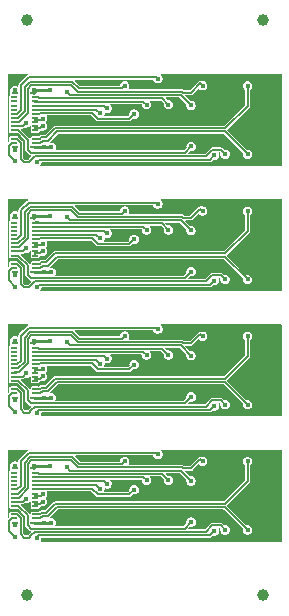
<source format=gbl>
G04 #@! TF.GenerationSoftware,KiCad,Pcbnew,9.0.0*
G04 #@! TF.CreationDate,2025-02-22T21:50:31-05:00*
G04 #@! TF.ProjectId,panel,70616e65-6c2e-46b6-9963-61645f706362,v0.1.0*
G04 #@! TF.SameCoordinates,Original*
G04 #@! TF.FileFunction,Copper,L2,Bot*
G04 #@! TF.FilePolarity,Positive*
%FSLAX46Y46*%
G04 Gerber Fmt 4.6, Leading zero omitted, Abs format (unit mm)*
G04 Created by KiCad (PCBNEW 9.0.0) date 2025-02-22 21:50:31*
%MOMM*%
%LPD*%
G01*
G04 APERTURE LIST*
G04 #@! TA.AperFunction,SMDPad,CuDef*
%ADD10C,1.000000*%
G04 #@! TD*
G04 #@! TA.AperFunction,SMDPad,CuDef*
%ADD11R,0.490000X0.180000*%
G04 #@! TD*
G04 #@! TA.AperFunction,SMDPad,CuDef*
%ADD12R,0.540000X0.230000*%
G04 #@! TD*
G04 #@! TA.AperFunction,ViaPad*
%ADD13C,0.450000*%
G04 #@! TD*
G04 #@! TA.AperFunction,Conductor*
%ADD14C,0.150000*%
G04 #@! TD*
G04 #@! TA.AperFunction,Conductor*
%ADD15C,0.200000*%
G04 #@! TD*
G04 #@! TA.AperFunction,Conductor*
%ADD16C,0.250000*%
G04 #@! TD*
G04 APERTURE END LIST*
D10*
G04 #@! TO.P,KiKit_FID_B_1,*
G04 #@! TO.N,*
X10000000Y-3850000D03*
G04 #@! TD*
D11*
G04 #@! TO.P,J1,1,1*
G04 #@! TO.N,Board_0-/SPEAKER_N*
X10710000Y-14230000D03*
G04 #@! TO.P,J1,2,2*
G04 #@! TO.N,Board_0-/SPEAKER_P*
X10710000Y-13880000D03*
G04 #@! TO.P,J1,3,3*
G04 #@! TO.N,Board_0-GND*
X10710000Y-13530000D03*
G04 #@! TO.P,J1,4,4*
G04 #@! TO.N,Board_0-/MOTOR_B*
X10710000Y-13180000D03*
G04 #@! TO.P,J1,5,5*
X10710000Y-12830000D03*
G04 #@! TO.P,J1,6,6*
G04 #@! TO.N,Board_0-/MOTOR_A*
X10710000Y-12480000D03*
G04 #@! TO.P,J1,7,7*
X10710000Y-12130000D03*
G04 #@! TO.P,J1,8,8*
G04 #@! TO.N,Board_0-/CAP+*
X10710000Y-11780000D03*
G04 #@! TO.P,J1,9,9*
G04 #@! TO.N,Board_0-/LAMP_FRONT*
X10710000Y-11430000D03*
G04 #@! TO.P,J1,10,10*
G04 #@! TO.N,Board_0-/LAMP_REAR*
X10710000Y-11080000D03*
G04 #@! TO.P,J1,11,11*
G04 #@! TO.N,Board_0-/AUX1 (VDC)*
X10710000Y-10730000D03*
G04 #@! TO.P,J1,12,12*
G04 #@! TO.N,Board_0-/AUX2 (VDC)*
X10710000Y-10380000D03*
G04 #@! TO.P,J1,13,13*
G04 #@! TO.N,Board_0-/AUX8 (VDC)*
X8890000Y-10380000D03*
G04 #@! TO.P,J1,14,14*
G04 #@! TO.N,Board_0-/AUX7 (VDC)*
X8890000Y-10730000D03*
G04 #@! TO.P,J1,15,15*
G04 #@! TO.N,Board_0-/AUX6 (VDC)*
X8890000Y-11080000D03*
G04 #@! TO.P,J1,16,16*
G04 #@! TO.N,Board_0-/AUX5 (VDC)*
X8890000Y-11430000D03*
G04 #@! TO.P,J1,17,17*
G04 #@! TO.N,Board_0-VDC*
X8890000Y-11780000D03*
G04 #@! TO.P,J1,18,18*
G04 #@! TO.N,Board_0-VCC*
X8890000Y-12130000D03*
G04 #@! TO.P,J1,19,19*
G04 #@! TO.N,Board_0-/AUX10*
X8890000Y-12480000D03*
G04 #@! TO.P,J1,20,20*
G04 #@! TO.N,Board_0-/AUX4*
X8890000Y-12830000D03*
G04 #@! TO.P,J1,21,21*
G04 #@! TO.N,Board_0-/AUX3*
X8890000Y-13180000D03*
G04 #@! TO.P,J1,22,22*
G04 #@! TO.N,Board_0-GND*
X8890000Y-13530000D03*
G04 #@! TO.P,J1,23,23*
G04 #@! TO.N,Board_0-/AUX11*
X8890000Y-13880000D03*
G04 #@! TO.P,J1,24,24*
G04 #@! TO.N,Board_0-/AUX12*
X8890000Y-14230000D03*
D12*
G04 #@! TO.P,J1,X1A,X1A*
G04 #@! TO.N,Board_0-/TRACK_LEFT*
X10570000Y-14600000D03*
G04 #@! TO.P,J1,X1B,X1B*
X9030000Y-14600000D03*
G04 #@! TO.P,J1,X2A,X2A*
G04 #@! TO.N,Board_0-/TRACK_RIGHT*
X10570000Y-10000000D03*
G04 #@! TO.P,J1,X2B,X2B*
X9030000Y-10000000D03*
G04 #@! TD*
D10*
G04 #@! TO.P,KiKit_FID_B_3,*
G04 #@! TO.N,*
X10000000Y-52550000D03*
G04 #@! TD*
D11*
G04 #@! TO.P,J1,1,1*
G04 #@! TO.N,Board_2-/SPEAKER_N*
X10710000Y-35430000D03*
G04 #@! TO.P,J1,2,2*
G04 #@! TO.N,Board_2-/SPEAKER_P*
X10710000Y-35080000D03*
G04 #@! TO.P,J1,3,3*
G04 #@! TO.N,Board_2-GND*
X10710000Y-34730000D03*
G04 #@! TO.P,J1,4,4*
G04 #@! TO.N,Board_2-/MOTOR_B*
X10710000Y-34380000D03*
G04 #@! TO.P,J1,5,5*
X10710000Y-34030000D03*
G04 #@! TO.P,J1,6,6*
G04 #@! TO.N,Board_2-/MOTOR_A*
X10710000Y-33680000D03*
G04 #@! TO.P,J1,7,7*
X10710000Y-33330000D03*
G04 #@! TO.P,J1,8,8*
G04 #@! TO.N,Board_2-/CAP+*
X10710000Y-32980000D03*
G04 #@! TO.P,J1,9,9*
G04 #@! TO.N,Board_2-/LAMP_FRONT*
X10710000Y-32630000D03*
G04 #@! TO.P,J1,10,10*
G04 #@! TO.N,Board_2-/LAMP_REAR*
X10710000Y-32280000D03*
G04 #@! TO.P,J1,11,11*
G04 #@! TO.N,Board_2-/AUX1 (VDC)*
X10710000Y-31930000D03*
G04 #@! TO.P,J1,12,12*
G04 #@! TO.N,Board_2-/AUX2 (VDC)*
X10710000Y-31580000D03*
G04 #@! TO.P,J1,13,13*
G04 #@! TO.N,Board_2-/AUX8 (VDC)*
X8890000Y-31580000D03*
G04 #@! TO.P,J1,14,14*
G04 #@! TO.N,Board_2-/AUX7 (VDC)*
X8890000Y-31930000D03*
G04 #@! TO.P,J1,15,15*
G04 #@! TO.N,Board_2-/AUX6 (VDC)*
X8890000Y-32280000D03*
G04 #@! TO.P,J1,16,16*
G04 #@! TO.N,Board_2-/AUX5 (VDC)*
X8890000Y-32630000D03*
G04 #@! TO.P,J1,17,17*
G04 #@! TO.N,Board_2-VDC*
X8890000Y-32980000D03*
G04 #@! TO.P,J1,18,18*
G04 #@! TO.N,Board_2-VCC*
X8890000Y-33330000D03*
G04 #@! TO.P,J1,19,19*
G04 #@! TO.N,Board_2-/AUX10*
X8890000Y-33680000D03*
G04 #@! TO.P,J1,20,20*
G04 #@! TO.N,Board_2-/AUX4*
X8890000Y-34030000D03*
G04 #@! TO.P,J1,21,21*
G04 #@! TO.N,Board_2-/AUX3*
X8890000Y-34380000D03*
G04 #@! TO.P,J1,22,22*
G04 #@! TO.N,Board_2-GND*
X8890000Y-34730000D03*
G04 #@! TO.P,J1,23,23*
G04 #@! TO.N,Board_2-/AUX11*
X8890000Y-35080000D03*
G04 #@! TO.P,J1,24,24*
G04 #@! TO.N,Board_2-/AUX12*
X8890000Y-35430000D03*
D12*
G04 #@! TO.P,J1,X1A,X1A*
G04 #@! TO.N,Board_2-/TRACK_LEFT*
X10570000Y-35800000D03*
G04 #@! TO.P,J1,X1B,X1B*
X9030000Y-35800000D03*
G04 #@! TO.P,J1,X2A,X2A*
G04 #@! TO.N,Board_2-/TRACK_RIGHT*
X10570000Y-31200000D03*
G04 #@! TO.P,J1,X2B,X2B*
X9030000Y-31200000D03*
G04 #@! TD*
D11*
G04 #@! TO.P,J1,1,1*
G04 #@! TO.N,Board_1-/SPEAKER_N*
X10710000Y-24830000D03*
G04 #@! TO.P,J1,2,2*
G04 #@! TO.N,Board_1-/SPEAKER_P*
X10710000Y-24480000D03*
G04 #@! TO.P,J1,3,3*
G04 #@! TO.N,Board_1-GND*
X10710000Y-24130000D03*
G04 #@! TO.P,J1,4,4*
G04 #@! TO.N,Board_1-/MOTOR_B*
X10710000Y-23780000D03*
G04 #@! TO.P,J1,5,5*
X10710000Y-23430000D03*
G04 #@! TO.P,J1,6,6*
G04 #@! TO.N,Board_1-/MOTOR_A*
X10710000Y-23080000D03*
G04 #@! TO.P,J1,7,7*
X10710000Y-22730000D03*
G04 #@! TO.P,J1,8,8*
G04 #@! TO.N,Board_1-/CAP+*
X10710000Y-22380000D03*
G04 #@! TO.P,J1,9,9*
G04 #@! TO.N,Board_1-/LAMP_FRONT*
X10710000Y-22030000D03*
G04 #@! TO.P,J1,10,10*
G04 #@! TO.N,Board_1-/LAMP_REAR*
X10710000Y-21680000D03*
G04 #@! TO.P,J1,11,11*
G04 #@! TO.N,Board_1-/AUX1 (VDC)*
X10710000Y-21330000D03*
G04 #@! TO.P,J1,12,12*
G04 #@! TO.N,Board_1-/AUX2 (VDC)*
X10710000Y-20980000D03*
G04 #@! TO.P,J1,13,13*
G04 #@! TO.N,Board_1-/AUX8 (VDC)*
X8890000Y-20980000D03*
G04 #@! TO.P,J1,14,14*
G04 #@! TO.N,Board_1-/AUX7 (VDC)*
X8890000Y-21330000D03*
G04 #@! TO.P,J1,15,15*
G04 #@! TO.N,Board_1-/AUX6 (VDC)*
X8890000Y-21680000D03*
G04 #@! TO.P,J1,16,16*
G04 #@! TO.N,Board_1-/AUX5 (VDC)*
X8890000Y-22030000D03*
G04 #@! TO.P,J1,17,17*
G04 #@! TO.N,Board_1-VDC*
X8890000Y-22380000D03*
G04 #@! TO.P,J1,18,18*
G04 #@! TO.N,Board_1-VCC*
X8890000Y-22730000D03*
G04 #@! TO.P,J1,19,19*
G04 #@! TO.N,Board_1-/AUX10*
X8890000Y-23080000D03*
G04 #@! TO.P,J1,20,20*
G04 #@! TO.N,Board_1-/AUX4*
X8890000Y-23430000D03*
G04 #@! TO.P,J1,21,21*
G04 #@! TO.N,Board_1-/AUX3*
X8890000Y-23780000D03*
G04 #@! TO.P,J1,22,22*
G04 #@! TO.N,Board_1-GND*
X8890000Y-24130000D03*
G04 #@! TO.P,J1,23,23*
G04 #@! TO.N,Board_1-/AUX11*
X8890000Y-24480000D03*
G04 #@! TO.P,J1,24,24*
G04 #@! TO.N,Board_1-/AUX12*
X8890000Y-24830000D03*
D12*
G04 #@! TO.P,J1,X1A,X1A*
G04 #@! TO.N,Board_1-/TRACK_LEFT*
X10570000Y-25200000D03*
G04 #@! TO.P,J1,X1B,X1B*
X9030000Y-25200000D03*
G04 #@! TO.P,J1,X2A,X2A*
G04 #@! TO.N,Board_1-/TRACK_RIGHT*
X10570000Y-20600000D03*
G04 #@! TO.P,J1,X2B,X2B*
X9030000Y-20600000D03*
G04 #@! TD*
D11*
G04 #@! TO.P,J1,1,1*
G04 #@! TO.N,Board_3-/SPEAKER_N*
X10710000Y-46030000D03*
G04 #@! TO.P,J1,2,2*
G04 #@! TO.N,Board_3-/SPEAKER_P*
X10710000Y-45680000D03*
G04 #@! TO.P,J1,3,3*
G04 #@! TO.N,Board_3-GND*
X10710000Y-45330000D03*
G04 #@! TO.P,J1,4,4*
G04 #@! TO.N,Board_3-/MOTOR_B*
X10710000Y-44980000D03*
G04 #@! TO.P,J1,5,5*
X10710000Y-44630000D03*
G04 #@! TO.P,J1,6,6*
G04 #@! TO.N,Board_3-/MOTOR_A*
X10710000Y-44280000D03*
G04 #@! TO.P,J1,7,7*
X10710000Y-43930000D03*
G04 #@! TO.P,J1,8,8*
G04 #@! TO.N,Board_3-/CAP+*
X10710000Y-43580000D03*
G04 #@! TO.P,J1,9,9*
G04 #@! TO.N,Board_3-/LAMP_FRONT*
X10710000Y-43230000D03*
G04 #@! TO.P,J1,10,10*
G04 #@! TO.N,Board_3-/LAMP_REAR*
X10710000Y-42880000D03*
G04 #@! TO.P,J1,11,11*
G04 #@! TO.N,Board_3-/AUX1 (VDC)*
X10710000Y-42530000D03*
G04 #@! TO.P,J1,12,12*
G04 #@! TO.N,Board_3-/AUX2 (VDC)*
X10710000Y-42180000D03*
G04 #@! TO.P,J1,13,13*
G04 #@! TO.N,Board_3-/AUX8 (VDC)*
X8890000Y-42180000D03*
G04 #@! TO.P,J1,14,14*
G04 #@! TO.N,Board_3-/AUX7 (VDC)*
X8890000Y-42530000D03*
G04 #@! TO.P,J1,15,15*
G04 #@! TO.N,Board_3-/AUX6 (VDC)*
X8890000Y-42880000D03*
G04 #@! TO.P,J1,16,16*
G04 #@! TO.N,Board_3-/AUX5 (VDC)*
X8890000Y-43230000D03*
G04 #@! TO.P,J1,17,17*
G04 #@! TO.N,Board_3-VDC*
X8890000Y-43580000D03*
G04 #@! TO.P,J1,18,18*
G04 #@! TO.N,Board_3-VCC*
X8890000Y-43930000D03*
G04 #@! TO.P,J1,19,19*
G04 #@! TO.N,Board_3-/AUX10*
X8890000Y-44280000D03*
G04 #@! TO.P,J1,20,20*
G04 #@! TO.N,Board_3-/AUX4*
X8890000Y-44630000D03*
G04 #@! TO.P,J1,21,21*
G04 #@! TO.N,Board_3-/AUX3*
X8890000Y-44980000D03*
G04 #@! TO.P,J1,22,22*
G04 #@! TO.N,Board_3-GND*
X8890000Y-45330000D03*
G04 #@! TO.P,J1,23,23*
G04 #@! TO.N,Board_3-/AUX11*
X8890000Y-45680000D03*
G04 #@! TO.P,J1,24,24*
G04 #@! TO.N,Board_3-/AUX12*
X8890000Y-46030000D03*
D12*
G04 #@! TO.P,J1,X1A,X1A*
G04 #@! TO.N,Board_3-/TRACK_LEFT*
X10570000Y-46400000D03*
G04 #@! TO.P,J1,X1B,X1B*
X9030000Y-46400000D03*
G04 #@! TO.P,J1,X2A,X2A*
G04 #@! TO.N,Board_3-/TRACK_RIGHT*
X10570000Y-41800000D03*
G04 #@! TO.P,J1,X2B,X2B*
X9030000Y-41800000D03*
G04 #@! TD*
D10*
G04 #@! TO.P,KiKit_FID_B_2,*
G04 #@! TO.N,*
X30000000Y-3850000D03*
G04 #@! TD*
G04 #@! TO.P,KiKit_FID_B_4,*
G04 #@! TO.N,*
X30000000Y-52550000D03*
G04 #@! TD*
D13*
G04 #@! TO.N,Board_0-/AUX1 (VDC)*
X20150000Y-11000000D03*
G04 #@! TO.N,Board_0-/AUX10*
X24900000Y-9400000D03*
G04 #@! TO.N,Board_0-/AUX11*
X26800000Y-15200000D03*
G04 #@! TO.N,Board_0-/AUX12*
X10850000Y-15870000D03*
X25900000Y-15300000D03*
X9000000Y-15800000D03*
G04 #@! TO.N,Board_0-/AUX2 (VDC)*
X22000000Y-11000000D03*
G04 #@! TO.N,Board_0-/AUX3*
X23930000Y-14540000D03*
G04 #@! TO.N,Board_0-/AUX4*
X13400000Y-9900000D03*
X9930000Y-12550000D03*
X23910000Y-11050000D03*
G04 #@! TO.N,Board_0-/CAP+*
X19100000Y-11800000D03*
G04 #@! TO.N,Board_0-/LAMP_FRONT*
X16200000Y-11720000D03*
G04 #@! TO.N,Board_0-/LAMP_REAR*
X16800000Y-11300000D03*
G04 #@! TO.N,Board_0-/MOTOR_A*
X11340000Y-12180000D03*
G04 #@! TO.N,Board_0-/MOTOR_B*
X11340000Y-12810000D03*
G04 #@! TO.N,Board_0-/SPEAKER_N*
X28700000Y-15200000D03*
G04 #@! TO.N,Board_0-/SPEAKER_P*
X28700000Y-9400000D03*
G04 #@! TO.N,Board_0-/TRACK_LEFT*
X12100000Y-14600000D03*
X11500000Y-14610000D03*
X9000000Y-14800000D03*
G04 #@! TO.N,Board_0-/TRACK_RIGHT*
X9000000Y-9800000D03*
X10600000Y-9800000D03*
X12000000Y-9800000D03*
G04 #@! TO.N,Board_0-GND*
X9985000Y-15395000D03*
X13400000Y-14000000D03*
X23730000Y-12320000D03*
X20180000Y-9210000D03*
X30740000Y-14520000D03*
X30710000Y-10050000D03*
X14400000Y-12500000D03*
X16200000Y-14000000D03*
X20100000Y-14000000D03*
X22490000Y-12310000D03*
X9000000Y-8800000D03*
X20100000Y-12300000D03*
X15200000Y-12500000D03*
X10020000Y-13240000D03*
X25370000Y-12320000D03*
G04 #@! TO.N,Board_0-VCC*
X18300000Y-9400000D03*
G04 #@! TO.N,Board_0-VDC*
X21100000Y-8800000D03*
G04 #@! TO.N,Board_1-/AUX1 (VDC)*
X20150000Y-21600000D03*
G04 #@! TO.N,Board_1-/AUX10*
X24900000Y-20000000D03*
G04 #@! TO.N,Board_1-/AUX11*
X26800000Y-25800000D03*
G04 #@! TO.N,Board_1-/AUX12*
X25900000Y-25900000D03*
X9000000Y-26400000D03*
X10850000Y-26470000D03*
G04 #@! TO.N,Board_1-/AUX2 (VDC)*
X22000000Y-21600000D03*
G04 #@! TO.N,Board_1-/AUX3*
X23930000Y-25140000D03*
G04 #@! TO.N,Board_1-/AUX4*
X23910000Y-21650000D03*
X9930000Y-23150000D03*
X13400000Y-20500000D03*
G04 #@! TO.N,Board_1-/CAP+*
X19100000Y-22400000D03*
G04 #@! TO.N,Board_1-/LAMP_FRONT*
X16200000Y-22320000D03*
G04 #@! TO.N,Board_1-/LAMP_REAR*
X16800000Y-21900000D03*
G04 #@! TO.N,Board_1-/MOTOR_A*
X11340000Y-22780000D03*
G04 #@! TO.N,Board_1-/MOTOR_B*
X11340000Y-23410000D03*
G04 #@! TO.N,Board_1-/SPEAKER_N*
X28700000Y-25800000D03*
G04 #@! TO.N,Board_1-/SPEAKER_P*
X28700000Y-20000000D03*
G04 #@! TO.N,Board_1-/TRACK_LEFT*
X9000000Y-25400000D03*
X12100000Y-25200000D03*
X11500000Y-25210000D03*
G04 #@! TO.N,Board_1-/TRACK_RIGHT*
X12000000Y-20400000D03*
X10600000Y-20400000D03*
X9000000Y-20400000D03*
G04 #@! TO.N,Board_1-GND*
X23730000Y-22920000D03*
X22490000Y-22910000D03*
X13400000Y-24600000D03*
X14400000Y-23100000D03*
X25370000Y-22920000D03*
X20100000Y-22900000D03*
X30740000Y-25120000D03*
X9000000Y-19400000D03*
X20180000Y-19810000D03*
X9985000Y-25995000D03*
X20100000Y-24600000D03*
X15200000Y-23100000D03*
X30710000Y-20650000D03*
X16200000Y-24600000D03*
X10020000Y-23840000D03*
G04 #@! TO.N,Board_1-VCC*
X18300000Y-20000000D03*
G04 #@! TO.N,Board_1-VDC*
X21100000Y-19400000D03*
G04 #@! TO.N,Board_2-/AUX1 (VDC)*
X20150000Y-32200000D03*
G04 #@! TO.N,Board_2-/AUX10*
X24900000Y-30600000D03*
G04 #@! TO.N,Board_2-/AUX11*
X26800000Y-36400000D03*
G04 #@! TO.N,Board_2-/AUX12*
X9000000Y-37000000D03*
X25900000Y-36500000D03*
X10850000Y-37070000D03*
G04 #@! TO.N,Board_2-/AUX2 (VDC)*
X22000000Y-32200000D03*
G04 #@! TO.N,Board_2-/AUX3*
X23930000Y-35740000D03*
G04 #@! TO.N,Board_2-/AUX4*
X13400000Y-31100000D03*
X23910000Y-32250000D03*
X9930000Y-33750000D03*
G04 #@! TO.N,Board_2-/CAP+*
X19100000Y-33000000D03*
G04 #@! TO.N,Board_2-/LAMP_FRONT*
X16200000Y-32920000D03*
G04 #@! TO.N,Board_2-/LAMP_REAR*
X16800000Y-32500000D03*
G04 #@! TO.N,Board_2-/MOTOR_A*
X11340000Y-33380000D03*
G04 #@! TO.N,Board_2-/MOTOR_B*
X11340000Y-34010000D03*
G04 #@! TO.N,Board_2-/SPEAKER_N*
X28700000Y-36400000D03*
G04 #@! TO.N,Board_2-/SPEAKER_P*
X28700000Y-30600000D03*
G04 #@! TO.N,Board_2-/TRACK_LEFT*
X11500000Y-35810000D03*
X9000000Y-36000000D03*
X12100000Y-35800000D03*
G04 #@! TO.N,Board_2-/TRACK_RIGHT*
X12000000Y-31000000D03*
X10600000Y-31000000D03*
X9000000Y-31000000D03*
G04 #@! TO.N,Board_2-GND*
X22490000Y-33510000D03*
X9000000Y-30000000D03*
X20100000Y-35200000D03*
X20180000Y-30410000D03*
X16200000Y-35200000D03*
X23730000Y-33520000D03*
X9985000Y-36595000D03*
X15200000Y-33700000D03*
X14400000Y-33700000D03*
X10020000Y-34440000D03*
X20100000Y-33500000D03*
X13400000Y-35200000D03*
X25370000Y-33520000D03*
X30710000Y-31250000D03*
X30740000Y-35720000D03*
G04 #@! TO.N,Board_2-VCC*
X18300000Y-30600000D03*
G04 #@! TO.N,Board_2-VDC*
X21100000Y-30000000D03*
G04 #@! TO.N,Board_3-/AUX1 (VDC)*
X20150000Y-42800000D03*
G04 #@! TO.N,Board_3-/AUX10*
X24900000Y-41200000D03*
G04 #@! TO.N,Board_3-/AUX11*
X26800000Y-47000000D03*
G04 #@! TO.N,Board_3-/AUX12*
X10850000Y-47670000D03*
X9000000Y-47600000D03*
X25900000Y-47100000D03*
G04 #@! TO.N,Board_3-/AUX2 (VDC)*
X22000000Y-42800000D03*
G04 #@! TO.N,Board_3-/AUX3*
X23930000Y-46340000D03*
G04 #@! TO.N,Board_3-/AUX4*
X23910000Y-42850000D03*
X9930000Y-44350000D03*
X13400000Y-41700000D03*
G04 #@! TO.N,Board_3-/CAP+*
X19100000Y-43600000D03*
G04 #@! TO.N,Board_3-/LAMP_FRONT*
X16200000Y-43520000D03*
G04 #@! TO.N,Board_3-/LAMP_REAR*
X16800000Y-43100000D03*
G04 #@! TO.N,Board_3-/MOTOR_A*
X11340000Y-43980000D03*
G04 #@! TO.N,Board_3-/MOTOR_B*
X11340000Y-44610000D03*
G04 #@! TO.N,Board_3-/SPEAKER_N*
X28700000Y-47000000D03*
G04 #@! TO.N,Board_3-/SPEAKER_P*
X28700000Y-41200000D03*
G04 #@! TO.N,Board_3-/TRACK_LEFT*
X11500000Y-46410000D03*
X12100000Y-46400000D03*
X9000000Y-46600000D03*
G04 #@! TO.N,Board_3-/TRACK_RIGHT*
X9000000Y-41600000D03*
X10600000Y-41600000D03*
X12000000Y-41600000D03*
G04 #@! TO.N,Board_3-GND*
X23730000Y-44120000D03*
X13400000Y-45800000D03*
X22490000Y-44110000D03*
X20180000Y-41010000D03*
X9985000Y-47195000D03*
X15200000Y-44300000D03*
X14400000Y-44300000D03*
X9000000Y-40600000D03*
X30740000Y-46320000D03*
X25370000Y-44120000D03*
X20100000Y-44100000D03*
X16200000Y-45800000D03*
X30710000Y-41850000D03*
X20100000Y-45800000D03*
X10020000Y-45040000D03*
G04 #@! TO.N,Board_3-VCC*
X18300000Y-41200000D03*
G04 #@! TO.N,Board_3-VDC*
X21100000Y-40600000D03*
G04 #@! TD*
D14*
G04 #@! TO.N,Board_0-/AUX1 (VDC)*
X10722000Y-10740000D02*
X10707000Y-10725000D01*
X20150000Y-11000000D02*
X19890000Y-10740000D01*
X19890000Y-10740000D02*
X10722000Y-10740000D01*
G04 #@! TO.N,Board_0-/AUX10*
X24900000Y-9410000D02*
X24690000Y-9200000D01*
X13760876Y-9325000D02*
X10403248Y-9325000D01*
X23890000Y-10000000D02*
X23255980Y-10000000D01*
X14335876Y-9900000D02*
X13760876Y-9325000D01*
X10095500Y-9632748D02*
X10095500Y-11694744D01*
X23155980Y-9900000D02*
X14335876Y-9900000D01*
X24900000Y-9400000D02*
X24900000Y-9410000D01*
X23255980Y-10000000D02*
X23155980Y-9900000D01*
X10403248Y-9325000D02*
X10095500Y-9632748D01*
X24690000Y-9200000D02*
X23890000Y-10000000D01*
X9315244Y-12475000D02*
X8892000Y-12475000D01*
X10095500Y-11694744D02*
X9315244Y-12475000D01*
G04 #@! TO.N,Board_0-/AUX11*
X26800000Y-15200000D02*
X26425000Y-14825000D01*
X9165000Y-13875000D02*
X8892000Y-13875000D01*
X25703248Y-14825000D02*
X25163248Y-15365000D01*
X26425000Y-14825000D02*
X25703248Y-14825000D01*
X9510000Y-15591752D02*
X9510000Y-14220000D01*
X10683248Y-15365000D02*
X10375000Y-15673248D01*
X10375000Y-15676752D02*
X10181752Y-15870000D01*
X9510000Y-14220000D02*
X9165000Y-13875000D01*
X10181752Y-15870000D02*
X9788248Y-15870000D01*
X25163248Y-15365000D02*
X10683248Y-15365000D01*
X9788248Y-15870000D02*
X9510000Y-15591752D01*
X10375000Y-15673248D02*
X10375000Y-15676752D01*
G04 #@! TO.N,Board_0-/AUX12*
X11075000Y-15645000D02*
X25555000Y-15645000D01*
X8475000Y-15275000D02*
X8475000Y-14465000D01*
X10850000Y-15870000D02*
X11075000Y-15645000D01*
X8475000Y-14465000D02*
X8715000Y-14225000D01*
X8715000Y-14225000D02*
X8892000Y-14225000D01*
X9000000Y-15800000D02*
X8475000Y-15275000D01*
X25555000Y-15645000D02*
X25900000Y-15300000D01*
G04 #@! TO.N,Board_0-/AUX2 (VDC)*
X11060000Y-10460000D02*
X10975000Y-10375000D01*
X10975000Y-10375000D02*
X10707000Y-10375000D01*
X22000000Y-11000000D02*
X21460000Y-10460000D01*
X21460000Y-10460000D02*
X11060000Y-10460000D01*
G04 #@! TO.N,Board_0-/AUX3*
X10090000Y-14828248D02*
X10090000Y-13984020D01*
X23385000Y-15085000D02*
X10346752Y-15085000D01*
X10346752Y-15085000D02*
X10090000Y-14828248D01*
X9280980Y-13175000D02*
X8892000Y-13175000D01*
X23930000Y-14540000D02*
X23385000Y-15085000D01*
X10090000Y-13984020D02*
X9280980Y-13175000D01*
G04 #@! TO.N,Board_0-/AUX4*
X23040000Y-10180000D02*
X23910000Y-11050000D01*
X13680000Y-10180000D02*
X23040000Y-10180000D01*
X9655000Y-12825000D02*
X8892000Y-12825000D01*
X13400000Y-9900000D02*
X13680000Y-10180000D01*
X9930000Y-12550000D02*
X9655000Y-12825000D01*
G04 #@! TO.N,Board_0-/CAP+*
X19100000Y-11800000D02*
X18700000Y-12200000D01*
X18700000Y-12200000D02*
X16008248Y-12200000D01*
X16008248Y-12200000D02*
X15513248Y-11705000D01*
X11084500Y-11775000D02*
X10707000Y-11775000D01*
X11154500Y-11705000D02*
X11084500Y-11775000D01*
X15513248Y-11705000D02*
X11154500Y-11705000D01*
G04 #@! TO.N,Board_0-/LAMP_FRONT*
X16200000Y-11720000D02*
X15905000Y-11425000D01*
X15905000Y-11425000D02*
X10707000Y-11425000D01*
G04 #@! TO.N,Board_0-/LAMP_REAR*
X16800000Y-11300000D02*
X16575000Y-11075000D01*
X16575000Y-11075000D02*
X10707000Y-11075000D01*
D15*
G04 #@! TO.N,Board_0-/MOTOR_A*
X11340000Y-12180000D02*
X11220000Y-12300000D01*
X10707000Y-12475000D02*
X10707000Y-12300000D01*
X11220000Y-12300000D02*
X10707000Y-12300000D01*
X10707000Y-12300000D02*
X10707000Y-12125000D01*
G04 #@! TO.N,Board_0-/MOTOR_B*
X11150000Y-13000000D02*
X10707000Y-13000000D01*
X10707000Y-13000000D02*
X10707000Y-13175000D01*
X10707000Y-12825000D02*
X10707000Y-13000000D01*
X11340000Y-12810000D02*
X11150000Y-13000000D01*
D14*
G04 #@! TO.N,Board_0-/SPEAKER_N*
X11161460Y-14225000D02*
X11346460Y-14040000D01*
X26765000Y-13265000D02*
X28700000Y-15200000D01*
X11765980Y-14040000D02*
X12540980Y-13265000D01*
X10707000Y-14225000D02*
X11161460Y-14225000D01*
X11346460Y-14040000D02*
X11765980Y-14040000D01*
X12540980Y-13265000D02*
X26765000Y-13265000D01*
G04 #@! TO.N,Board_0-/SPEAKER_P*
X11115480Y-13875000D02*
X11230480Y-13760000D01*
X28700000Y-11080000D02*
X28700000Y-9400000D01*
X26795000Y-12985000D02*
X28700000Y-11080000D01*
X11230480Y-13760000D02*
X11650000Y-13760000D01*
X10707000Y-13875000D02*
X11115480Y-13875000D01*
X11650000Y-13760000D02*
X12425000Y-12985000D01*
X12425000Y-12985000D02*
X26795000Y-12985000D01*
D15*
G04 #@! TO.N,Board_0-/TRACK_LEFT*
X10578000Y-14610000D02*
X10568000Y-14600000D01*
D16*
X12090000Y-14610000D02*
X12100000Y-14600000D01*
X11500000Y-14610000D02*
X12090000Y-14610000D01*
X11500000Y-14610000D02*
X10578000Y-14610000D01*
X9032000Y-14600000D02*
X9032000Y-14768000D01*
X9032000Y-14768000D02*
X9000000Y-14800000D01*
G04 #@! TO.N,Board_0-/TRACK_RIGHT*
X10768000Y-9800000D02*
X10568000Y-10000000D01*
D15*
X9000000Y-9800000D02*
X9032000Y-9832000D01*
D16*
X12000000Y-9800000D02*
X10768000Y-9800000D01*
D15*
X10568000Y-9832000D02*
X10568000Y-10000000D01*
X9032000Y-9832000D02*
X9032000Y-10000000D01*
X10600000Y-9800000D02*
X10568000Y-9832000D01*
D14*
G04 #@! TO.N,Board_0-GND*
X9985000Y-15395000D02*
X9810000Y-15220000D01*
X10707000Y-13525000D02*
X10305000Y-13525000D01*
X15200000Y-12500000D02*
X14400000Y-12500000D01*
X9810000Y-14100000D02*
X9235000Y-13525000D01*
X9235000Y-13525000D02*
X8892000Y-13525000D01*
X11530000Y-13440000D02*
X11154500Y-13440000D01*
X12470000Y-12500000D02*
X11530000Y-13440000D01*
X14400000Y-12500000D02*
X12470000Y-12500000D01*
X11154500Y-13440000D02*
X11069500Y-13525000D01*
X9810000Y-15220000D02*
X9810000Y-14100000D01*
X10305000Y-13525000D02*
X10020000Y-13240000D01*
X11069500Y-13525000D02*
X10707000Y-13525000D01*
G04 #@! TO.N,Board_0-VCC*
X14451856Y-9620000D02*
X13876856Y-9045000D01*
X18080000Y-9620000D02*
X14451856Y-9620000D01*
X18300000Y-9400000D02*
X18080000Y-9620000D01*
X9815500Y-9516768D02*
X9815500Y-11578764D01*
X9269264Y-12125000D02*
X8892000Y-12125000D01*
X13876856Y-9045000D02*
X10287268Y-9045000D01*
X10287268Y-9045000D02*
X9815500Y-9516768D01*
X9815500Y-11578764D02*
X9269264Y-12125000D01*
G04 #@! TO.N,Board_0-VDC*
X9504500Y-9345500D02*
X9504500Y-11465500D01*
X21100000Y-8800000D02*
X20990000Y-8690000D01*
X9504500Y-11465500D02*
X9195000Y-11775000D01*
X20990000Y-8690000D02*
X10160000Y-8690000D01*
X10160000Y-8690000D02*
X9504500Y-9345500D01*
X9195000Y-11775000D02*
X8892000Y-11775000D01*
G04 #@! TO.N,Board_1-/AUX1 (VDC)*
X10722000Y-21340000D02*
X10707000Y-21325000D01*
X20150000Y-21600000D02*
X19890000Y-21340000D01*
X19890000Y-21340000D02*
X10722000Y-21340000D01*
G04 #@! TO.N,Board_1-/AUX10*
X9315244Y-23075000D02*
X8892000Y-23075000D01*
X10403248Y-19925000D02*
X10095500Y-20232748D01*
X24690000Y-19800000D02*
X23890000Y-20600000D01*
X14335876Y-20500000D02*
X13760876Y-19925000D01*
X13760876Y-19925000D02*
X10403248Y-19925000D01*
X10095500Y-22294744D02*
X9315244Y-23075000D01*
X23255980Y-20600000D02*
X23155980Y-20500000D01*
X23890000Y-20600000D02*
X23255980Y-20600000D01*
X24900000Y-20000000D02*
X24900000Y-20010000D01*
X10095500Y-20232748D02*
X10095500Y-22294744D01*
X24900000Y-20010000D02*
X24690000Y-19800000D01*
X23155980Y-20500000D02*
X14335876Y-20500000D01*
G04 #@! TO.N,Board_1-/AUX11*
X10181752Y-26470000D02*
X9788248Y-26470000D01*
X25163248Y-25965000D02*
X10683248Y-25965000D01*
X10375000Y-26273248D02*
X10375000Y-26276752D01*
X9165000Y-24475000D02*
X8892000Y-24475000D01*
X26425000Y-25425000D02*
X25703248Y-25425000D01*
X25703248Y-25425000D02*
X25163248Y-25965000D01*
X10683248Y-25965000D02*
X10375000Y-26273248D01*
X9510000Y-24820000D02*
X9165000Y-24475000D01*
X10375000Y-26276752D02*
X10181752Y-26470000D01*
X9788248Y-26470000D02*
X9510000Y-26191752D01*
X9510000Y-26191752D02*
X9510000Y-24820000D01*
X26800000Y-25800000D02*
X26425000Y-25425000D01*
G04 #@! TO.N,Board_1-/AUX12*
X11075000Y-26245000D02*
X25555000Y-26245000D01*
X8475000Y-25875000D02*
X8475000Y-25065000D01*
X9000000Y-26400000D02*
X8475000Y-25875000D01*
X10850000Y-26470000D02*
X11075000Y-26245000D01*
X8475000Y-25065000D02*
X8715000Y-24825000D01*
X8715000Y-24825000D02*
X8892000Y-24825000D01*
X25555000Y-26245000D02*
X25900000Y-25900000D01*
G04 #@! TO.N,Board_1-/AUX2 (VDC)*
X10975000Y-20975000D02*
X10707000Y-20975000D01*
X22000000Y-21600000D02*
X21460000Y-21060000D01*
X21460000Y-21060000D02*
X11060000Y-21060000D01*
X11060000Y-21060000D02*
X10975000Y-20975000D01*
G04 #@! TO.N,Board_1-/AUX3*
X23385000Y-25685000D02*
X10346752Y-25685000D01*
X23930000Y-25140000D02*
X23385000Y-25685000D01*
X10090000Y-25428248D02*
X10090000Y-24584020D01*
X9280980Y-23775000D02*
X8892000Y-23775000D01*
X10090000Y-24584020D02*
X9280980Y-23775000D01*
X10346752Y-25685000D02*
X10090000Y-25428248D01*
G04 #@! TO.N,Board_1-/AUX4*
X13400000Y-20500000D02*
X13680000Y-20780000D01*
X9655000Y-23425000D02*
X8892000Y-23425000D01*
X23040000Y-20780000D02*
X23910000Y-21650000D01*
X9930000Y-23150000D02*
X9655000Y-23425000D01*
X13680000Y-20780000D02*
X23040000Y-20780000D01*
G04 #@! TO.N,Board_1-/CAP+*
X18700000Y-22800000D02*
X16008248Y-22800000D01*
X11154500Y-22305000D02*
X11084500Y-22375000D01*
X11084500Y-22375000D02*
X10707000Y-22375000D01*
X16008248Y-22800000D02*
X15513248Y-22305000D01*
X19100000Y-22400000D02*
X18700000Y-22800000D01*
X15513248Y-22305000D02*
X11154500Y-22305000D01*
G04 #@! TO.N,Board_1-/LAMP_FRONT*
X15905000Y-22025000D02*
X10707000Y-22025000D01*
X16200000Y-22320000D02*
X15905000Y-22025000D01*
G04 #@! TO.N,Board_1-/LAMP_REAR*
X16575000Y-21675000D02*
X10707000Y-21675000D01*
X16800000Y-21900000D02*
X16575000Y-21675000D01*
D15*
G04 #@! TO.N,Board_1-/MOTOR_A*
X10707000Y-23075000D02*
X10707000Y-22900000D01*
X11340000Y-22780000D02*
X11220000Y-22900000D01*
X10707000Y-22900000D02*
X10707000Y-22725000D01*
X11220000Y-22900000D02*
X10707000Y-22900000D01*
G04 #@! TO.N,Board_1-/MOTOR_B*
X10707000Y-23600000D02*
X10707000Y-23775000D01*
X11340000Y-23410000D02*
X11150000Y-23600000D01*
X10707000Y-23425000D02*
X10707000Y-23600000D01*
X11150000Y-23600000D02*
X10707000Y-23600000D01*
D14*
G04 #@! TO.N,Board_1-/SPEAKER_N*
X12540980Y-23865000D02*
X26765000Y-23865000D01*
X11161460Y-24825000D02*
X11346460Y-24640000D01*
X10707000Y-24825000D02*
X11161460Y-24825000D01*
X26765000Y-23865000D02*
X28700000Y-25800000D01*
X11346460Y-24640000D02*
X11765980Y-24640000D01*
X11765980Y-24640000D02*
X12540980Y-23865000D01*
G04 #@! TO.N,Board_1-/SPEAKER_P*
X11230480Y-24360000D02*
X11650000Y-24360000D01*
X10707000Y-24475000D02*
X11115480Y-24475000D01*
X11650000Y-24360000D02*
X12425000Y-23585000D01*
X26795000Y-23585000D02*
X28700000Y-21680000D01*
X11115480Y-24475000D02*
X11230480Y-24360000D01*
X28700000Y-21680000D02*
X28700000Y-20000000D01*
X12425000Y-23585000D02*
X26795000Y-23585000D01*
D16*
G04 #@! TO.N,Board_1-/TRACK_LEFT*
X9032000Y-25368000D02*
X9000000Y-25400000D01*
X11500000Y-25210000D02*
X12090000Y-25210000D01*
X12090000Y-25210000D02*
X12100000Y-25200000D01*
D15*
X10578000Y-25210000D02*
X10568000Y-25200000D01*
D16*
X11500000Y-25210000D02*
X10578000Y-25210000D01*
X9032000Y-25200000D02*
X9032000Y-25368000D01*
D15*
G04 #@! TO.N,Board_1-/TRACK_RIGHT*
X10568000Y-20432000D02*
X10568000Y-20600000D01*
X9032000Y-20432000D02*
X9032000Y-20600000D01*
D16*
X10768000Y-20400000D02*
X10568000Y-20600000D01*
D15*
X9000000Y-20400000D02*
X9032000Y-20432000D01*
D16*
X12000000Y-20400000D02*
X10768000Y-20400000D01*
D15*
X10600000Y-20400000D02*
X10568000Y-20432000D01*
D14*
G04 #@! TO.N,Board_1-GND*
X12470000Y-23100000D02*
X11530000Y-24040000D01*
X11069500Y-24125000D02*
X10707000Y-24125000D01*
X9810000Y-24700000D02*
X9235000Y-24125000D01*
X11530000Y-24040000D02*
X11154500Y-24040000D01*
X15200000Y-23100000D02*
X14400000Y-23100000D01*
X9235000Y-24125000D02*
X8892000Y-24125000D01*
X9985000Y-25995000D02*
X9810000Y-25820000D01*
X10707000Y-24125000D02*
X10305000Y-24125000D01*
X14400000Y-23100000D02*
X12470000Y-23100000D01*
X9810000Y-25820000D02*
X9810000Y-24700000D01*
X11154500Y-24040000D02*
X11069500Y-24125000D01*
X10305000Y-24125000D02*
X10020000Y-23840000D01*
G04 #@! TO.N,Board_1-VCC*
X14451856Y-20220000D02*
X13876856Y-19645000D01*
X9815500Y-20116768D02*
X9815500Y-22178764D01*
X18300000Y-20000000D02*
X18080000Y-20220000D01*
X13876856Y-19645000D02*
X10287268Y-19645000D01*
X10287268Y-19645000D02*
X9815500Y-20116768D01*
X18080000Y-20220000D02*
X14451856Y-20220000D01*
X9269264Y-22725000D02*
X8892000Y-22725000D01*
X9815500Y-22178764D02*
X9269264Y-22725000D01*
G04 #@! TO.N,Board_1-VDC*
X9504500Y-19945500D02*
X9504500Y-22065500D01*
X10160000Y-19290000D02*
X9504500Y-19945500D01*
X21100000Y-19400000D02*
X20990000Y-19290000D01*
X9504500Y-22065500D02*
X9195000Y-22375000D01*
X20990000Y-19290000D02*
X10160000Y-19290000D01*
X9195000Y-22375000D02*
X8892000Y-22375000D01*
G04 #@! TO.N,Board_2-/AUX1 (VDC)*
X10722000Y-31940000D02*
X10707000Y-31925000D01*
X19890000Y-31940000D02*
X10722000Y-31940000D01*
X20150000Y-32200000D02*
X19890000Y-31940000D01*
G04 #@! TO.N,Board_2-/AUX10*
X9315244Y-33675000D02*
X8892000Y-33675000D01*
X10095500Y-30832748D02*
X10095500Y-32894744D01*
X10403248Y-30525000D02*
X10095500Y-30832748D01*
X14335876Y-31100000D02*
X13760876Y-30525000D01*
X10095500Y-32894744D02*
X9315244Y-33675000D01*
X23890000Y-31200000D02*
X23255980Y-31200000D01*
X23255980Y-31200000D02*
X23155980Y-31100000D01*
X23155980Y-31100000D02*
X14335876Y-31100000D01*
X13760876Y-30525000D02*
X10403248Y-30525000D01*
X24900000Y-30600000D02*
X24900000Y-30610000D01*
X24690000Y-30400000D02*
X23890000Y-31200000D01*
X24900000Y-30610000D02*
X24690000Y-30400000D01*
G04 #@! TO.N,Board_2-/AUX11*
X25163248Y-36565000D02*
X10683248Y-36565000D01*
X10375000Y-36876752D02*
X10181752Y-37070000D01*
X10683248Y-36565000D02*
X10375000Y-36873248D01*
X9510000Y-36791752D02*
X9510000Y-35420000D01*
X26425000Y-36025000D02*
X25703248Y-36025000D01*
X9788248Y-37070000D02*
X9510000Y-36791752D01*
X9510000Y-35420000D02*
X9165000Y-35075000D01*
X10375000Y-36873248D02*
X10375000Y-36876752D01*
X10181752Y-37070000D02*
X9788248Y-37070000D01*
X25703248Y-36025000D02*
X25163248Y-36565000D01*
X9165000Y-35075000D02*
X8892000Y-35075000D01*
X26800000Y-36400000D02*
X26425000Y-36025000D01*
G04 #@! TO.N,Board_2-/AUX12*
X8475000Y-36475000D02*
X8475000Y-35665000D01*
X10850000Y-37070000D02*
X11075000Y-36845000D01*
X25555000Y-36845000D02*
X25900000Y-36500000D01*
X9000000Y-37000000D02*
X8475000Y-36475000D01*
X11075000Y-36845000D02*
X25555000Y-36845000D01*
X8475000Y-35665000D02*
X8715000Y-35425000D01*
X8715000Y-35425000D02*
X8892000Y-35425000D01*
G04 #@! TO.N,Board_2-/AUX2 (VDC)*
X21460000Y-31660000D02*
X11060000Y-31660000D01*
X22000000Y-32200000D02*
X21460000Y-31660000D01*
X10975000Y-31575000D02*
X10707000Y-31575000D01*
X11060000Y-31660000D02*
X10975000Y-31575000D01*
G04 #@! TO.N,Board_2-/AUX3*
X10346752Y-36285000D02*
X10090000Y-36028248D01*
X10090000Y-35184020D02*
X9280980Y-34375000D01*
X23385000Y-36285000D02*
X10346752Y-36285000D01*
X9280980Y-34375000D02*
X8892000Y-34375000D01*
X23930000Y-35740000D02*
X23385000Y-36285000D01*
X10090000Y-36028248D02*
X10090000Y-35184020D01*
G04 #@! TO.N,Board_2-/AUX4*
X13400000Y-31100000D02*
X13680000Y-31380000D01*
X9655000Y-34025000D02*
X8892000Y-34025000D01*
X9930000Y-33750000D02*
X9655000Y-34025000D01*
X13680000Y-31380000D02*
X23040000Y-31380000D01*
X23040000Y-31380000D02*
X23910000Y-32250000D01*
G04 #@! TO.N,Board_2-/CAP+*
X18700000Y-33400000D02*
X16008248Y-33400000D01*
X19100000Y-33000000D02*
X18700000Y-33400000D01*
X11084500Y-32975000D02*
X10707000Y-32975000D01*
X15513248Y-32905000D02*
X11154500Y-32905000D01*
X11154500Y-32905000D02*
X11084500Y-32975000D01*
X16008248Y-33400000D02*
X15513248Y-32905000D01*
G04 #@! TO.N,Board_2-/LAMP_FRONT*
X16200000Y-32920000D02*
X15905000Y-32625000D01*
X15905000Y-32625000D02*
X10707000Y-32625000D01*
G04 #@! TO.N,Board_2-/LAMP_REAR*
X16800000Y-32500000D02*
X16575000Y-32275000D01*
X16575000Y-32275000D02*
X10707000Y-32275000D01*
D15*
G04 #@! TO.N,Board_2-/MOTOR_A*
X10707000Y-33500000D02*
X10707000Y-33325000D01*
X11220000Y-33500000D02*
X10707000Y-33500000D01*
X10707000Y-33675000D02*
X10707000Y-33500000D01*
X11340000Y-33380000D02*
X11220000Y-33500000D01*
G04 #@! TO.N,Board_2-/MOTOR_B*
X11150000Y-34200000D02*
X10707000Y-34200000D01*
X11340000Y-34010000D02*
X11150000Y-34200000D01*
X10707000Y-34200000D02*
X10707000Y-34375000D01*
X10707000Y-34025000D02*
X10707000Y-34200000D01*
D14*
G04 #@! TO.N,Board_2-/SPEAKER_N*
X26765000Y-34465000D02*
X28700000Y-36400000D01*
X10707000Y-35425000D02*
X11161460Y-35425000D01*
X12540980Y-34465000D02*
X26765000Y-34465000D01*
X11765980Y-35240000D02*
X12540980Y-34465000D01*
X11346460Y-35240000D02*
X11765980Y-35240000D01*
X11161460Y-35425000D02*
X11346460Y-35240000D01*
G04 #@! TO.N,Board_2-/SPEAKER_P*
X11230480Y-34960000D02*
X11650000Y-34960000D01*
X11650000Y-34960000D02*
X12425000Y-34185000D01*
X10707000Y-35075000D02*
X11115480Y-35075000D01*
X11115480Y-35075000D02*
X11230480Y-34960000D01*
X28700000Y-32280000D02*
X28700000Y-30600000D01*
X12425000Y-34185000D02*
X26795000Y-34185000D01*
X26795000Y-34185000D02*
X28700000Y-32280000D01*
D16*
G04 #@! TO.N,Board_2-/TRACK_LEFT*
X9032000Y-35968000D02*
X9000000Y-36000000D01*
X11500000Y-35810000D02*
X12090000Y-35810000D01*
X11500000Y-35810000D02*
X10578000Y-35810000D01*
D15*
X10578000Y-35810000D02*
X10568000Y-35800000D01*
D16*
X12090000Y-35810000D02*
X12100000Y-35800000D01*
X9032000Y-35800000D02*
X9032000Y-35968000D01*
D15*
G04 #@! TO.N,Board_2-/TRACK_RIGHT*
X10568000Y-31032000D02*
X10568000Y-31200000D01*
D16*
X12000000Y-31000000D02*
X10768000Y-31000000D01*
D15*
X10600000Y-31000000D02*
X10568000Y-31032000D01*
X9032000Y-31032000D02*
X9032000Y-31200000D01*
X9000000Y-31000000D02*
X9032000Y-31032000D01*
D16*
X10768000Y-31000000D02*
X10568000Y-31200000D01*
D14*
G04 #@! TO.N,Board_2-GND*
X12470000Y-33700000D02*
X11530000Y-34640000D01*
X9235000Y-34725000D02*
X8892000Y-34725000D01*
X14400000Y-33700000D02*
X12470000Y-33700000D01*
X11154500Y-34640000D02*
X11069500Y-34725000D01*
X9810000Y-36420000D02*
X9810000Y-35300000D01*
X10707000Y-34725000D02*
X10305000Y-34725000D01*
X10305000Y-34725000D02*
X10020000Y-34440000D01*
X11069500Y-34725000D02*
X10707000Y-34725000D01*
X11530000Y-34640000D02*
X11154500Y-34640000D01*
X9985000Y-36595000D02*
X9810000Y-36420000D01*
X15200000Y-33700000D02*
X14400000Y-33700000D01*
X9810000Y-35300000D02*
X9235000Y-34725000D01*
G04 #@! TO.N,Board_2-VCC*
X9269264Y-33325000D02*
X8892000Y-33325000D01*
X13876856Y-30245000D02*
X10287268Y-30245000D01*
X14451856Y-30820000D02*
X13876856Y-30245000D01*
X18080000Y-30820000D02*
X14451856Y-30820000D01*
X9815500Y-32778764D02*
X9269264Y-33325000D01*
X18300000Y-30600000D02*
X18080000Y-30820000D01*
X9815500Y-30716768D02*
X9815500Y-32778764D01*
X10287268Y-30245000D02*
X9815500Y-30716768D01*
G04 #@! TO.N,Board_2-VDC*
X10160000Y-29890000D02*
X9504500Y-30545500D01*
X21100000Y-30000000D02*
X20990000Y-29890000D01*
X20990000Y-29890000D02*
X10160000Y-29890000D01*
X9504500Y-30545500D02*
X9504500Y-32665500D01*
X9195000Y-32975000D02*
X8892000Y-32975000D01*
X9504500Y-32665500D02*
X9195000Y-32975000D01*
G04 #@! TO.N,Board_3-/AUX1 (VDC)*
X10722000Y-42540000D02*
X10707000Y-42525000D01*
X20150000Y-42800000D02*
X19890000Y-42540000D01*
X19890000Y-42540000D02*
X10722000Y-42540000D01*
G04 #@! TO.N,Board_3-/AUX10*
X24900000Y-41210000D02*
X24690000Y-41000000D01*
X14335876Y-41700000D02*
X13760876Y-41125000D01*
X23890000Y-41800000D02*
X23255980Y-41800000D01*
X23255980Y-41800000D02*
X23155980Y-41700000D01*
X10403248Y-41125000D02*
X10095500Y-41432748D01*
X10095500Y-41432748D02*
X10095500Y-43494744D01*
X23155980Y-41700000D02*
X14335876Y-41700000D01*
X9315244Y-44275000D02*
X8892000Y-44275000D01*
X13760876Y-41125000D02*
X10403248Y-41125000D01*
X10095500Y-43494744D02*
X9315244Y-44275000D01*
X24690000Y-41000000D02*
X23890000Y-41800000D01*
X24900000Y-41200000D02*
X24900000Y-41210000D01*
G04 #@! TO.N,Board_3-/AUX11*
X9788248Y-47670000D02*
X9510000Y-47391752D01*
X10375000Y-47473248D02*
X10375000Y-47476752D01*
X10181752Y-47670000D02*
X9788248Y-47670000D01*
X25163248Y-47165000D02*
X10683248Y-47165000D01*
X25703248Y-46625000D02*
X25163248Y-47165000D01*
X9510000Y-46020000D02*
X9165000Y-45675000D01*
X10683248Y-47165000D02*
X10375000Y-47473248D01*
X26800000Y-47000000D02*
X26425000Y-46625000D01*
X9510000Y-47391752D02*
X9510000Y-46020000D01*
X26425000Y-46625000D02*
X25703248Y-46625000D01*
X10375000Y-47476752D02*
X10181752Y-47670000D01*
X9165000Y-45675000D02*
X8892000Y-45675000D01*
G04 #@! TO.N,Board_3-/AUX12*
X8475000Y-47075000D02*
X8475000Y-46265000D01*
X8715000Y-46025000D02*
X8892000Y-46025000D01*
X9000000Y-47600000D02*
X8475000Y-47075000D01*
X8475000Y-46265000D02*
X8715000Y-46025000D01*
X11075000Y-47445000D02*
X25555000Y-47445000D01*
X25555000Y-47445000D02*
X25900000Y-47100000D01*
X10850000Y-47670000D02*
X11075000Y-47445000D01*
G04 #@! TO.N,Board_3-/AUX2 (VDC)*
X10975000Y-42175000D02*
X10707000Y-42175000D01*
X21460000Y-42260000D02*
X11060000Y-42260000D01*
X11060000Y-42260000D02*
X10975000Y-42175000D01*
X22000000Y-42800000D02*
X21460000Y-42260000D01*
G04 #@! TO.N,Board_3-/AUX3*
X10090000Y-45784020D02*
X9280980Y-44975000D01*
X23930000Y-46340000D02*
X23385000Y-46885000D01*
X10346752Y-46885000D02*
X10090000Y-46628248D01*
X10090000Y-46628248D02*
X10090000Y-45784020D01*
X23385000Y-46885000D02*
X10346752Y-46885000D01*
X9280980Y-44975000D02*
X8892000Y-44975000D01*
G04 #@! TO.N,Board_3-/AUX4*
X13680000Y-41980000D02*
X23040000Y-41980000D01*
X9655000Y-44625000D02*
X8892000Y-44625000D01*
X23040000Y-41980000D02*
X23910000Y-42850000D01*
X13400000Y-41700000D02*
X13680000Y-41980000D01*
X9930000Y-44350000D02*
X9655000Y-44625000D01*
G04 #@! TO.N,Board_3-/CAP+*
X11084500Y-43575000D02*
X10707000Y-43575000D01*
X19100000Y-43600000D02*
X18700000Y-44000000D01*
X18700000Y-44000000D02*
X16008248Y-44000000D01*
X16008248Y-44000000D02*
X15513248Y-43505000D01*
X11154500Y-43505000D02*
X11084500Y-43575000D01*
X15513248Y-43505000D02*
X11154500Y-43505000D01*
G04 #@! TO.N,Board_3-/LAMP_FRONT*
X15905000Y-43225000D02*
X10707000Y-43225000D01*
X16200000Y-43520000D02*
X15905000Y-43225000D01*
G04 #@! TO.N,Board_3-/LAMP_REAR*
X16800000Y-43100000D02*
X16575000Y-42875000D01*
X16575000Y-42875000D02*
X10707000Y-42875000D01*
D15*
G04 #@! TO.N,Board_3-/MOTOR_A*
X11340000Y-43980000D02*
X11220000Y-44100000D01*
X10707000Y-44275000D02*
X10707000Y-44100000D01*
X10707000Y-44100000D02*
X10707000Y-43925000D01*
X11220000Y-44100000D02*
X10707000Y-44100000D01*
G04 #@! TO.N,Board_3-/MOTOR_B*
X10707000Y-44800000D02*
X10707000Y-44975000D01*
X11150000Y-44800000D02*
X10707000Y-44800000D01*
X11340000Y-44610000D02*
X11150000Y-44800000D01*
X10707000Y-44625000D02*
X10707000Y-44800000D01*
D14*
G04 #@! TO.N,Board_3-/SPEAKER_N*
X11765980Y-45840000D02*
X12540980Y-45065000D01*
X11161460Y-46025000D02*
X11346460Y-45840000D01*
X26765000Y-45065000D02*
X28700000Y-47000000D01*
X12540980Y-45065000D02*
X26765000Y-45065000D01*
X11346460Y-45840000D02*
X11765980Y-45840000D01*
X10707000Y-46025000D02*
X11161460Y-46025000D01*
G04 #@! TO.N,Board_3-/SPEAKER_P*
X28700000Y-42880000D02*
X28700000Y-41200000D01*
X26795000Y-44785000D02*
X28700000Y-42880000D01*
X11115480Y-45675000D02*
X11230480Y-45560000D01*
X10707000Y-45675000D02*
X11115480Y-45675000D01*
X11230480Y-45560000D02*
X11650000Y-45560000D01*
X11650000Y-45560000D02*
X12425000Y-44785000D01*
X12425000Y-44785000D02*
X26795000Y-44785000D01*
D16*
G04 #@! TO.N,Board_3-/TRACK_LEFT*
X12090000Y-46410000D02*
X12100000Y-46400000D01*
X9032000Y-46568000D02*
X9000000Y-46600000D01*
X11500000Y-46410000D02*
X12090000Y-46410000D01*
X11500000Y-46410000D02*
X10578000Y-46410000D01*
D15*
X10578000Y-46410000D02*
X10568000Y-46400000D01*
D16*
X9032000Y-46400000D02*
X9032000Y-46568000D01*
D15*
G04 #@! TO.N,Board_3-/TRACK_RIGHT*
X10600000Y-41600000D02*
X10568000Y-41632000D01*
D16*
X10768000Y-41600000D02*
X10568000Y-41800000D01*
D15*
X9032000Y-41632000D02*
X9032000Y-41800000D01*
D16*
X12000000Y-41600000D02*
X10768000Y-41600000D01*
D15*
X10568000Y-41632000D02*
X10568000Y-41800000D01*
X9000000Y-41600000D02*
X9032000Y-41632000D01*
D14*
G04 #@! TO.N,Board_3-GND*
X9985000Y-47195000D02*
X9810000Y-47020000D01*
X11154500Y-45240000D02*
X11069500Y-45325000D01*
X10707000Y-45325000D02*
X10305000Y-45325000D01*
X12470000Y-44300000D02*
X11530000Y-45240000D01*
X11069500Y-45325000D02*
X10707000Y-45325000D01*
X10305000Y-45325000D02*
X10020000Y-45040000D01*
X9810000Y-47020000D02*
X9810000Y-45900000D01*
X9235000Y-45325000D02*
X8892000Y-45325000D01*
X11530000Y-45240000D02*
X11154500Y-45240000D01*
X9810000Y-45900000D02*
X9235000Y-45325000D01*
X15200000Y-44300000D02*
X14400000Y-44300000D01*
X14400000Y-44300000D02*
X12470000Y-44300000D01*
G04 #@! TO.N,Board_3-VCC*
X14451856Y-41420000D02*
X13876856Y-40845000D01*
X10287268Y-40845000D02*
X9815500Y-41316768D01*
X18300000Y-41200000D02*
X18080000Y-41420000D01*
X9269264Y-43925000D02*
X8892000Y-43925000D01*
X9815500Y-43378764D02*
X9269264Y-43925000D01*
X13876856Y-40845000D02*
X10287268Y-40845000D01*
X18080000Y-41420000D02*
X14451856Y-41420000D01*
X9815500Y-41316768D02*
X9815500Y-43378764D01*
G04 #@! TO.N,Board_3-VDC*
X21100000Y-40600000D02*
X20990000Y-40490000D01*
X9195000Y-43575000D02*
X8892000Y-43575000D01*
X20990000Y-40490000D02*
X10160000Y-40490000D01*
X9504500Y-41145500D02*
X9504500Y-43265500D01*
X9504500Y-43265500D02*
X9195000Y-43575000D01*
X10160000Y-40490000D02*
X9504500Y-41145500D01*
G04 #@! TD*
G04 #@! TA.AperFunction,Conductor*
G04 #@! TO.N,Board_3-GND*
G36*
X31585148Y-40214852D02*
G01*
X31599500Y-40249500D01*
X31599500Y-47950500D01*
X31585148Y-47985148D01*
X31550500Y-47999500D01*
X11205189Y-47999500D01*
X11170541Y-47985148D01*
X11156189Y-47950500D01*
X11169234Y-47919006D01*
X11168524Y-47918462D01*
X11170475Y-47915917D01*
X11170480Y-47915913D01*
X11223207Y-47824587D01*
X11250499Y-47722730D01*
X11250500Y-47722730D01*
X11250500Y-47699500D01*
X11264852Y-47664852D01*
X11299500Y-47650500D01*
X25595875Y-47650500D01*
X25595877Y-47650500D01*
X25627162Y-47637541D01*
X25671406Y-47619215D01*
X25729215Y-47561406D01*
X25782195Y-47508424D01*
X25816840Y-47494074D01*
X25829522Y-47495743D01*
X25839733Y-47498479D01*
X25847272Y-47500500D01*
X25847273Y-47500500D01*
X25952730Y-47500500D01*
X25952730Y-47500499D01*
X26054587Y-47473207D01*
X26145913Y-47420480D01*
X26220480Y-47345913D01*
X26273207Y-47254587D01*
X26300499Y-47152730D01*
X26300500Y-47152730D01*
X26300500Y-47047270D01*
X26300499Y-47047269D01*
X26277883Y-46962864D01*
X26273207Y-46945413D01*
X26249296Y-46903999D01*
X26247627Y-46891318D01*
X26242732Y-46879500D01*
X26245266Y-46873382D01*
X26244402Y-46866818D01*
X26252188Y-46856670D01*
X26257084Y-46844852D01*
X26263201Y-46842318D01*
X26267232Y-46837065D01*
X26291732Y-46830500D01*
X26319583Y-46830500D01*
X26354231Y-46844852D01*
X26391572Y-46882193D01*
X26405924Y-46916841D01*
X26404255Y-46929520D01*
X26399500Y-46947270D01*
X26399500Y-47052730D01*
X26426792Y-47154585D01*
X26426793Y-47154589D01*
X26468481Y-47226793D01*
X26479520Y-47245913D01*
X26554087Y-47320480D01*
X26584618Y-47338107D01*
X26645410Y-47373206D01*
X26645412Y-47373206D01*
X26645413Y-47373207D01*
X26651243Y-47374769D01*
X26747269Y-47400499D01*
X26747270Y-47400500D01*
X26747273Y-47400500D01*
X26852730Y-47400500D01*
X26852730Y-47400499D01*
X26954587Y-47373207D01*
X27045913Y-47320480D01*
X27120480Y-47245913D01*
X27166142Y-47166823D01*
X27173206Y-47154589D01*
X27173206Y-47154588D01*
X27173207Y-47154587D01*
X27200499Y-47052730D01*
X27200500Y-47052730D01*
X27200500Y-46947270D01*
X27200499Y-46947269D01*
X27175531Y-46854087D01*
X27173207Y-46845413D01*
X27173206Y-46845412D01*
X27173206Y-46845410D01*
X27120479Y-46754086D01*
X27045913Y-46679520D01*
X26954589Y-46626793D01*
X26954585Y-46626792D01*
X26852730Y-46599500D01*
X26852727Y-46599500D01*
X26747273Y-46599500D01*
X26747271Y-46599500D01*
X26729520Y-46604255D01*
X26692338Y-46599358D01*
X26682193Y-46591572D01*
X26541406Y-46450785D01*
X26533857Y-46447658D01*
X26497162Y-46432458D01*
X26497161Y-46432457D01*
X26465877Y-46419500D01*
X26465876Y-46419500D01*
X25744125Y-46419500D01*
X25662371Y-46419500D01*
X25631086Y-46432457D01*
X25631086Y-46432458D01*
X25608964Y-46441621D01*
X25586841Y-46450785D01*
X25586841Y-46450786D01*
X25092479Y-46945148D01*
X25057831Y-46959500D01*
X23719417Y-46959500D01*
X23684769Y-46945148D01*
X23670417Y-46910500D01*
X23684767Y-46875853D01*
X23812195Y-46748424D01*
X23846841Y-46734074D01*
X23859522Y-46735743D01*
X23869733Y-46738479D01*
X23877272Y-46740500D01*
X23877273Y-46740500D01*
X23982730Y-46740500D01*
X23982730Y-46740499D01*
X24084587Y-46713207D01*
X24175913Y-46660480D01*
X24250480Y-46585913D01*
X24303207Y-46494587D01*
X24330499Y-46392730D01*
X24330500Y-46392730D01*
X24330500Y-46287270D01*
X24330499Y-46287269D01*
X24303207Y-46185414D01*
X24303206Y-46185410D01*
X24250479Y-46094086D01*
X24175913Y-46019520D01*
X24084589Y-45966793D01*
X24084585Y-45966792D01*
X23982730Y-45939500D01*
X23982727Y-45939500D01*
X23877273Y-45939500D01*
X23877270Y-45939500D01*
X23775414Y-45966792D01*
X23775410Y-45966793D01*
X23684086Y-46019520D01*
X23684086Y-46019521D01*
X23609521Y-46094086D01*
X23609520Y-46094086D01*
X23556793Y-46185410D01*
X23556792Y-46185414D01*
X23529500Y-46287269D01*
X23529500Y-46392727D01*
X23534255Y-46410476D01*
X23529358Y-46447658D01*
X23521572Y-46457805D01*
X23314231Y-46665148D01*
X23279583Y-46679500D01*
X12485959Y-46679500D01*
X12451311Y-46665148D01*
X12436959Y-46630500D01*
X12443524Y-46606000D01*
X12473206Y-46554589D01*
X12473206Y-46554588D01*
X12473207Y-46554587D01*
X12500499Y-46452730D01*
X12500500Y-46452730D01*
X12500500Y-46347270D01*
X12500499Y-46347269D01*
X12473207Y-46245414D01*
X12473206Y-46245410D01*
X12420479Y-46154086D01*
X12345913Y-46079520D01*
X12254589Y-46026793D01*
X12254585Y-46026792D01*
X12152730Y-45999500D01*
X12152727Y-45999500D01*
X12047273Y-45999500D01*
X12047270Y-45999500D01*
X12018771Y-46007136D01*
X11981589Y-46002241D01*
X11958759Y-45972488D01*
X11963654Y-45935306D01*
X11971437Y-45925162D01*
X12611748Y-45284852D01*
X12646396Y-45270500D01*
X26659583Y-45270500D01*
X26694231Y-45284852D01*
X28291572Y-46882193D01*
X28305924Y-46916841D01*
X28304255Y-46929520D01*
X28299500Y-46947270D01*
X28299500Y-47052730D01*
X28326792Y-47154585D01*
X28326793Y-47154589D01*
X28368481Y-47226793D01*
X28379520Y-47245913D01*
X28454087Y-47320480D01*
X28484618Y-47338107D01*
X28545410Y-47373206D01*
X28545412Y-47373206D01*
X28545413Y-47373207D01*
X28551243Y-47374769D01*
X28647269Y-47400499D01*
X28647270Y-47400500D01*
X28647273Y-47400500D01*
X28752730Y-47400500D01*
X28752730Y-47400499D01*
X28854587Y-47373207D01*
X28945913Y-47320480D01*
X29020480Y-47245913D01*
X29066142Y-47166823D01*
X29073206Y-47154589D01*
X29073206Y-47154588D01*
X29073207Y-47154587D01*
X29100499Y-47052730D01*
X29100500Y-47052730D01*
X29100500Y-46947270D01*
X29100499Y-46947269D01*
X29075531Y-46854087D01*
X29073207Y-46845413D01*
X29073206Y-46845412D01*
X29073206Y-46845410D01*
X29020479Y-46754086D01*
X28945913Y-46679520D01*
X28854589Y-46626793D01*
X28854585Y-46626792D01*
X28752730Y-46599500D01*
X28752727Y-46599500D01*
X28647273Y-46599500D01*
X28647271Y-46599500D01*
X28629520Y-46604255D01*
X28592338Y-46599358D01*
X28582193Y-46591572D01*
X26965269Y-44974648D01*
X26950917Y-44940000D01*
X26965269Y-44905352D01*
X28874214Y-42996407D01*
X28874215Y-42996406D01*
X28905500Y-42920876D01*
X28905500Y-41572102D01*
X28919852Y-41537454D01*
X28930002Y-41529666D01*
X28945913Y-41520480D01*
X29020480Y-41445913D01*
X29073207Y-41354587D01*
X29100499Y-41252730D01*
X29100500Y-41252730D01*
X29100500Y-41147270D01*
X29100499Y-41147269D01*
X29073207Y-41045414D01*
X29073206Y-41045410D01*
X29020479Y-40954086D01*
X28945913Y-40879520D01*
X28854589Y-40826793D01*
X28854585Y-40826792D01*
X28752730Y-40799500D01*
X28752727Y-40799500D01*
X28647273Y-40799500D01*
X28647270Y-40799500D01*
X28545414Y-40826792D01*
X28545410Y-40826793D01*
X28454086Y-40879520D01*
X28454086Y-40879521D01*
X28379521Y-40954086D01*
X28379520Y-40954086D01*
X28326793Y-41045410D01*
X28326792Y-41045414D01*
X28299500Y-41147269D01*
X28299500Y-41252730D01*
X28326792Y-41354585D01*
X28326793Y-41354589D01*
X28365136Y-41421000D01*
X28379520Y-41445913D01*
X28454087Y-41520480D01*
X28454090Y-41520481D01*
X28454093Y-41520484D01*
X28469998Y-41529666D01*
X28492830Y-41559418D01*
X28494500Y-41572102D01*
X28494500Y-42774583D01*
X28480148Y-42809231D01*
X26724231Y-44565148D01*
X26689583Y-44579500D01*
X12384121Y-44579500D01*
X12372960Y-44584124D01*
X12308593Y-44610785D01*
X12289191Y-44630188D01*
X12250785Y-44668594D01*
X11579231Y-45340148D01*
X11544583Y-45354500D01*
X11189603Y-45354500D01*
X11167481Y-45363662D01*
X11167481Y-45363663D01*
X11140777Y-45374724D01*
X11114073Y-45385785D01*
X11085169Y-45414689D01*
X11056265Y-45443594D01*
X11056264Y-45443595D01*
X11052278Y-45447580D01*
X11046846Y-45453012D01*
X11024084Y-45462437D01*
X11012198Y-45467360D01*
X11012196Y-45467359D01*
X11012196Y-45467360D01*
X11012195Y-45467359D01*
X11002643Y-45466419D01*
X10982621Y-45462437D01*
X10967855Y-45459500D01*
X10967853Y-45459500D01*
X10452149Y-45459500D01*
X10452148Y-45459500D01*
X10452146Y-45459501D01*
X10437383Y-45462437D01*
X10414080Y-45467071D01*
X10414076Y-45467073D01*
X10370912Y-45495914D01*
X10342072Y-45539077D01*
X10342071Y-45539080D01*
X10342071Y-45539081D01*
X10334500Y-45577145D01*
X10334500Y-45577147D01*
X10334500Y-45577148D01*
X10334500Y-45619601D01*
X10320149Y-45654250D01*
X10285501Y-45668602D01*
X10285500Y-45668601D01*
X10285500Y-45668602D01*
X10250852Y-45654251D01*
X10250851Y-45654250D01*
X10206406Y-45609805D01*
X9510749Y-44914148D01*
X9496397Y-44879500D01*
X9510749Y-44844852D01*
X9545397Y-44830500D01*
X9695875Y-44830500D01*
X9695877Y-44830500D01*
X9727162Y-44817541D01*
X9771406Y-44799215D01*
X9812194Y-44758426D01*
X9846841Y-44744074D01*
X9859521Y-44745743D01*
X9871981Y-44749082D01*
X9877272Y-44750500D01*
X9877273Y-44750500D01*
X9982730Y-44750500D01*
X9982730Y-44750499D01*
X10084587Y-44723207D01*
X10175913Y-44670480D01*
X10250480Y-44595913D01*
X10250481Y-44595910D01*
X10250852Y-44595540D01*
X10285500Y-44581188D01*
X10320148Y-44595540D01*
X10334500Y-44630188D01*
X10334500Y-44732850D01*
X10334501Y-44732854D01*
X10342071Y-44770919D01*
X10342072Y-44770920D01*
X10346655Y-44777781D01*
X10353968Y-44814564D01*
X10346655Y-44832219D01*
X10342071Y-44839079D01*
X10334500Y-44877147D01*
X10334500Y-45082850D01*
X10334501Y-45082854D01*
X10342071Y-45120919D01*
X10342073Y-45120923D01*
X10370914Y-45164087D01*
X10414077Y-45192927D01*
X10414079Y-45192927D01*
X10414081Y-45192929D01*
X10452145Y-45200500D01*
X10639330Y-45200499D01*
X10658080Y-45204228D01*
X10661151Y-45205500D01*
X10661153Y-45205500D01*
X10752848Y-45205500D01*
X10752849Y-45205500D01*
X10755915Y-45204229D01*
X10774669Y-45200499D01*
X10967851Y-45200499D01*
X10967854Y-45200499D01*
X11005919Y-45192929D01*
X11049086Y-45164086D01*
X11077929Y-45120919D01*
X11085500Y-45082855D01*
X11085500Y-45079501D01*
X11099852Y-45044853D01*
X11134500Y-45030501D01*
X11195849Y-45030501D01*
X11195850Y-45030501D01*
X11245476Y-45009944D01*
X11245604Y-45009890D01*
X11277148Y-45007787D01*
X11279378Y-45008384D01*
X11287271Y-45010500D01*
X11287273Y-45010500D01*
X11392730Y-45010500D01*
X11392730Y-45010499D01*
X11494587Y-44983207D01*
X11585913Y-44930480D01*
X11660480Y-44855913D01*
X11713207Y-44764587D01*
X11740499Y-44662730D01*
X11740500Y-44662730D01*
X11740500Y-44557270D01*
X11740499Y-44557269D01*
X11722228Y-44489079D01*
X11713207Y-44455413D01*
X11713206Y-44455412D01*
X11713206Y-44455410D01*
X11660479Y-44364086D01*
X11626041Y-44329648D01*
X11611689Y-44295000D01*
X11626041Y-44260352D01*
X11660479Y-44225914D01*
X11660480Y-44225913D01*
X11713207Y-44134587D01*
X11740499Y-44032730D01*
X11740500Y-44032730D01*
X11740500Y-43927270D01*
X11740499Y-43927269D01*
X11718700Y-43845913D01*
X11713207Y-43825413D01*
X11689296Y-43783999D01*
X11684402Y-43746818D01*
X11707232Y-43717065D01*
X11731732Y-43710500D01*
X15407831Y-43710500D01*
X15442479Y-43724852D01*
X15834033Y-44116406D01*
X15891842Y-44174215D01*
X15936086Y-44192541D01*
X15967371Y-44205500D01*
X15967372Y-44205500D01*
X15967373Y-44205500D01*
X18740875Y-44205500D01*
X18740877Y-44205500D01*
X18772162Y-44192541D01*
X18816406Y-44174215D01*
X18874215Y-44116406D01*
X18982195Y-44008424D01*
X19016841Y-43994074D01*
X19029522Y-43995743D01*
X19039733Y-43998479D01*
X19047272Y-44000500D01*
X19047273Y-44000500D01*
X19152730Y-44000500D01*
X19152730Y-44000499D01*
X19254587Y-43973207D01*
X19345913Y-43920480D01*
X19420480Y-43845913D01*
X19473207Y-43754587D01*
X19500499Y-43652730D01*
X19500500Y-43652730D01*
X19500500Y-43547270D01*
X19500499Y-43547269D01*
X19473207Y-43445414D01*
X19473206Y-43445410D01*
X19434160Y-43377781D01*
X19420480Y-43354087D01*
X19345913Y-43279520D01*
X19254589Y-43226793D01*
X19254585Y-43226792D01*
X19152730Y-43199500D01*
X19152727Y-43199500D01*
X19047273Y-43199500D01*
X19047270Y-43199500D01*
X18945414Y-43226792D01*
X18945410Y-43226793D01*
X18854086Y-43279520D01*
X18854086Y-43279521D01*
X18779521Y-43354086D01*
X18779520Y-43354086D01*
X18726793Y-43445410D01*
X18726792Y-43445414D01*
X18699500Y-43547269D01*
X18699500Y-43652727D01*
X18704255Y-43670476D01*
X18703390Y-43677039D01*
X18705924Y-43683156D01*
X18701028Y-43694976D01*
X18699358Y-43707658D01*
X18691572Y-43717805D01*
X18629230Y-43780148D01*
X18594584Y-43794500D01*
X16588845Y-43794500D01*
X16554197Y-43780148D01*
X16539845Y-43745500D01*
X16546409Y-43721002D01*
X16573207Y-43674587D01*
X16600499Y-43572730D01*
X16600500Y-43572730D01*
X16600500Y-43525030D01*
X16614852Y-43490382D01*
X16649500Y-43476030D01*
X16662179Y-43477699D01*
X16701382Y-43488203D01*
X16747271Y-43500500D01*
X16747273Y-43500500D01*
X16852730Y-43500500D01*
X16852730Y-43500499D01*
X16954587Y-43473207D01*
X17045913Y-43420480D01*
X17120480Y-43345913D01*
X17173207Y-43254587D01*
X17200499Y-43152730D01*
X17200500Y-43152730D01*
X17200500Y-43047270D01*
X17200499Y-43047269D01*
X17183238Y-42982850D01*
X17173207Y-42945413D01*
X17173206Y-42945412D01*
X17173206Y-42945410D01*
X17120479Y-42854086D01*
X17095541Y-42829148D01*
X17081189Y-42794500D01*
X17095541Y-42759852D01*
X17130189Y-42745500D01*
X19700500Y-42745500D01*
X19735148Y-42759852D01*
X19749500Y-42794500D01*
X19749500Y-42852730D01*
X19776792Y-42954585D01*
X19776793Y-42954589D01*
X19829520Y-43045913D01*
X19904087Y-43120480D01*
X19915633Y-43127146D01*
X19995410Y-43173206D01*
X19995412Y-43173206D01*
X19995413Y-43173207D01*
X20022180Y-43180379D01*
X20097269Y-43200499D01*
X20097270Y-43200500D01*
X20097273Y-43200500D01*
X20202730Y-43200500D01*
X20202730Y-43200499D01*
X20304587Y-43173207D01*
X20395913Y-43120480D01*
X20470480Y-43045913D01*
X20523207Y-42954587D01*
X20550499Y-42852730D01*
X20550500Y-42852730D01*
X20550500Y-42747270D01*
X20550499Y-42747269D01*
X20538422Y-42702198D01*
X20523207Y-42645413D01*
X20523206Y-42645412D01*
X20523206Y-42645410D01*
X20470479Y-42554086D01*
X20465541Y-42549148D01*
X20451189Y-42514500D01*
X20465541Y-42479852D01*
X20500189Y-42465500D01*
X21354583Y-42465500D01*
X21389231Y-42479852D01*
X21591572Y-42682193D01*
X21605924Y-42716841D01*
X21604255Y-42729520D01*
X21599500Y-42747270D01*
X21599500Y-42852730D01*
X21626792Y-42954585D01*
X21626793Y-42954589D01*
X21679520Y-43045913D01*
X21754087Y-43120480D01*
X21765633Y-43127146D01*
X21845410Y-43173206D01*
X21845412Y-43173206D01*
X21845413Y-43173207D01*
X21872180Y-43180379D01*
X21947269Y-43200499D01*
X21947270Y-43200500D01*
X21947273Y-43200500D01*
X22052730Y-43200500D01*
X22052730Y-43200499D01*
X22154587Y-43173207D01*
X22245913Y-43120480D01*
X22320480Y-43045913D01*
X22373207Y-42954587D01*
X22400499Y-42852730D01*
X22400500Y-42852730D01*
X22400500Y-42747270D01*
X22400499Y-42747269D01*
X22388422Y-42702198D01*
X22373207Y-42645413D01*
X22373206Y-42645412D01*
X22373206Y-42645410D01*
X22320479Y-42554086D01*
X22245913Y-42479520D01*
X22154589Y-42426793D01*
X22154585Y-42426792D01*
X22052730Y-42399500D01*
X22052727Y-42399500D01*
X21947273Y-42399500D01*
X21947271Y-42399500D01*
X21929520Y-42404255D01*
X21892338Y-42399358D01*
X21882193Y-42391572D01*
X21759769Y-42269148D01*
X21745417Y-42234500D01*
X21759769Y-42199852D01*
X21794417Y-42185500D01*
X22934583Y-42185500D01*
X22969231Y-42199852D01*
X23501572Y-42732193D01*
X23515924Y-42766841D01*
X23514255Y-42779520D01*
X23509500Y-42797270D01*
X23509500Y-42902730D01*
X23536792Y-43004585D01*
X23536793Y-43004589D01*
X23589520Y-43095913D01*
X23664087Y-43170480D01*
X23681233Y-43180379D01*
X23755410Y-43223206D01*
X23755412Y-43223206D01*
X23755413Y-43223207D01*
X23835747Y-43244732D01*
X23857269Y-43250499D01*
X23857270Y-43250500D01*
X23857273Y-43250500D01*
X23962730Y-43250500D01*
X23962730Y-43250499D01*
X24064587Y-43223207D01*
X24155913Y-43170480D01*
X24230480Y-43095913D01*
X24283207Y-43004587D01*
X24310499Y-42902730D01*
X24310500Y-42902730D01*
X24310500Y-42797270D01*
X24310499Y-42797269D01*
X24292346Y-42729520D01*
X24283207Y-42695413D01*
X24283206Y-42695412D01*
X24283206Y-42695410D01*
X24230479Y-42604086D01*
X24155913Y-42529520D01*
X24064589Y-42476793D01*
X24064585Y-42476792D01*
X23962730Y-42449500D01*
X23962727Y-42449500D01*
X23857273Y-42449500D01*
X23857271Y-42449500D01*
X23839520Y-42454255D01*
X23802338Y-42449358D01*
X23792193Y-42441572D01*
X23439769Y-42089148D01*
X23425417Y-42054500D01*
X23439769Y-42019852D01*
X23474417Y-42005500D01*
X23930875Y-42005500D01*
X23930877Y-42005500D01*
X23981645Y-41984471D01*
X24006406Y-41974215D01*
X24064215Y-41916406D01*
X24522466Y-41458153D01*
X24557113Y-41443802D01*
X24591761Y-41458154D01*
X24654087Y-41520480D01*
X24669998Y-41529666D01*
X24745410Y-41573206D01*
X24745412Y-41573206D01*
X24745413Y-41573207D01*
X24824880Y-41594500D01*
X24847269Y-41600499D01*
X24847270Y-41600500D01*
X24847273Y-41600500D01*
X24952730Y-41600500D01*
X24952730Y-41600499D01*
X25054587Y-41573207D01*
X25145913Y-41520480D01*
X25220480Y-41445913D01*
X25273207Y-41354587D01*
X25300499Y-41252730D01*
X25300500Y-41252730D01*
X25300500Y-41147270D01*
X25300499Y-41147269D01*
X25273207Y-41045414D01*
X25273206Y-41045410D01*
X25220479Y-40954086D01*
X25145913Y-40879520D01*
X25054589Y-40826793D01*
X25054585Y-40826792D01*
X24952730Y-40799500D01*
X24952727Y-40799500D01*
X24847273Y-40799500D01*
X24847272Y-40799500D01*
X24799988Y-40812168D01*
X24768557Y-40810107D01*
X24730880Y-40794501D01*
X24730878Y-40794500D01*
X24730877Y-40794500D01*
X24649123Y-40794500D01*
X24649121Y-40794500D01*
X24573591Y-40825787D01*
X24573590Y-40825787D01*
X23819231Y-41580148D01*
X23784583Y-41594500D01*
X23361397Y-41594500D01*
X23326749Y-41580148D01*
X23272386Y-41525785D01*
X23213592Y-41501432D01*
X23196858Y-41494500D01*
X23196857Y-41494500D01*
X23196856Y-41494500D01*
X18677298Y-41494500D01*
X18642650Y-41480148D01*
X18628298Y-41445500D01*
X18634862Y-41421001D01*
X18673207Y-41354587D01*
X18700499Y-41252730D01*
X18700500Y-41252730D01*
X18700500Y-41147270D01*
X18700499Y-41147269D01*
X18673207Y-41045414D01*
X18673206Y-41045410D01*
X18620479Y-40954086D01*
X18545913Y-40879520D01*
X18454589Y-40826793D01*
X18454585Y-40826792D01*
X18352730Y-40799500D01*
X18352727Y-40799500D01*
X18247273Y-40799500D01*
X18247270Y-40799500D01*
X18145414Y-40826792D01*
X18145410Y-40826793D01*
X18054086Y-40879520D01*
X18054086Y-40879521D01*
X17979521Y-40954086D01*
X17979520Y-40954086D01*
X17926793Y-41045410D01*
X17926792Y-41045414D01*
X17899500Y-41147269D01*
X17899500Y-41165500D01*
X17885148Y-41200148D01*
X17850500Y-41214500D01*
X14557273Y-41214500D01*
X14522625Y-41200148D01*
X14101625Y-40779148D01*
X14087273Y-40744500D01*
X14101625Y-40709852D01*
X14136273Y-40695500D01*
X20673362Y-40695500D01*
X20708010Y-40709852D01*
X20720692Y-40731818D01*
X20726792Y-40754586D01*
X20726793Y-40754589D01*
X20768481Y-40826793D01*
X20779520Y-40845913D01*
X20854087Y-40920480D01*
X20887513Y-40939778D01*
X20945410Y-40973206D01*
X20945412Y-40973206D01*
X20945413Y-40973207D01*
X21025747Y-40994732D01*
X21047269Y-41000499D01*
X21047270Y-41000500D01*
X21047273Y-41000500D01*
X21152730Y-41000500D01*
X21152730Y-41000499D01*
X21254587Y-40973207D01*
X21345913Y-40920480D01*
X21420480Y-40845913D01*
X21473207Y-40754587D01*
X21500499Y-40652730D01*
X21500500Y-40652730D01*
X21500500Y-40547270D01*
X21500499Y-40547269D01*
X21473207Y-40445414D01*
X21473206Y-40445410D01*
X21420479Y-40354086D01*
X21350541Y-40284148D01*
X21336189Y-40249500D01*
X21350541Y-40214852D01*
X21385189Y-40200500D01*
X31550500Y-40200500D01*
X31585148Y-40214852D01*
G37*
G04 #@! TD.AperFunction*
G04 #@! TA.AperFunction,Conductor*
G36*
X10083474Y-40203771D02*
G01*
X10092015Y-40203339D01*
X10100127Y-40210669D01*
X10110225Y-40214852D01*
X10113496Y-40222750D01*
X10119841Y-40228483D01*
X10120393Y-40239401D01*
X10124577Y-40249500D01*
X10121305Y-40257397D01*
X10121738Y-40265938D01*
X10114407Y-40274050D01*
X10110225Y-40284148D01*
X10097752Y-40292482D01*
X10096594Y-40293764D01*
X10095483Y-40294291D01*
X10087838Y-40297458D01*
X10043594Y-40315785D01*
X10043593Y-40315786D01*
X10037607Y-40321771D01*
X10037606Y-40321772D01*
X9706652Y-40652727D01*
X9388094Y-40971285D01*
X9358880Y-41000499D01*
X9330285Y-41029094D01*
X9299001Y-41104620D01*
X9299000Y-41104626D01*
X9299000Y-41225299D01*
X9284648Y-41259947D01*
X9250000Y-41274299D01*
X9225500Y-41267734D01*
X9154589Y-41226793D01*
X9154585Y-41226792D01*
X9052730Y-41199500D01*
X9052727Y-41199500D01*
X8947273Y-41199500D01*
X8947270Y-41199500D01*
X8845414Y-41226792D01*
X8845410Y-41226793D01*
X8754086Y-41279520D01*
X8754086Y-41279521D01*
X8679521Y-41354086D01*
X8679520Y-41354086D01*
X8626793Y-41445410D01*
X8626792Y-41445414D01*
X8599500Y-41547269D01*
X8599500Y-41652730D01*
X8627624Y-41757689D01*
X8626914Y-41757878D01*
X8629500Y-41770868D01*
X8629500Y-41919812D01*
X8615148Y-41954460D01*
X8597899Y-41963690D01*
X8598536Y-41965227D01*
X8594076Y-41967073D01*
X8550912Y-41995914D01*
X8522072Y-42039077D01*
X8522071Y-42039080D01*
X8514500Y-42077147D01*
X8514500Y-42282850D01*
X8514501Y-42282854D01*
X8522071Y-42320919D01*
X8522072Y-42320920D01*
X8526655Y-42327781D01*
X8533968Y-42364564D01*
X8526655Y-42382219D01*
X8522071Y-42389079D01*
X8519053Y-42404255D01*
X8514571Y-42426792D01*
X8514500Y-42427147D01*
X8514500Y-42632850D01*
X8514501Y-42632854D01*
X8522071Y-42670919D01*
X8522072Y-42670920D01*
X8526655Y-42677781D01*
X8533968Y-42714564D01*
X8526655Y-42732219D01*
X8522071Y-42739079D01*
X8519462Y-42752198D01*
X8516550Y-42766841D01*
X8514500Y-42777147D01*
X8514500Y-42982850D01*
X8514501Y-42982854D01*
X8522071Y-43020919D01*
X8522072Y-43020920D01*
X8526655Y-43027781D01*
X8533968Y-43064564D01*
X8526655Y-43082219D01*
X8522071Y-43089079D01*
X8514500Y-43127147D01*
X8514500Y-43332850D01*
X8514501Y-43332854D01*
X8522071Y-43370919D01*
X8522072Y-43370920D01*
X8526655Y-43377781D01*
X8533968Y-43414564D01*
X8526655Y-43432219D01*
X8522071Y-43439079D01*
X8520811Y-43445414D01*
X8515284Y-43473207D01*
X8514500Y-43477147D01*
X8514500Y-43682850D01*
X8514501Y-43682854D01*
X8522071Y-43720919D01*
X8523414Y-43722929D01*
X8526655Y-43727781D01*
X8533968Y-43764564D01*
X8526655Y-43782219D01*
X8522071Y-43789079D01*
X8522071Y-43789081D01*
X8514845Y-43825414D01*
X8514500Y-43827147D01*
X8514500Y-44032850D01*
X8514501Y-44032854D01*
X8522071Y-44070919D01*
X8522072Y-44070920D01*
X8526655Y-44077781D01*
X8533968Y-44114564D01*
X8526655Y-44132219D01*
X8522071Y-44139079D01*
X8522071Y-44139081D01*
X8515084Y-44174213D01*
X8514500Y-44177147D01*
X8514500Y-44382850D01*
X8514501Y-44382854D01*
X8522071Y-44420919D01*
X8522072Y-44420920D01*
X8526655Y-44427781D01*
X8533968Y-44464564D01*
X8526655Y-44482219D01*
X8522071Y-44489079D01*
X8514500Y-44527147D01*
X8514500Y-44732850D01*
X8514501Y-44732854D01*
X8522071Y-44770919D01*
X8522072Y-44770920D01*
X8526655Y-44777781D01*
X8533968Y-44814564D01*
X8526655Y-44832219D01*
X8522071Y-44839079D01*
X8514500Y-44877147D01*
X8514500Y-45082850D01*
X8514501Y-45082854D01*
X8522071Y-45120919D01*
X8522073Y-45120923D01*
X8550914Y-45164087D01*
X8594077Y-45192927D01*
X8594079Y-45192927D01*
X8594081Y-45192929D01*
X8632145Y-45200500D01*
X9147854Y-45200499D01*
X9178892Y-45194326D01*
X9215672Y-45201644D01*
X9223096Y-45207737D01*
X9870148Y-45854789D01*
X9884500Y-45889437D01*
X9884500Y-46669127D01*
X9888401Y-46678542D01*
X9888798Y-46679500D01*
X9915785Y-46744654D01*
X9915786Y-46744655D01*
X10172537Y-47001406D01*
X10230346Y-47059215D01*
X10274590Y-47077541D01*
X10305875Y-47090500D01*
X10305876Y-47090500D01*
X10353191Y-47090500D01*
X10357487Y-47091271D01*
X10369879Y-47099218D01*
X10383479Y-47104852D01*
X10385221Y-47109058D01*
X10389055Y-47111517D01*
X10392197Y-47125899D01*
X10397831Y-47139500D01*
X10396088Y-47143707D01*
X10397060Y-47148156D01*
X10389112Y-47160548D01*
X10383479Y-47174148D01*
X10251702Y-47305924D01*
X10251701Y-47305924D01*
X10251702Y-47305925D01*
X10200782Y-47356845D01*
X10198102Y-47360856D01*
X10197573Y-47360502D01*
X10191415Y-47369714D01*
X10110982Y-47450148D01*
X10076336Y-47464500D01*
X9893665Y-47464500D01*
X9859017Y-47450148D01*
X9729852Y-47320983D01*
X9715500Y-47286335D01*
X9715500Y-45979124D01*
X9715499Y-45979121D01*
X9710392Y-45966792D01*
X9710391Y-45966791D01*
X9686286Y-45908594D01*
X9684215Y-45903594D01*
X9626406Y-45845785D01*
X9281407Y-45500786D01*
X9281406Y-45500785D01*
X9237162Y-45482458D01*
X9237161Y-45482457D01*
X9205877Y-45469500D01*
X9205876Y-45469500D01*
X9201530Y-45469500D01*
X9190782Y-45467361D01*
X9190653Y-45468013D01*
X9185919Y-45467071D01*
X9147855Y-45459500D01*
X9147852Y-45459500D01*
X8632149Y-45459500D01*
X8632148Y-45459500D01*
X8632146Y-45459501D01*
X8617383Y-45462437D01*
X8594080Y-45467071D01*
X8594076Y-45467073D01*
X8550912Y-45495914D01*
X8522072Y-45539077D01*
X8522071Y-45539080D01*
X8514500Y-45577147D01*
X8514500Y-45782850D01*
X8514501Y-45782854D01*
X8522071Y-45820919D01*
X8522072Y-45820920D01*
X8526655Y-45827781D01*
X8533968Y-45864564D01*
X8532570Y-45869962D01*
X8530470Y-45876509D01*
X8522071Y-45889081D01*
X8514934Y-45924959D01*
X8514081Y-45927622D01*
X8510046Y-45932382D01*
X8502070Y-45947307D01*
X8484149Y-45965229D01*
X8449501Y-45979582D01*
X8414853Y-45965231D01*
X8400500Y-45930583D01*
X8400500Y-40249500D01*
X8414852Y-40214852D01*
X8449500Y-40200500D01*
X10075577Y-40200500D01*
X10083474Y-40203771D01*
G37*
G04 #@! TD.AperFunction*
G04 #@! TD*
G04 #@! TA.AperFunction,Conductor*
G04 #@! TO.N,Board_1-GND*
G36*
X31585148Y-19014852D02*
G01*
X31599500Y-19049500D01*
X31599500Y-26750500D01*
X31585148Y-26785148D01*
X31550500Y-26799500D01*
X11205189Y-26799500D01*
X11170541Y-26785148D01*
X11156189Y-26750500D01*
X11169234Y-26719006D01*
X11168524Y-26718462D01*
X11170475Y-26715917D01*
X11170480Y-26715913D01*
X11223207Y-26624587D01*
X11250499Y-26522730D01*
X11250500Y-26522730D01*
X11250500Y-26499500D01*
X11264852Y-26464852D01*
X11299500Y-26450500D01*
X25595875Y-26450500D01*
X25595877Y-26450500D01*
X25627162Y-26437541D01*
X25671406Y-26419215D01*
X25729215Y-26361406D01*
X25782195Y-26308424D01*
X25816840Y-26294074D01*
X25829522Y-26295743D01*
X25839733Y-26298479D01*
X25847272Y-26300500D01*
X25847273Y-26300500D01*
X25952730Y-26300500D01*
X25952730Y-26300499D01*
X26054587Y-26273207D01*
X26145913Y-26220480D01*
X26220480Y-26145913D01*
X26273207Y-26054587D01*
X26300499Y-25952730D01*
X26300500Y-25952730D01*
X26300500Y-25847270D01*
X26300499Y-25847269D01*
X26277883Y-25762864D01*
X26273207Y-25745413D01*
X26249296Y-25703999D01*
X26247627Y-25691318D01*
X26242732Y-25679500D01*
X26245266Y-25673382D01*
X26244402Y-25666818D01*
X26252188Y-25656670D01*
X26257084Y-25644852D01*
X26263201Y-25642318D01*
X26267232Y-25637065D01*
X26291732Y-25630500D01*
X26319583Y-25630500D01*
X26354231Y-25644852D01*
X26391572Y-25682193D01*
X26405924Y-25716841D01*
X26404255Y-25729520D01*
X26399500Y-25747270D01*
X26399500Y-25852730D01*
X26426792Y-25954585D01*
X26426793Y-25954589D01*
X26468481Y-26026793D01*
X26479520Y-26045913D01*
X26554087Y-26120480D01*
X26584618Y-26138107D01*
X26645410Y-26173206D01*
X26645412Y-26173206D01*
X26645413Y-26173207D01*
X26651243Y-26174769D01*
X26747269Y-26200499D01*
X26747270Y-26200500D01*
X26747273Y-26200500D01*
X26852730Y-26200500D01*
X26852730Y-26200499D01*
X26954587Y-26173207D01*
X27045913Y-26120480D01*
X27120480Y-26045913D01*
X27166142Y-25966823D01*
X27173206Y-25954589D01*
X27173206Y-25954588D01*
X27173207Y-25954587D01*
X27200499Y-25852730D01*
X27200500Y-25852730D01*
X27200500Y-25747270D01*
X27200499Y-25747269D01*
X27175531Y-25654087D01*
X27173207Y-25645413D01*
X27173206Y-25645412D01*
X27173206Y-25645410D01*
X27120479Y-25554086D01*
X27045913Y-25479520D01*
X26954589Y-25426793D01*
X26954585Y-25426792D01*
X26852730Y-25399500D01*
X26852727Y-25399500D01*
X26747273Y-25399500D01*
X26747271Y-25399500D01*
X26729520Y-25404255D01*
X26692338Y-25399358D01*
X26682193Y-25391572D01*
X26541406Y-25250785D01*
X26533857Y-25247658D01*
X26497162Y-25232458D01*
X26497161Y-25232457D01*
X26465877Y-25219500D01*
X26465876Y-25219500D01*
X25744125Y-25219500D01*
X25662371Y-25219500D01*
X25631086Y-25232457D01*
X25631086Y-25232458D01*
X25608964Y-25241621D01*
X25586841Y-25250785D01*
X25586841Y-25250786D01*
X25092479Y-25745148D01*
X25057831Y-25759500D01*
X23719417Y-25759500D01*
X23684769Y-25745148D01*
X23670417Y-25710500D01*
X23684767Y-25675853D01*
X23812195Y-25548424D01*
X23846841Y-25534074D01*
X23859522Y-25535743D01*
X23869733Y-25538479D01*
X23877272Y-25540500D01*
X23877273Y-25540500D01*
X23982730Y-25540500D01*
X23982730Y-25540499D01*
X24084587Y-25513207D01*
X24175913Y-25460480D01*
X24250480Y-25385913D01*
X24303207Y-25294587D01*
X24330499Y-25192730D01*
X24330500Y-25192730D01*
X24330500Y-25087270D01*
X24330499Y-25087269D01*
X24303207Y-24985414D01*
X24303206Y-24985410D01*
X24250479Y-24894086D01*
X24175913Y-24819520D01*
X24084589Y-24766793D01*
X24084585Y-24766792D01*
X23982730Y-24739500D01*
X23982727Y-24739500D01*
X23877273Y-24739500D01*
X23877270Y-24739500D01*
X23775414Y-24766792D01*
X23775410Y-24766793D01*
X23684086Y-24819520D01*
X23684086Y-24819521D01*
X23609521Y-24894086D01*
X23609520Y-24894086D01*
X23556793Y-24985410D01*
X23556792Y-24985414D01*
X23529500Y-25087269D01*
X23529500Y-25192727D01*
X23534255Y-25210476D01*
X23529358Y-25247658D01*
X23521572Y-25257805D01*
X23314231Y-25465148D01*
X23279583Y-25479500D01*
X12485959Y-25479500D01*
X12451311Y-25465148D01*
X12436959Y-25430500D01*
X12443524Y-25406000D01*
X12473206Y-25354589D01*
X12473206Y-25354588D01*
X12473207Y-25354587D01*
X12500499Y-25252730D01*
X12500500Y-25252730D01*
X12500500Y-25147270D01*
X12500499Y-25147269D01*
X12473207Y-25045414D01*
X12473206Y-25045410D01*
X12420479Y-24954086D01*
X12345913Y-24879520D01*
X12254589Y-24826793D01*
X12254585Y-24826792D01*
X12152730Y-24799500D01*
X12152727Y-24799500D01*
X12047273Y-24799500D01*
X12047270Y-24799500D01*
X12018771Y-24807136D01*
X11981589Y-24802241D01*
X11958759Y-24772488D01*
X11963654Y-24735306D01*
X11971437Y-24725162D01*
X12611748Y-24084852D01*
X12646396Y-24070500D01*
X26659583Y-24070500D01*
X26694231Y-24084852D01*
X28291572Y-25682193D01*
X28305924Y-25716841D01*
X28304255Y-25729520D01*
X28299500Y-25747270D01*
X28299500Y-25852730D01*
X28326792Y-25954585D01*
X28326793Y-25954589D01*
X28368481Y-26026793D01*
X28379520Y-26045913D01*
X28454087Y-26120480D01*
X28484618Y-26138107D01*
X28545410Y-26173206D01*
X28545412Y-26173206D01*
X28545413Y-26173207D01*
X28551243Y-26174769D01*
X28647269Y-26200499D01*
X28647270Y-26200500D01*
X28647273Y-26200500D01*
X28752730Y-26200500D01*
X28752730Y-26200499D01*
X28854587Y-26173207D01*
X28945913Y-26120480D01*
X29020480Y-26045913D01*
X29066142Y-25966823D01*
X29073206Y-25954589D01*
X29073206Y-25954588D01*
X29073207Y-25954587D01*
X29100499Y-25852730D01*
X29100500Y-25852730D01*
X29100500Y-25747270D01*
X29100499Y-25747269D01*
X29075531Y-25654087D01*
X29073207Y-25645413D01*
X29073206Y-25645412D01*
X29073206Y-25645410D01*
X29020479Y-25554086D01*
X28945913Y-25479520D01*
X28854589Y-25426793D01*
X28854585Y-25426792D01*
X28752730Y-25399500D01*
X28752727Y-25399500D01*
X28647273Y-25399500D01*
X28647271Y-25399500D01*
X28629520Y-25404255D01*
X28592338Y-25399358D01*
X28582193Y-25391572D01*
X26965269Y-23774648D01*
X26950917Y-23740000D01*
X26965269Y-23705352D01*
X28874214Y-21796407D01*
X28874215Y-21796406D01*
X28905500Y-21720876D01*
X28905500Y-20372102D01*
X28919852Y-20337454D01*
X28930002Y-20329666D01*
X28945913Y-20320480D01*
X29020480Y-20245913D01*
X29073207Y-20154587D01*
X29100499Y-20052730D01*
X29100500Y-20052730D01*
X29100500Y-19947270D01*
X29100499Y-19947269D01*
X29073207Y-19845414D01*
X29073206Y-19845410D01*
X29020479Y-19754086D01*
X28945913Y-19679520D01*
X28854589Y-19626793D01*
X28854585Y-19626792D01*
X28752730Y-19599500D01*
X28752727Y-19599500D01*
X28647273Y-19599500D01*
X28647270Y-19599500D01*
X28545414Y-19626792D01*
X28545410Y-19626793D01*
X28454086Y-19679520D01*
X28454086Y-19679521D01*
X28379521Y-19754086D01*
X28379520Y-19754086D01*
X28326793Y-19845410D01*
X28326792Y-19845414D01*
X28299500Y-19947269D01*
X28299500Y-20052730D01*
X28326792Y-20154585D01*
X28326793Y-20154589D01*
X28365136Y-20221000D01*
X28379520Y-20245913D01*
X28454087Y-20320480D01*
X28454090Y-20320481D01*
X28454093Y-20320484D01*
X28469998Y-20329666D01*
X28492830Y-20359418D01*
X28494500Y-20372102D01*
X28494500Y-21574583D01*
X28480148Y-21609231D01*
X26724231Y-23365148D01*
X26689583Y-23379500D01*
X12384121Y-23379500D01*
X12372960Y-23384124D01*
X12308593Y-23410785D01*
X12289191Y-23430188D01*
X12250785Y-23468594D01*
X11579231Y-24140148D01*
X11544583Y-24154500D01*
X11189603Y-24154500D01*
X11167481Y-24163662D01*
X11167481Y-24163663D01*
X11140777Y-24174724D01*
X11114073Y-24185785D01*
X11085169Y-24214689D01*
X11056265Y-24243594D01*
X11056264Y-24243595D01*
X11052278Y-24247580D01*
X11046846Y-24253012D01*
X11024084Y-24262437D01*
X11012198Y-24267360D01*
X11012196Y-24267359D01*
X11012196Y-24267360D01*
X11012195Y-24267359D01*
X11002643Y-24266419D01*
X10982621Y-24262437D01*
X10967855Y-24259500D01*
X10967853Y-24259500D01*
X10452149Y-24259500D01*
X10452148Y-24259500D01*
X10452146Y-24259501D01*
X10437383Y-24262437D01*
X10414080Y-24267071D01*
X10414076Y-24267073D01*
X10370912Y-24295914D01*
X10342072Y-24339077D01*
X10342071Y-24339080D01*
X10342071Y-24339081D01*
X10334500Y-24377145D01*
X10334500Y-24377147D01*
X10334500Y-24377148D01*
X10334500Y-24419601D01*
X10320149Y-24454250D01*
X10285501Y-24468602D01*
X10285500Y-24468601D01*
X10285500Y-24468602D01*
X10250852Y-24454251D01*
X10250851Y-24454250D01*
X10206406Y-24409805D01*
X9510749Y-23714148D01*
X9496397Y-23679500D01*
X9510749Y-23644852D01*
X9545397Y-23630500D01*
X9695875Y-23630500D01*
X9695877Y-23630500D01*
X9727162Y-23617541D01*
X9771406Y-23599215D01*
X9812194Y-23558426D01*
X9846841Y-23544074D01*
X9859521Y-23545743D01*
X9871981Y-23549082D01*
X9877272Y-23550500D01*
X9877273Y-23550500D01*
X9982730Y-23550500D01*
X9982730Y-23550499D01*
X10084587Y-23523207D01*
X10175913Y-23470480D01*
X10250480Y-23395913D01*
X10250481Y-23395910D01*
X10250852Y-23395540D01*
X10285500Y-23381188D01*
X10320148Y-23395540D01*
X10334500Y-23430188D01*
X10334500Y-23532850D01*
X10334501Y-23532854D01*
X10342071Y-23570919D01*
X10342072Y-23570920D01*
X10346655Y-23577781D01*
X10353968Y-23614564D01*
X10346655Y-23632219D01*
X10342071Y-23639079D01*
X10334500Y-23677147D01*
X10334500Y-23882850D01*
X10334501Y-23882854D01*
X10342071Y-23920919D01*
X10342073Y-23920923D01*
X10370914Y-23964087D01*
X10414077Y-23992927D01*
X10414079Y-23992927D01*
X10414081Y-23992929D01*
X10452145Y-24000500D01*
X10639330Y-24000499D01*
X10658080Y-24004228D01*
X10661151Y-24005500D01*
X10661153Y-24005500D01*
X10752848Y-24005500D01*
X10752849Y-24005500D01*
X10755915Y-24004229D01*
X10774669Y-24000499D01*
X10967851Y-24000499D01*
X10967854Y-24000499D01*
X11005919Y-23992929D01*
X11049086Y-23964086D01*
X11077929Y-23920919D01*
X11085500Y-23882855D01*
X11085500Y-23879501D01*
X11099852Y-23844853D01*
X11134500Y-23830501D01*
X11195849Y-23830501D01*
X11195850Y-23830501D01*
X11245476Y-23809944D01*
X11245604Y-23809890D01*
X11277148Y-23807787D01*
X11279378Y-23808384D01*
X11287271Y-23810500D01*
X11287273Y-23810500D01*
X11392730Y-23810500D01*
X11392730Y-23810499D01*
X11494587Y-23783207D01*
X11585913Y-23730480D01*
X11660480Y-23655913D01*
X11713207Y-23564587D01*
X11740499Y-23462730D01*
X11740500Y-23462730D01*
X11740500Y-23357270D01*
X11740499Y-23357269D01*
X11722228Y-23289079D01*
X11713207Y-23255413D01*
X11713206Y-23255412D01*
X11713206Y-23255410D01*
X11660479Y-23164086D01*
X11626041Y-23129648D01*
X11611689Y-23095000D01*
X11626041Y-23060352D01*
X11660479Y-23025914D01*
X11660480Y-23025913D01*
X11713207Y-22934587D01*
X11740499Y-22832730D01*
X11740500Y-22832730D01*
X11740500Y-22727270D01*
X11740499Y-22727269D01*
X11718700Y-22645913D01*
X11713207Y-22625413D01*
X11689296Y-22583999D01*
X11684402Y-22546818D01*
X11707232Y-22517065D01*
X11731732Y-22510500D01*
X15407831Y-22510500D01*
X15442479Y-22524852D01*
X15834033Y-22916406D01*
X15891842Y-22974215D01*
X15936086Y-22992541D01*
X15967371Y-23005500D01*
X15967372Y-23005500D01*
X15967373Y-23005500D01*
X18740875Y-23005500D01*
X18740877Y-23005500D01*
X18772162Y-22992541D01*
X18816406Y-22974215D01*
X18874215Y-22916406D01*
X18982195Y-22808424D01*
X19016841Y-22794074D01*
X19029522Y-22795743D01*
X19039733Y-22798479D01*
X19047272Y-22800500D01*
X19047273Y-22800500D01*
X19152730Y-22800500D01*
X19152730Y-22800499D01*
X19254587Y-22773207D01*
X19345913Y-22720480D01*
X19420480Y-22645913D01*
X19473207Y-22554587D01*
X19500499Y-22452730D01*
X19500500Y-22452730D01*
X19500500Y-22347270D01*
X19500499Y-22347269D01*
X19473207Y-22245414D01*
X19473206Y-22245410D01*
X19434160Y-22177781D01*
X19420480Y-22154087D01*
X19345913Y-22079520D01*
X19254589Y-22026793D01*
X19254585Y-22026792D01*
X19152730Y-21999500D01*
X19152727Y-21999500D01*
X19047273Y-21999500D01*
X19047270Y-21999500D01*
X18945414Y-22026792D01*
X18945410Y-22026793D01*
X18854086Y-22079520D01*
X18854086Y-22079521D01*
X18779521Y-22154086D01*
X18779520Y-22154086D01*
X18726793Y-22245410D01*
X18726792Y-22245414D01*
X18699500Y-22347269D01*
X18699500Y-22452727D01*
X18704255Y-22470476D01*
X18703390Y-22477039D01*
X18705924Y-22483156D01*
X18701028Y-22494976D01*
X18699358Y-22507658D01*
X18691572Y-22517805D01*
X18629230Y-22580148D01*
X18594584Y-22594500D01*
X16588845Y-22594500D01*
X16554197Y-22580148D01*
X16539845Y-22545500D01*
X16546409Y-22521002D01*
X16573207Y-22474587D01*
X16600499Y-22372730D01*
X16600500Y-22372730D01*
X16600500Y-22325030D01*
X16614852Y-22290382D01*
X16649500Y-22276030D01*
X16662179Y-22277699D01*
X16701382Y-22288203D01*
X16747271Y-22300500D01*
X16747273Y-22300500D01*
X16852730Y-22300500D01*
X16852730Y-22300499D01*
X16954587Y-22273207D01*
X17045913Y-22220480D01*
X17120480Y-22145913D01*
X17173207Y-22054587D01*
X17200499Y-21952730D01*
X17200500Y-21952730D01*
X17200500Y-21847270D01*
X17200499Y-21847269D01*
X17183238Y-21782850D01*
X17173207Y-21745413D01*
X17173206Y-21745412D01*
X17173206Y-21745410D01*
X17120479Y-21654086D01*
X17095541Y-21629148D01*
X17081189Y-21594500D01*
X17095541Y-21559852D01*
X17130189Y-21545500D01*
X19700500Y-21545500D01*
X19735148Y-21559852D01*
X19749500Y-21594500D01*
X19749500Y-21652730D01*
X19776792Y-21754585D01*
X19776793Y-21754589D01*
X19829520Y-21845913D01*
X19904087Y-21920480D01*
X19915633Y-21927146D01*
X19995410Y-21973206D01*
X19995412Y-21973206D01*
X19995413Y-21973207D01*
X20022180Y-21980379D01*
X20097269Y-22000499D01*
X20097270Y-22000500D01*
X20097273Y-22000500D01*
X20202730Y-22000500D01*
X20202730Y-22000499D01*
X20304587Y-21973207D01*
X20395913Y-21920480D01*
X20470480Y-21845913D01*
X20523207Y-21754587D01*
X20550499Y-21652730D01*
X20550500Y-21652730D01*
X20550500Y-21547270D01*
X20550499Y-21547269D01*
X20538422Y-21502198D01*
X20523207Y-21445413D01*
X20523206Y-21445412D01*
X20523206Y-21445410D01*
X20470479Y-21354086D01*
X20465541Y-21349148D01*
X20451189Y-21314500D01*
X20465541Y-21279852D01*
X20500189Y-21265500D01*
X21354583Y-21265500D01*
X21389231Y-21279852D01*
X21591572Y-21482193D01*
X21605924Y-21516841D01*
X21604255Y-21529520D01*
X21599500Y-21547270D01*
X21599500Y-21652730D01*
X21626792Y-21754585D01*
X21626793Y-21754589D01*
X21679520Y-21845913D01*
X21754087Y-21920480D01*
X21765633Y-21927146D01*
X21845410Y-21973206D01*
X21845412Y-21973206D01*
X21845413Y-21973207D01*
X21872180Y-21980379D01*
X21947269Y-22000499D01*
X21947270Y-22000500D01*
X21947273Y-22000500D01*
X22052730Y-22000500D01*
X22052730Y-22000499D01*
X22154587Y-21973207D01*
X22245913Y-21920480D01*
X22320480Y-21845913D01*
X22373207Y-21754587D01*
X22400499Y-21652730D01*
X22400500Y-21652730D01*
X22400500Y-21547270D01*
X22400499Y-21547269D01*
X22388422Y-21502198D01*
X22373207Y-21445413D01*
X22373206Y-21445412D01*
X22373206Y-21445410D01*
X22320479Y-21354086D01*
X22245913Y-21279520D01*
X22154589Y-21226793D01*
X22154585Y-21226792D01*
X22052730Y-21199500D01*
X22052727Y-21199500D01*
X21947273Y-21199500D01*
X21947271Y-21199500D01*
X21929520Y-21204255D01*
X21892338Y-21199358D01*
X21882193Y-21191572D01*
X21759769Y-21069148D01*
X21745417Y-21034500D01*
X21759769Y-20999852D01*
X21794417Y-20985500D01*
X22934583Y-20985500D01*
X22969231Y-20999852D01*
X23501572Y-21532193D01*
X23515924Y-21566841D01*
X23514255Y-21579520D01*
X23509500Y-21597270D01*
X23509500Y-21702730D01*
X23536792Y-21804585D01*
X23536793Y-21804589D01*
X23589520Y-21895913D01*
X23664087Y-21970480D01*
X23681233Y-21980379D01*
X23755410Y-22023206D01*
X23755412Y-22023206D01*
X23755413Y-22023207D01*
X23835747Y-22044732D01*
X23857269Y-22050499D01*
X23857270Y-22050500D01*
X23857273Y-22050500D01*
X23962730Y-22050500D01*
X23962730Y-22050499D01*
X24064587Y-22023207D01*
X24155913Y-21970480D01*
X24230480Y-21895913D01*
X24283207Y-21804587D01*
X24310499Y-21702730D01*
X24310500Y-21702730D01*
X24310500Y-21597270D01*
X24310499Y-21597269D01*
X24292346Y-21529520D01*
X24283207Y-21495413D01*
X24283206Y-21495412D01*
X24283206Y-21495410D01*
X24230479Y-21404086D01*
X24155913Y-21329520D01*
X24064589Y-21276793D01*
X24064585Y-21276792D01*
X23962730Y-21249500D01*
X23962727Y-21249500D01*
X23857273Y-21249500D01*
X23857271Y-21249500D01*
X23839520Y-21254255D01*
X23802338Y-21249358D01*
X23792193Y-21241572D01*
X23439769Y-20889148D01*
X23425417Y-20854500D01*
X23439769Y-20819852D01*
X23474417Y-20805500D01*
X23930875Y-20805500D01*
X23930877Y-20805500D01*
X23981645Y-20784471D01*
X24006406Y-20774215D01*
X24064215Y-20716406D01*
X24522466Y-20258153D01*
X24557113Y-20243802D01*
X24591761Y-20258154D01*
X24654087Y-20320480D01*
X24669998Y-20329666D01*
X24745410Y-20373206D01*
X24745412Y-20373206D01*
X24745413Y-20373207D01*
X24824880Y-20394500D01*
X24847269Y-20400499D01*
X24847270Y-20400500D01*
X24847273Y-20400500D01*
X24952730Y-20400500D01*
X24952730Y-20400499D01*
X25054587Y-20373207D01*
X25145913Y-20320480D01*
X25220480Y-20245913D01*
X25273207Y-20154587D01*
X25300499Y-20052730D01*
X25300500Y-20052730D01*
X25300500Y-19947270D01*
X25300499Y-19947269D01*
X25273207Y-19845414D01*
X25273206Y-19845410D01*
X25220479Y-19754086D01*
X25145913Y-19679520D01*
X25054589Y-19626793D01*
X25054585Y-19626792D01*
X24952730Y-19599500D01*
X24952727Y-19599500D01*
X24847273Y-19599500D01*
X24847272Y-19599500D01*
X24799988Y-19612168D01*
X24768557Y-19610107D01*
X24730880Y-19594501D01*
X24730878Y-19594500D01*
X24730877Y-19594500D01*
X24649123Y-19594500D01*
X24649121Y-19594500D01*
X24573591Y-19625787D01*
X24573590Y-19625787D01*
X23819231Y-20380148D01*
X23784583Y-20394500D01*
X23361397Y-20394500D01*
X23326749Y-20380148D01*
X23272386Y-20325785D01*
X23213592Y-20301432D01*
X23196858Y-20294500D01*
X23196857Y-20294500D01*
X23196856Y-20294500D01*
X18677298Y-20294500D01*
X18642650Y-20280148D01*
X18628298Y-20245500D01*
X18634862Y-20221001D01*
X18673207Y-20154587D01*
X18700499Y-20052730D01*
X18700500Y-20052730D01*
X18700500Y-19947270D01*
X18700499Y-19947269D01*
X18673207Y-19845414D01*
X18673206Y-19845410D01*
X18620479Y-19754086D01*
X18545913Y-19679520D01*
X18454589Y-19626793D01*
X18454585Y-19626792D01*
X18352730Y-19599500D01*
X18352727Y-19599500D01*
X18247273Y-19599500D01*
X18247270Y-19599500D01*
X18145414Y-19626792D01*
X18145410Y-19626793D01*
X18054086Y-19679520D01*
X18054086Y-19679521D01*
X17979521Y-19754086D01*
X17979520Y-19754086D01*
X17926793Y-19845410D01*
X17926792Y-19845414D01*
X17899500Y-19947269D01*
X17899500Y-19965500D01*
X17885148Y-20000148D01*
X17850500Y-20014500D01*
X14557273Y-20014500D01*
X14522625Y-20000148D01*
X14101625Y-19579148D01*
X14087273Y-19544500D01*
X14101625Y-19509852D01*
X14136273Y-19495500D01*
X20673362Y-19495500D01*
X20708010Y-19509852D01*
X20720692Y-19531818D01*
X20726792Y-19554586D01*
X20726793Y-19554589D01*
X20768481Y-19626793D01*
X20779520Y-19645913D01*
X20854087Y-19720480D01*
X20887513Y-19739778D01*
X20945410Y-19773206D01*
X20945412Y-19773206D01*
X20945413Y-19773207D01*
X21025747Y-19794732D01*
X21047269Y-19800499D01*
X21047270Y-19800500D01*
X21047273Y-19800500D01*
X21152730Y-19800500D01*
X21152730Y-19800499D01*
X21254587Y-19773207D01*
X21345913Y-19720480D01*
X21420480Y-19645913D01*
X21473207Y-19554587D01*
X21500499Y-19452730D01*
X21500500Y-19452730D01*
X21500500Y-19347270D01*
X21500499Y-19347269D01*
X21473207Y-19245414D01*
X21473206Y-19245410D01*
X21420479Y-19154086D01*
X21350541Y-19084148D01*
X21336189Y-19049500D01*
X21350541Y-19014852D01*
X21385189Y-19000500D01*
X31550500Y-19000500D01*
X31585148Y-19014852D01*
G37*
G04 #@! TD.AperFunction*
G04 #@! TA.AperFunction,Conductor*
G36*
X10083474Y-19003771D02*
G01*
X10092015Y-19003339D01*
X10100127Y-19010669D01*
X10110225Y-19014852D01*
X10113496Y-19022750D01*
X10119841Y-19028483D01*
X10120393Y-19039401D01*
X10124577Y-19049500D01*
X10121305Y-19057397D01*
X10121738Y-19065938D01*
X10114407Y-19074050D01*
X10110225Y-19084148D01*
X10097752Y-19092482D01*
X10096594Y-19093764D01*
X10095483Y-19094291D01*
X10087838Y-19097458D01*
X10043594Y-19115785D01*
X10043593Y-19115786D01*
X10037607Y-19121771D01*
X10037606Y-19121772D01*
X9706652Y-19452727D01*
X9388094Y-19771285D01*
X9358880Y-19800499D01*
X9330285Y-19829094D01*
X9299001Y-19904620D01*
X9299000Y-19904626D01*
X9299000Y-20025299D01*
X9284648Y-20059947D01*
X9250000Y-20074299D01*
X9225500Y-20067734D01*
X9154589Y-20026793D01*
X9154585Y-20026792D01*
X9052730Y-19999500D01*
X9052727Y-19999500D01*
X8947273Y-19999500D01*
X8947270Y-19999500D01*
X8845414Y-20026792D01*
X8845410Y-20026793D01*
X8754086Y-20079520D01*
X8754086Y-20079521D01*
X8679521Y-20154086D01*
X8679520Y-20154086D01*
X8626793Y-20245410D01*
X8626792Y-20245414D01*
X8599500Y-20347269D01*
X8599500Y-20452730D01*
X8627624Y-20557689D01*
X8626914Y-20557878D01*
X8629500Y-20570868D01*
X8629500Y-20719812D01*
X8615148Y-20754460D01*
X8597899Y-20763690D01*
X8598536Y-20765227D01*
X8594076Y-20767073D01*
X8550912Y-20795914D01*
X8522072Y-20839077D01*
X8522071Y-20839080D01*
X8514500Y-20877147D01*
X8514500Y-21082850D01*
X8514501Y-21082854D01*
X8522071Y-21120919D01*
X8522072Y-21120920D01*
X8526655Y-21127781D01*
X8533968Y-21164564D01*
X8526655Y-21182219D01*
X8522071Y-21189079D01*
X8519053Y-21204255D01*
X8514571Y-21226792D01*
X8514500Y-21227147D01*
X8514500Y-21432850D01*
X8514501Y-21432854D01*
X8522071Y-21470919D01*
X8522072Y-21470920D01*
X8526655Y-21477781D01*
X8533968Y-21514564D01*
X8526655Y-21532219D01*
X8522071Y-21539079D01*
X8519462Y-21552198D01*
X8516550Y-21566841D01*
X8514500Y-21577147D01*
X8514500Y-21782850D01*
X8514501Y-21782854D01*
X8522071Y-21820919D01*
X8522072Y-21820920D01*
X8526655Y-21827781D01*
X8533968Y-21864564D01*
X8526655Y-21882219D01*
X8522071Y-21889079D01*
X8514500Y-21927147D01*
X8514500Y-22132850D01*
X8514501Y-22132854D01*
X8522071Y-22170919D01*
X8522072Y-22170920D01*
X8526655Y-22177781D01*
X8533968Y-22214564D01*
X8526655Y-22232219D01*
X8522071Y-22239079D01*
X8520811Y-22245414D01*
X8515284Y-22273207D01*
X8514500Y-22277147D01*
X8514500Y-22482850D01*
X8514501Y-22482854D01*
X8522071Y-22520919D01*
X8523414Y-22522929D01*
X8526655Y-22527781D01*
X8533968Y-22564564D01*
X8526655Y-22582219D01*
X8522071Y-22589079D01*
X8522071Y-22589081D01*
X8514845Y-22625414D01*
X8514500Y-22627147D01*
X8514500Y-22832850D01*
X8514501Y-22832854D01*
X8522071Y-22870919D01*
X8522072Y-22870920D01*
X8526655Y-22877781D01*
X8533968Y-22914564D01*
X8526655Y-22932219D01*
X8522071Y-22939079D01*
X8522071Y-22939081D01*
X8515084Y-22974213D01*
X8514500Y-22977147D01*
X8514500Y-23182850D01*
X8514501Y-23182854D01*
X8522071Y-23220919D01*
X8522072Y-23220920D01*
X8526655Y-23227781D01*
X8533968Y-23264564D01*
X8526655Y-23282219D01*
X8522071Y-23289079D01*
X8514500Y-23327147D01*
X8514500Y-23532850D01*
X8514501Y-23532854D01*
X8522071Y-23570919D01*
X8522072Y-23570920D01*
X8526655Y-23577781D01*
X8533968Y-23614564D01*
X8526655Y-23632219D01*
X8522071Y-23639079D01*
X8514500Y-23677147D01*
X8514500Y-23882850D01*
X8514501Y-23882854D01*
X8522071Y-23920919D01*
X8522073Y-23920923D01*
X8550914Y-23964087D01*
X8594077Y-23992927D01*
X8594079Y-23992927D01*
X8594081Y-23992929D01*
X8632145Y-24000500D01*
X9147854Y-24000499D01*
X9178892Y-23994326D01*
X9215672Y-24001644D01*
X9223096Y-24007737D01*
X9870148Y-24654789D01*
X9884500Y-24689437D01*
X9884500Y-25469127D01*
X9888401Y-25478542D01*
X9888798Y-25479500D01*
X9915785Y-25544654D01*
X9915786Y-25544655D01*
X10172537Y-25801406D01*
X10230346Y-25859215D01*
X10274590Y-25877541D01*
X10305875Y-25890500D01*
X10305876Y-25890500D01*
X10353191Y-25890500D01*
X10357487Y-25891271D01*
X10369879Y-25899218D01*
X10383479Y-25904852D01*
X10385221Y-25909058D01*
X10389055Y-25911517D01*
X10392197Y-25925899D01*
X10397831Y-25939500D01*
X10396088Y-25943707D01*
X10397060Y-25948156D01*
X10389112Y-25960548D01*
X10383479Y-25974148D01*
X10251702Y-26105924D01*
X10251701Y-26105924D01*
X10251702Y-26105925D01*
X10200782Y-26156845D01*
X10198102Y-26160856D01*
X10197573Y-26160502D01*
X10191415Y-26169714D01*
X10110982Y-26250148D01*
X10076336Y-26264500D01*
X9893665Y-26264500D01*
X9859017Y-26250148D01*
X9729852Y-26120983D01*
X9715500Y-26086335D01*
X9715500Y-24779124D01*
X9715499Y-24779121D01*
X9710392Y-24766792D01*
X9710391Y-24766791D01*
X9686286Y-24708594D01*
X9684215Y-24703594D01*
X9626406Y-24645785D01*
X9281407Y-24300786D01*
X9281406Y-24300785D01*
X9237162Y-24282458D01*
X9237161Y-24282457D01*
X9205877Y-24269500D01*
X9205876Y-24269500D01*
X9201530Y-24269500D01*
X9190782Y-24267361D01*
X9190653Y-24268013D01*
X9185919Y-24267071D01*
X9147855Y-24259500D01*
X9147852Y-24259500D01*
X8632149Y-24259500D01*
X8632148Y-24259500D01*
X8632146Y-24259501D01*
X8617383Y-24262437D01*
X8594080Y-24267071D01*
X8594076Y-24267073D01*
X8550912Y-24295914D01*
X8522072Y-24339077D01*
X8522071Y-24339080D01*
X8514500Y-24377147D01*
X8514500Y-24582850D01*
X8514501Y-24582854D01*
X8522071Y-24620919D01*
X8522072Y-24620920D01*
X8526655Y-24627781D01*
X8533968Y-24664564D01*
X8532570Y-24669962D01*
X8530470Y-24676509D01*
X8522071Y-24689081D01*
X8514934Y-24724959D01*
X8514081Y-24727622D01*
X8510046Y-24732382D01*
X8502070Y-24747307D01*
X8484149Y-24765229D01*
X8449501Y-24779582D01*
X8414853Y-24765231D01*
X8400500Y-24730583D01*
X8400500Y-19049500D01*
X8414852Y-19014852D01*
X8449500Y-19000500D01*
X10075577Y-19000500D01*
X10083474Y-19003771D01*
G37*
G04 #@! TD.AperFunction*
G04 #@! TD*
G04 #@! TA.AperFunction,Conductor*
G04 #@! TO.N,Board_2-GND*
G36*
X31585148Y-29614852D02*
G01*
X31599500Y-29649500D01*
X31599500Y-37350500D01*
X31585148Y-37385148D01*
X31550500Y-37399500D01*
X11205189Y-37399500D01*
X11170541Y-37385148D01*
X11156189Y-37350500D01*
X11169234Y-37319006D01*
X11168524Y-37318462D01*
X11170475Y-37315917D01*
X11170480Y-37315913D01*
X11223207Y-37224587D01*
X11250499Y-37122730D01*
X11250500Y-37122730D01*
X11250500Y-37099500D01*
X11264852Y-37064852D01*
X11299500Y-37050500D01*
X25595875Y-37050500D01*
X25595877Y-37050500D01*
X25627162Y-37037541D01*
X25671406Y-37019215D01*
X25729215Y-36961406D01*
X25782195Y-36908424D01*
X25816840Y-36894074D01*
X25829522Y-36895743D01*
X25839733Y-36898479D01*
X25847272Y-36900500D01*
X25847273Y-36900500D01*
X25952730Y-36900500D01*
X25952730Y-36900499D01*
X26054587Y-36873207D01*
X26145913Y-36820480D01*
X26220480Y-36745913D01*
X26273207Y-36654587D01*
X26300499Y-36552730D01*
X26300500Y-36552730D01*
X26300500Y-36447270D01*
X26300499Y-36447269D01*
X26277883Y-36362864D01*
X26273207Y-36345413D01*
X26249296Y-36303999D01*
X26247627Y-36291318D01*
X26242732Y-36279500D01*
X26245266Y-36273382D01*
X26244402Y-36266818D01*
X26252188Y-36256670D01*
X26257084Y-36244852D01*
X26263201Y-36242318D01*
X26267232Y-36237065D01*
X26291732Y-36230500D01*
X26319583Y-36230500D01*
X26354231Y-36244852D01*
X26391572Y-36282193D01*
X26405924Y-36316841D01*
X26404255Y-36329520D01*
X26399500Y-36347270D01*
X26399500Y-36452730D01*
X26426792Y-36554585D01*
X26426793Y-36554589D01*
X26468481Y-36626793D01*
X26479520Y-36645913D01*
X26554087Y-36720480D01*
X26584618Y-36738107D01*
X26645410Y-36773206D01*
X26645412Y-36773206D01*
X26645413Y-36773207D01*
X26651243Y-36774769D01*
X26747269Y-36800499D01*
X26747270Y-36800500D01*
X26747273Y-36800500D01*
X26852730Y-36800500D01*
X26852730Y-36800499D01*
X26954587Y-36773207D01*
X27045913Y-36720480D01*
X27120480Y-36645913D01*
X27166142Y-36566823D01*
X27173206Y-36554589D01*
X27173206Y-36554588D01*
X27173207Y-36554587D01*
X27200499Y-36452730D01*
X27200500Y-36452730D01*
X27200500Y-36347270D01*
X27200499Y-36347269D01*
X27175531Y-36254087D01*
X27173207Y-36245413D01*
X27173206Y-36245412D01*
X27173206Y-36245410D01*
X27120479Y-36154086D01*
X27045913Y-36079520D01*
X26954589Y-36026793D01*
X26954585Y-36026792D01*
X26852730Y-35999500D01*
X26852727Y-35999500D01*
X26747273Y-35999500D01*
X26747271Y-35999500D01*
X26729520Y-36004255D01*
X26692338Y-35999358D01*
X26682193Y-35991572D01*
X26541406Y-35850785D01*
X26533857Y-35847658D01*
X26497162Y-35832458D01*
X26497161Y-35832457D01*
X26465877Y-35819500D01*
X26465876Y-35819500D01*
X25744125Y-35819500D01*
X25662371Y-35819500D01*
X25631086Y-35832457D01*
X25631086Y-35832458D01*
X25608964Y-35841621D01*
X25586841Y-35850785D01*
X25586841Y-35850786D01*
X25092479Y-36345148D01*
X25057831Y-36359500D01*
X23719417Y-36359500D01*
X23684769Y-36345148D01*
X23670417Y-36310500D01*
X23684767Y-36275853D01*
X23812195Y-36148424D01*
X23846841Y-36134074D01*
X23859522Y-36135743D01*
X23869733Y-36138479D01*
X23877272Y-36140500D01*
X23877273Y-36140500D01*
X23982730Y-36140500D01*
X23982730Y-36140499D01*
X24084587Y-36113207D01*
X24175913Y-36060480D01*
X24250480Y-35985913D01*
X24303207Y-35894587D01*
X24330499Y-35792730D01*
X24330500Y-35792730D01*
X24330500Y-35687270D01*
X24330499Y-35687269D01*
X24303207Y-35585414D01*
X24303206Y-35585410D01*
X24250479Y-35494086D01*
X24175913Y-35419520D01*
X24084589Y-35366793D01*
X24084585Y-35366792D01*
X23982730Y-35339500D01*
X23982727Y-35339500D01*
X23877273Y-35339500D01*
X23877270Y-35339500D01*
X23775414Y-35366792D01*
X23775410Y-35366793D01*
X23684086Y-35419520D01*
X23684086Y-35419521D01*
X23609521Y-35494086D01*
X23609520Y-35494086D01*
X23556793Y-35585410D01*
X23556792Y-35585414D01*
X23529500Y-35687269D01*
X23529500Y-35792727D01*
X23534255Y-35810476D01*
X23529358Y-35847658D01*
X23521572Y-35857805D01*
X23314231Y-36065148D01*
X23279583Y-36079500D01*
X12485959Y-36079500D01*
X12451311Y-36065148D01*
X12436959Y-36030500D01*
X12443524Y-36006000D01*
X12473206Y-35954589D01*
X12473206Y-35954588D01*
X12473207Y-35954587D01*
X12500499Y-35852730D01*
X12500500Y-35852730D01*
X12500500Y-35747270D01*
X12500499Y-35747269D01*
X12473207Y-35645414D01*
X12473206Y-35645410D01*
X12420479Y-35554086D01*
X12345913Y-35479520D01*
X12254589Y-35426793D01*
X12254585Y-35426792D01*
X12152730Y-35399500D01*
X12152727Y-35399500D01*
X12047273Y-35399500D01*
X12047270Y-35399500D01*
X12018771Y-35407136D01*
X11981589Y-35402241D01*
X11958759Y-35372488D01*
X11963654Y-35335306D01*
X11971437Y-35325162D01*
X12611748Y-34684852D01*
X12646396Y-34670500D01*
X26659583Y-34670500D01*
X26694231Y-34684852D01*
X28291572Y-36282193D01*
X28305924Y-36316841D01*
X28304255Y-36329520D01*
X28299500Y-36347270D01*
X28299500Y-36452730D01*
X28326792Y-36554585D01*
X28326793Y-36554589D01*
X28368481Y-36626793D01*
X28379520Y-36645913D01*
X28454087Y-36720480D01*
X28484618Y-36738107D01*
X28545410Y-36773206D01*
X28545412Y-36773206D01*
X28545413Y-36773207D01*
X28551243Y-36774769D01*
X28647269Y-36800499D01*
X28647270Y-36800500D01*
X28647273Y-36800500D01*
X28752730Y-36800500D01*
X28752730Y-36800499D01*
X28854587Y-36773207D01*
X28945913Y-36720480D01*
X29020480Y-36645913D01*
X29066142Y-36566823D01*
X29073206Y-36554589D01*
X29073206Y-36554588D01*
X29073207Y-36554587D01*
X29100499Y-36452730D01*
X29100500Y-36452730D01*
X29100500Y-36347270D01*
X29100499Y-36347269D01*
X29075531Y-36254087D01*
X29073207Y-36245413D01*
X29073206Y-36245412D01*
X29073206Y-36245410D01*
X29020479Y-36154086D01*
X28945913Y-36079520D01*
X28854589Y-36026793D01*
X28854585Y-36026792D01*
X28752730Y-35999500D01*
X28752727Y-35999500D01*
X28647273Y-35999500D01*
X28647271Y-35999500D01*
X28629520Y-36004255D01*
X28592338Y-35999358D01*
X28582193Y-35991572D01*
X26965269Y-34374648D01*
X26950917Y-34340000D01*
X26965269Y-34305352D01*
X28874214Y-32396407D01*
X28874215Y-32396406D01*
X28905500Y-32320876D01*
X28905500Y-30972102D01*
X28919852Y-30937454D01*
X28930002Y-30929666D01*
X28945913Y-30920480D01*
X29020480Y-30845913D01*
X29073207Y-30754587D01*
X29100499Y-30652730D01*
X29100500Y-30652730D01*
X29100500Y-30547270D01*
X29100499Y-30547269D01*
X29073207Y-30445414D01*
X29073206Y-30445410D01*
X29020479Y-30354086D01*
X28945913Y-30279520D01*
X28854589Y-30226793D01*
X28854585Y-30226792D01*
X28752730Y-30199500D01*
X28752727Y-30199500D01*
X28647273Y-30199500D01*
X28647270Y-30199500D01*
X28545414Y-30226792D01*
X28545410Y-30226793D01*
X28454086Y-30279520D01*
X28454086Y-30279521D01*
X28379521Y-30354086D01*
X28379520Y-30354086D01*
X28326793Y-30445410D01*
X28326792Y-30445414D01*
X28299500Y-30547269D01*
X28299500Y-30652730D01*
X28326792Y-30754585D01*
X28326793Y-30754589D01*
X28365136Y-30821000D01*
X28379520Y-30845913D01*
X28454087Y-30920480D01*
X28454090Y-30920481D01*
X28454093Y-30920484D01*
X28469998Y-30929666D01*
X28492830Y-30959418D01*
X28494500Y-30972102D01*
X28494500Y-32174583D01*
X28480148Y-32209231D01*
X26724231Y-33965148D01*
X26689583Y-33979500D01*
X12384121Y-33979500D01*
X12372960Y-33984124D01*
X12308593Y-34010785D01*
X12289191Y-34030188D01*
X12250785Y-34068594D01*
X11579231Y-34740148D01*
X11544583Y-34754500D01*
X11189603Y-34754500D01*
X11167481Y-34763662D01*
X11167481Y-34763663D01*
X11140777Y-34774724D01*
X11114073Y-34785785D01*
X11085169Y-34814689D01*
X11056265Y-34843594D01*
X11056264Y-34843595D01*
X11052278Y-34847580D01*
X11046846Y-34853012D01*
X11024084Y-34862437D01*
X11012198Y-34867360D01*
X11012196Y-34867359D01*
X11012196Y-34867360D01*
X11012195Y-34867359D01*
X11002643Y-34866419D01*
X10982621Y-34862437D01*
X10967855Y-34859500D01*
X10967853Y-34859500D01*
X10452149Y-34859500D01*
X10452148Y-34859500D01*
X10452146Y-34859501D01*
X10437383Y-34862437D01*
X10414080Y-34867071D01*
X10414076Y-34867073D01*
X10370912Y-34895914D01*
X10342072Y-34939077D01*
X10342071Y-34939080D01*
X10342071Y-34939081D01*
X10334500Y-34977145D01*
X10334500Y-34977147D01*
X10334500Y-34977148D01*
X10334500Y-35019601D01*
X10320149Y-35054250D01*
X10285501Y-35068602D01*
X10285500Y-35068601D01*
X10285500Y-35068602D01*
X10250852Y-35054251D01*
X10250851Y-35054250D01*
X10206406Y-35009805D01*
X9510749Y-34314148D01*
X9496397Y-34279500D01*
X9510749Y-34244852D01*
X9545397Y-34230500D01*
X9695875Y-34230500D01*
X9695877Y-34230500D01*
X9727162Y-34217541D01*
X9771406Y-34199215D01*
X9812194Y-34158426D01*
X9846841Y-34144074D01*
X9859521Y-34145743D01*
X9871981Y-34149082D01*
X9877272Y-34150500D01*
X9877273Y-34150500D01*
X9982730Y-34150500D01*
X9982730Y-34150499D01*
X10084587Y-34123207D01*
X10175913Y-34070480D01*
X10250480Y-33995913D01*
X10250481Y-33995910D01*
X10250852Y-33995540D01*
X10285500Y-33981188D01*
X10320148Y-33995540D01*
X10334500Y-34030188D01*
X10334500Y-34132850D01*
X10334501Y-34132854D01*
X10342071Y-34170919D01*
X10342072Y-34170920D01*
X10346655Y-34177781D01*
X10353968Y-34214564D01*
X10346655Y-34232219D01*
X10342071Y-34239079D01*
X10334500Y-34277147D01*
X10334500Y-34482850D01*
X10334501Y-34482854D01*
X10342071Y-34520919D01*
X10342073Y-34520923D01*
X10370914Y-34564087D01*
X10414077Y-34592927D01*
X10414079Y-34592927D01*
X10414081Y-34592929D01*
X10452145Y-34600500D01*
X10639330Y-34600499D01*
X10658080Y-34604228D01*
X10661151Y-34605500D01*
X10661153Y-34605500D01*
X10752848Y-34605500D01*
X10752849Y-34605500D01*
X10755915Y-34604229D01*
X10774669Y-34600499D01*
X10967851Y-34600499D01*
X10967854Y-34600499D01*
X11005919Y-34592929D01*
X11049086Y-34564086D01*
X11077929Y-34520919D01*
X11085500Y-34482855D01*
X11085500Y-34479501D01*
X11099852Y-34444853D01*
X11134500Y-34430501D01*
X11195849Y-34430501D01*
X11195850Y-34430501D01*
X11245476Y-34409944D01*
X11245604Y-34409890D01*
X11277148Y-34407787D01*
X11279378Y-34408384D01*
X11287271Y-34410500D01*
X11287273Y-34410500D01*
X11392730Y-34410500D01*
X11392730Y-34410499D01*
X11494587Y-34383207D01*
X11585913Y-34330480D01*
X11660480Y-34255913D01*
X11713207Y-34164587D01*
X11740499Y-34062730D01*
X11740500Y-34062730D01*
X11740500Y-33957270D01*
X11740499Y-33957269D01*
X11722228Y-33889079D01*
X11713207Y-33855413D01*
X11713206Y-33855412D01*
X11713206Y-33855410D01*
X11660479Y-33764086D01*
X11626041Y-33729648D01*
X11611689Y-33695000D01*
X11626041Y-33660352D01*
X11660479Y-33625914D01*
X11660480Y-33625913D01*
X11713207Y-33534587D01*
X11740499Y-33432730D01*
X11740500Y-33432730D01*
X11740500Y-33327270D01*
X11740499Y-33327269D01*
X11718700Y-33245913D01*
X11713207Y-33225413D01*
X11689296Y-33183999D01*
X11684402Y-33146818D01*
X11707232Y-33117065D01*
X11731732Y-33110500D01*
X15407831Y-33110500D01*
X15442479Y-33124852D01*
X15834033Y-33516406D01*
X15891842Y-33574215D01*
X15936086Y-33592541D01*
X15967371Y-33605500D01*
X15967372Y-33605500D01*
X15967373Y-33605500D01*
X18740875Y-33605500D01*
X18740877Y-33605500D01*
X18772162Y-33592541D01*
X18816406Y-33574215D01*
X18874215Y-33516406D01*
X18982195Y-33408424D01*
X19016841Y-33394074D01*
X19029522Y-33395743D01*
X19039733Y-33398479D01*
X19047272Y-33400500D01*
X19047273Y-33400500D01*
X19152730Y-33400500D01*
X19152730Y-33400499D01*
X19254587Y-33373207D01*
X19345913Y-33320480D01*
X19420480Y-33245913D01*
X19473207Y-33154587D01*
X19500499Y-33052730D01*
X19500500Y-33052730D01*
X19500500Y-32947270D01*
X19500499Y-32947269D01*
X19473207Y-32845414D01*
X19473206Y-32845410D01*
X19434160Y-32777781D01*
X19420480Y-32754087D01*
X19345913Y-32679520D01*
X19254589Y-32626793D01*
X19254585Y-32626792D01*
X19152730Y-32599500D01*
X19152727Y-32599500D01*
X19047273Y-32599500D01*
X19047270Y-32599500D01*
X18945414Y-32626792D01*
X18945410Y-32626793D01*
X18854086Y-32679520D01*
X18854086Y-32679521D01*
X18779521Y-32754086D01*
X18779520Y-32754086D01*
X18726793Y-32845410D01*
X18726792Y-32845414D01*
X18699500Y-32947269D01*
X18699500Y-33052727D01*
X18704255Y-33070476D01*
X18703390Y-33077039D01*
X18705924Y-33083156D01*
X18701028Y-33094976D01*
X18699358Y-33107658D01*
X18691572Y-33117805D01*
X18629230Y-33180148D01*
X18594584Y-33194500D01*
X16588845Y-33194500D01*
X16554197Y-33180148D01*
X16539845Y-33145500D01*
X16546409Y-33121002D01*
X16573207Y-33074587D01*
X16600499Y-32972730D01*
X16600500Y-32972730D01*
X16600500Y-32925030D01*
X16614852Y-32890382D01*
X16649500Y-32876030D01*
X16662179Y-32877699D01*
X16701382Y-32888203D01*
X16747271Y-32900500D01*
X16747273Y-32900500D01*
X16852730Y-32900500D01*
X16852730Y-32900499D01*
X16954587Y-32873207D01*
X17045913Y-32820480D01*
X17120480Y-32745913D01*
X17173207Y-32654587D01*
X17200499Y-32552730D01*
X17200500Y-32552730D01*
X17200500Y-32447270D01*
X17200499Y-32447269D01*
X17183238Y-32382850D01*
X17173207Y-32345413D01*
X17173206Y-32345412D01*
X17173206Y-32345410D01*
X17120479Y-32254086D01*
X17095541Y-32229148D01*
X17081189Y-32194500D01*
X17095541Y-32159852D01*
X17130189Y-32145500D01*
X19700500Y-32145500D01*
X19735148Y-32159852D01*
X19749500Y-32194500D01*
X19749500Y-32252730D01*
X19776792Y-32354585D01*
X19776793Y-32354589D01*
X19829520Y-32445913D01*
X19904087Y-32520480D01*
X19915633Y-32527146D01*
X19995410Y-32573206D01*
X19995412Y-32573206D01*
X19995413Y-32573207D01*
X20022180Y-32580379D01*
X20097269Y-32600499D01*
X20097270Y-32600500D01*
X20097273Y-32600500D01*
X20202730Y-32600500D01*
X20202730Y-32600499D01*
X20304587Y-32573207D01*
X20395913Y-32520480D01*
X20470480Y-32445913D01*
X20523207Y-32354587D01*
X20550499Y-32252730D01*
X20550500Y-32252730D01*
X20550500Y-32147270D01*
X20550499Y-32147269D01*
X20538422Y-32102198D01*
X20523207Y-32045413D01*
X20523206Y-32045412D01*
X20523206Y-32045410D01*
X20470479Y-31954086D01*
X20465541Y-31949148D01*
X20451189Y-31914500D01*
X20465541Y-31879852D01*
X20500189Y-31865500D01*
X21354583Y-31865500D01*
X21389231Y-31879852D01*
X21591572Y-32082193D01*
X21605924Y-32116841D01*
X21604255Y-32129520D01*
X21599500Y-32147270D01*
X21599500Y-32252730D01*
X21626792Y-32354585D01*
X21626793Y-32354589D01*
X21679520Y-32445913D01*
X21754087Y-32520480D01*
X21765633Y-32527146D01*
X21845410Y-32573206D01*
X21845412Y-32573206D01*
X21845413Y-32573207D01*
X21872180Y-32580379D01*
X21947269Y-32600499D01*
X21947270Y-32600500D01*
X21947273Y-32600500D01*
X22052730Y-32600500D01*
X22052730Y-32600499D01*
X22154587Y-32573207D01*
X22245913Y-32520480D01*
X22320480Y-32445913D01*
X22373207Y-32354587D01*
X22400499Y-32252730D01*
X22400500Y-32252730D01*
X22400500Y-32147270D01*
X22400499Y-32147269D01*
X22388422Y-32102198D01*
X22373207Y-32045413D01*
X22373206Y-32045412D01*
X22373206Y-32045410D01*
X22320479Y-31954086D01*
X22245913Y-31879520D01*
X22154589Y-31826793D01*
X22154585Y-31826792D01*
X22052730Y-31799500D01*
X22052727Y-31799500D01*
X21947273Y-31799500D01*
X21947271Y-31799500D01*
X21929520Y-31804255D01*
X21892338Y-31799358D01*
X21882193Y-31791572D01*
X21759769Y-31669148D01*
X21745417Y-31634500D01*
X21759769Y-31599852D01*
X21794417Y-31585500D01*
X22934583Y-31585500D01*
X22969231Y-31599852D01*
X23501572Y-32132193D01*
X23515924Y-32166841D01*
X23514255Y-32179520D01*
X23509500Y-32197270D01*
X23509500Y-32302730D01*
X23536792Y-32404585D01*
X23536793Y-32404589D01*
X23589520Y-32495913D01*
X23664087Y-32570480D01*
X23681233Y-32580379D01*
X23755410Y-32623206D01*
X23755412Y-32623206D01*
X23755413Y-32623207D01*
X23835747Y-32644732D01*
X23857269Y-32650499D01*
X23857270Y-32650500D01*
X23857273Y-32650500D01*
X23962730Y-32650500D01*
X23962730Y-32650499D01*
X24064587Y-32623207D01*
X24155913Y-32570480D01*
X24230480Y-32495913D01*
X24283207Y-32404587D01*
X24310499Y-32302730D01*
X24310500Y-32302730D01*
X24310500Y-32197270D01*
X24310499Y-32197269D01*
X24292346Y-32129520D01*
X24283207Y-32095413D01*
X24283206Y-32095412D01*
X24283206Y-32095410D01*
X24230479Y-32004086D01*
X24155913Y-31929520D01*
X24064589Y-31876793D01*
X24064585Y-31876792D01*
X23962730Y-31849500D01*
X23962727Y-31849500D01*
X23857273Y-31849500D01*
X23857271Y-31849500D01*
X23839520Y-31854255D01*
X23802338Y-31849358D01*
X23792193Y-31841572D01*
X23439769Y-31489148D01*
X23425417Y-31454500D01*
X23439769Y-31419852D01*
X23474417Y-31405500D01*
X23930875Y-31405500D01*
X23930877Y-31405500D01*
X23981645Y-31384471D01*
X24006406Y-31374215D01*
X24064215Y-31316406D01*
X24522466Y-30858153D01*
X24557113Y-30843802D01*
X24591761Y-30858154D01*
X24654087Y-30920480D01*
X24669998Y-30929666D01*
X24745410Y-30973206D01*
X24745412Y-30973206D01*
X24745413Y-30973207D01*
X24824880Y-30994500D01*
X24847269Y-31000499D01*
X24847270Y-31000500D01*
X24847273Y-31000500D01*
X24952730Y-31000500D01*
X24952730Y-31000499D01*
X25054587Y-30973207D01*
X25145913Y-30920480D01*
X25220480Y-30845913D01*
X25273207Y-30754587D01*
X25300499Y-30652730D01*
X25300500Y-30652730D01*
X25300500Y-30547270D01*
X25300499Y-30547269D01*
X25273207Y-30445414D01*
X25273206Y-30445410D01*
X25220479Y-30354086D01*
X25145913Y-30279520D01*
X25054589Y-30226793D01*
X25054585Y-30226792D01*
X24952730Y-30199500D01*
X24952727Y-30199500D01*
X24847273Y-30199500D01*
X24847272Y-30199500D01*
X24799988Y-30212168D01*
X24768557Y-30210107D01*
X24730880Y-30194501D01*
X24730878Y-30194500D01*
X24730877Y-30194500D01*
X24649123Y-30194500D01*
X24649121Y-30194500D01*
X24573591Y-30225787D01*
X24573590Y-30225787D01*
X23819231Y-30980148D01*
X23784583Y-30994500D01*
X23361397Y-30994500D01*
X23326749Y-30980148D01*
X23272386Y-30925785D01*
X23213592Y-30901432D01*
X23196858Y-30894500D01*
X23196857Y-30894500D01*
X23196856Y-30894500D01*
X18677298Y-30894500D01*
X18642650Y-30880148D01*
X18628298Y-30845500D01*
X18634862Y-30821001D01*
X18673207Y-30754587D01*
X18700499Y-30652730D01*
X18700500Y-30652730D01*
X18700500Y-30547270D01*
X18700499Y-30547269D01*
X18673207Y-30445414D01*
X18673206Y-30445410D01*
X18620479Y-30354086D01*
X18545913Y-30279520D01*
X18454589Y-30226793D01*
X18454585Y-30226792D01*
X18352730Y-30199500D01*
X18352727Y-30199500D01*
X18247273Y-30199500D01*
X18247270Y-30199500D01*
X18145414Y-30226792D01*
X18145410Y-30226793D01*
X18054086Y-30279520D01*
X18054086Y-30279521D01*
X17979521Y-30354086D01*
X17979520Y-30354086D01*
X17926793Y-30445410D01*
X17926792Y-30445414D01*
X17899500Y-30547269D01*
X17899500Y-30565500D01*
X17885148Y-30600148D01*
X17850500Y-30614500D01*
X14557273Y-30614500D01*
X14522625Y-30600148D01*
X14101625Y-30179148D01*
X14087273Y-30144500D01*
X14101625Y-30109852D01*
X14136273Y-30095500D01*
X20673362Y-30095500D01*
X20708010Y-30109852D01*
X20720692Y-30131818D01*
X20726792Y-30154586D01*
X20726793Y-30154589D01*
X20768481Y-30226793D01*
X20779520Y-30245913D01*
X20854087Y-30320480D01*
X20887513Y-30339778D01*
X20945410Y-30373206D01*
X20945412Y-30373206D01*
X20945413Y-30373207D01*
X21025747Y-30394732D01*
X21047269Y-30400499D01*
X21047270Y-30400500D01*
X21047273Y-30400500D01*
X21152730Y-30400500D01*
X21152730Y-30400499D01*
X21254587Y-30373207D01*
X21345913Y-30320480D01*
X21420480Y-30245913D01*
X21473207Y-30154587D01*
X21500499Y-30052730D01*
X21500500Y-30052730D01*
X21500500Y-29947270D01*
X21500499Y-29947269D01*
X21473207Y-29845414D01*
X21473206Y-29845410D01*
X21420479Y-29754086D01*
X21350541Y-29684148D01*
X21336189Y-29649500D01*
X21350541Y-29614852D01*
X21385189Y-29600500D01*
X31550500Y-29600500D01*
X31585148Y-29614852D01*
G37*
G04 #@! TD.AperFunction*
G04 #@! TA.AperFunction,Conductor*
G36*
X10083474Y-29603771D02*
G01*
X10092015Y-29603339D01*
X10100127Y-29610669D01*
X10110225Y-29614852D01*
X10113496Y-29622750D01*
X10119841Y-29628483D01*
X10120393Y-29639401D01*
X10124577Y-29649500D01*
X10121305Y-29657397D01*
X10121738Y-29665938D01*
X10114407Y-29674050D01*
X10110225Y-29684148D01*
X10097752Y-29692482D01*
X10096594Y-29693764D01*
X10095483Y-29694291D01*
X10087838Y-29697458D01*
X10043594Y-29715785D01*
X10043593Y-29715786D01*
X10037607Y-29721771D01*
X10037606Y-29721772D01*
X9706652Y-30052727D01*
X9388094Y-30371285D01*
X9358880Y-30400499D01*
X9330285Y-30429094D01*
X9299001Y-30504620D01*
X9299000Y-30504626D01*
X9299000Y-30625299D01*
X9284648Y-30659947D01*
X9250000Y-30674299D01*
X9225500Y-30667734D01*
X9154589Y-30626793D01*
X9154585Y-30626792D01*
X9052730Y-30599500D01*
X9052727Y-30599500D01*
X8947273Y-30599500D01*
X8947270Y-30599500D01*
X8845414Y-30626792D01*
X8845410Y-30626793D01*
X8754086Y-30679520D01*
X8754086Y-30679521D01*
X8679521Y-30754086D01*
X8679520Y-30754086D01*
X8626793Y-30845410D01*
X8626792Y-30845414D01*
X8599500Y-30947269D01*
X8599500Y-31052730D01*
X8627624Y-31157689D01*
X8626914Y-31157878D01*
X8629500Y-31170868D01*
X8629500Y-31319812D01*
X8615148Y-31354460D01*
X8597899Y-31363690D01*
X8598536Y-31365227D01*
X8594076Y-31367073D01*
X8550912Y-31395914D01*
X8522072Y-31439077D01*
X8522071Y-31439080D01*
X8514500Y-31477147D01*
X8514500Y-31682850D01*
X8514501Y-31682854D01*
X8522071Y-31720919D01*
X8522072Y-31720920D01*
X8526655Y-31727781D01*
X8533968Y-31764564D01*
X8526655Y-31782219D01*
X8522071Y-31789079D01*
X8519053Y-31804255D01*
X8514571Y-31826792D01*
X8514500Y-31827147D01*
X8514500Y-32032850D01*
X8514501Y-32032854D01*
X8522071Y-32070919D01*
X8522072Y-32070920D01*
X8526655Y-32077781D01*
X8533968Y-32114564D01*
X8526655Y-32132219D01*
X8522071Y-32139079D01*
X8519462Y-32152198D01*
X8516550Y-32166841D01*
X8514500Y-32177147D01*
X8514500Y-32382850D01*
X8514501Y-32382854D01*
X8522071Y-32420919D01*
X8522072Y-32420920D01*
X8526655Y-32427781D01*
X8533968Y-32464564D01*
X8526655Y-32482219D01*
X8522071Y-32489079D01*
X8514500Y-32527147D01*
X8514500Y-32732850D01*
X8514501Y-32732854D01*
X8522071Y-32770919D01*
X8522072Y-32770920D01*
X8526655Y-32777781D01*
X8533968Y-32814564D01*
X8526655Y-32832219D01*
X8522071Y-32839079D01*
X8520811Y-32845414D01*
X8515284Y-32873207D01*
X8514500Y-32877147D01*
X8514500Y-33082850D01*
X8514501Y-33082854D01*
X8522071Y-33120919D01*
X8523414Y-33122929D01*
X8526655Y-33127781D01*
X8533968Y-33164564D01*
X8526655Y-33182219D01*
X8522071Y-33189079D01*
X8522071Y-33189081D01*
X8514845Y-33225414D01*
X8514500Y-33227147D01*
X8514500Y-33432850D01*
X8514501Y-33432854D01*
X8522071Y-33470919D01*
X8522072Y-33470920D01*
X8526655Y-33477781D01*
X8533968Y-33514564D01*
X8526655Y-33532219D01*
X8522071Y-33539079D01*
X8522071Y-33539081D01*
X8515084Y-33574213D01*
X8514500Y-33577147D01*
X8514500Y-33782850D01*
X8514501Y-33782854D01*
X8522071Y-33820919D01*
X8522072Y-33820920D01*
X8526655Y-33827781D01*
X8533968Y-33864564D01*
X8526655Y-33882219D01*
X8522071Y-33889079D01*
X8514500Y-33927147D01*
X8514500Y-34132850D01*
X8514501Y-34132854D01*
X8522071Y-34170919D01*
X8522072Y-34170920D01*
X8526655Y-34177781D01*
X8533968Y-34214564D01*
X8526655Y-34232219D01*
X8522071Y-34239079D01*
X8514500Y-34277147D01*
X8514500Y-34482850D01*
X8514501Y-34482854D01*
X8522071Y-34520919D01*
X8522073Y-34520923D01*
X8550914Y-34564087D01*
X8594077Y-34592927D01*
X8594079Y-34592927D01*
X8594081Y-34592929D01*
X8632145Y-34600500D01*
X9147854Y-34600499D01*
X9178892Y-34594326D01*
X9215672Y-34601644D01*
X9223096Y-34607737D01*
X9870148Y-35254789D01*
X9884500Y-35289437D01*
X9884500Y-36069127D01*
X9888401Y-36078542D01*
X9888798Y-36079500D01*
X9915785Y-36144654D01*
X9915786Y-36144655D01*
X10172537Y-36401406D01*
X10230346Y-36459215D01*
X10274590Y-36477541D01*
X10305875Y-36490500D01*
X10305876Y-36490500D01*
X10353191Y-36490500D01*
X10357487Y-36491271D01*
X10369879Y-36499218D01*
X10383479Y-36504852D01*
X10385221Y-36509058D01*
X10389055Y-36511517D01*
X10392197Y-36525899D01*
X10397831Y-36539500D01*
X10396088Y-36543707D01*
X10397060Y-36548156D01*
X10389112Y-36560548D01*
X10383479Y-36574148D01*
X10251702Y-36705924D01*
X10251701Y-36705924D01*
X10251702Y-36705925D01*
X10200782Y-36756845D01*
X10198102Y-36760856D01*
X10197573Y-36760502D01*
X10191415Y-36769714D01*
X10110982Y-36850148D01*
X10076336Y-36864500D01*
X9893665Y-36864500D01*
X9859017Y-36850148D01*
X9729852Y-36720983D01*
X9715500Y-36686335D01*
X9715500Y-35379124D01*
X9715499Y-35379121D01*
X9710392Y-35366792D01*
X9710391Y-35366791D01*
X9686286Y-35308594D01*
X9684215Y-35303594D01*
X9626406Y-35245785D01*
X9281407Y-34900786D01*
X9281406Y-34900785D01*
X9237162Y-34882458D01*
X9237161Y-34882457D01*
X9205877Y-34869500D01*
X9205876Y-34869500D01*
X9201530Y-34869500D01*
X9190782Y-34867361D01*
X9190653Y-34868013D01*
X9185919Y-34867071D01*
X9147855Y-34859500D01*
X9147852Y-34859500D01*
X8632149Y-34859500D01*
X8632148Y-34859500D01*
X8632146Y-34859501D01*
X8617383Y-34862437D01*
X8594080Y-34867071D01*
X8594076Y-34867073D01*
X8550912Y-34895914D01*
X8522072Y-34939077D01*
X8522071Y-34939080D01*
X8514500Y-34977147D01*
X8514500Y-35182850D01*
X8514501Y-35182854D01*
X8522071Y-35220919D01*
X8522072Y-35220920D01*
X8526655Y-35227781D01*
X8533968Y-35264564D01*
X8532570Y-35269962D01*
X8530470Y-35276509D01*
X8522071Y-35289081D01*
X8514934Y-35324959D01*
X8514081Y-35327622D01*
X8510046Y-35332382D01*
X8502070Y-35347307D01*
X8484149Y-35365229D01*
X8449501Y-35379582D01*
X8414853Y-35365231D01*
X8400500Y-35330583D01*
X8400500Y-29649500D01*
X8414852Y-29614852D01*
X8449500Y-29600500D01*
X10075577Y-29600500D01*
X10083474Y-29603771D01*
G37*
G04 #@! TD.AperFunction*
G04 #@! TD*
G04 #@! TA.AperFunction,Conductor*
G04 #@! TO.N,Board_0-GND*
G36*
X31585148Y-8414852D02*
G01*
X31599500Y-8449500D01*
X31599500Y-16150500D01*
X31585148Y-16185148D01*
X31550500Y-16199500D01*
X11205189Y-16199500D01*
X11170541Y-16185148D01*
X11156189Y-16150500D01*
X11169234Y-16119006D01*
X11168524Y-16118462D01*
X11170475Y-16115917D01*
X11170480Y-16115913D01*
X11223207Y-16024587D01*
X11250499Y-15922730D01*
X11250500Y-15922730D01*
X11250500Y-15899500D01*
X11264852Y-15864852D01*
X11299500Y-15850500D01*
X25595875Y-15850500D01*
X25595877Y-15850500D01*
X25627162Y-15837541D01*
X25671406Y-15819215D01*
X25729215Y-15761406D01*
X25782195Y-15708424D01*
X25816840Y-15694074D01*
X25829522Y-15695743D01*
X25839733Y-15698479D01*
X25847272Y-15700500D01*
X25847273Y-15700500D01*
X25952730Y-15700500D01*
X25952730Y-15700499D01*
X26054587Y-15673207D01*
X26145913Y-15620480D01*
X26220480Y-15545913D01*
X26273207Y-15454587D01*
X26300499Y-15352730D01*
X26300500Y-15352730D01*
X26300500Y-15247270D01*
X26300499Y-15247269D01*
X26277883Y-15162864D01*
X26273207Y-15145413D01*
X26249296Y-15103999D01*
X26247627Y-15091318D01*
X26242732Y-15079500D01*
X26245266Y-15073382D01*
X26244402Y-15066818D01*
X26252188Y-15056670D01*
X26257084Y-15044852D01*
X26263201Y-15042318D01*
X26267232Y-15037065D01*
X26291732Y-15030500D01*
X26319583Y-15030500D01*
X26354231Y-15044852D01*
X26391572Y-15082193D01*
X26405924Y-15116841D01*
X26404255Y-15129520D01*
X26399500Y-15147270D01*
X26399500Y-15252730D01*
X26426792Y-15354585D01*
X26426793Y-15354589D01*
X26468481Y-15426793D01*
X26479520Y-15445913D01*
X26554087Y-15520480D01*
X26584618Y-15538107D01*
X26645410Y-15573206D01*
X26645412Y-15573206D01*
X26645413Y-15573207D01*
X26651243Y-15574769D01*
X26747269Y-15600499D01*
X26747270Y-15600500D01*
X26747273Y-15600500D01*
X26852730Y-15600500D01*
X26852730Y-15600499D01*
X26954587Y-15573207D01*
X27045913Y-15520480D01*
X27120480Y-15445913D01*
X27166142Y-15366823D01*
X27173206Y-15354589D01*
X27173206Y-15354588D01*
X27173207Y-15354587D01*
X27200499Y-15252730D01*
X27200500Y-15252730D01*
X27200500Y-15147270D01*
X27200499Y-15147269D01*
X27175531Y-15054087D01*
X27173207Y-15045413D01*
X27173206Y-15045412D01*
X27173206Y-15045410D01*
X27120479Y-14954086D01*
X27045913Y-14879520D01*
X26954589Y-14826793D01*
X26954585Y-14826792D01*
X26852730Y-14799500D01*
X26852727Y-14799500D01*
X26747273Y-14799500D01*
X26747271Y-14799500D01*
X26729520Y-14804255D01*
X26692338Y-14799358D01*
X26682193Y-14791572D01*
X26541406Y-14650785D01*
X26533857Y-14647658D01*
X26497162Y-14632458D01*
X26497161Y-14632457D01*
X26465877Y-14619500D01*
X26465876Y-14619500D01*
X25744125Y-14619500D01*
X25662371Y-14619500D01*
X25631086Y-14632457D01*
X25631086Y-14632458D01*
X25608964Y-14641621D01*
X25586841Y-14650785D01*
X25586841Y-14650786D01*
X25092479Y-15145148D01*
X25057831Y-15159500D01*
X23719417Y-15159500D01*
X23684769Y-15145148D01*
X23670417Y-15110500D01*
X23684767Y-15075853D01*
X23812195Y-14948424D01*
X23846841Y-14934074D01*
X23859522Y-14935743D01*
X23869733Y-14938479D01*
X23877272Y-14940500D01*
X23877273Y-14940500D01*
X23982730Y-14940500D01*
X23982730Y-14940499D01*
X24084587Y-14913207D01*
X24175913Y-14860480D01*
X24250480Y-14785913D01*
X24303207Y-14694587D01*
X24330499Y-14592730D01*
X24330500Y-14592730D01*
X24330500Y-14487270D01*
X24330499Y-14487269D01*
X24303207Y-14385414D01*
X24303206Y-14385410D01*
X24250479Y-14294086D01*
X24175913Y-14219520D01*
X24084589Y-14166793D01*
X24084585Y-14166792D01*
X23982730Y-14139500D01*
X23982727Y-14139500D01*
X23877273Y-14139500D01*
X23877270Y-14139500D01*
X23775414Y-14166792D01*
X23775410Y-14166793D01*
X23684086Y-14219520D01*
X23684086Y-14219521D01*
X23609521Y-14294086D01*
X23609520Y-14294086D01*
X23556793Y-14385410D01*
X23556792Y-14385414D01*
X23529500Y-14487269D01*
X23529500Y-14592727D01*
X23534255Y-14610476D01*
X23529358Y-14647658D01*
X23521572Y-14657805D01*
X23314231Y-14865148D01*
X23279583Y-14879500D01*
X12485959Y-14879500D01*
X12451311Y-14865148D01*
X12436959Y-14830500D01*
X12443524Y-14806000D01*
X12473206Y-14754589D01*
X12473206Y-14754588D01*
X12473207Y-14754587D01*
X12500499Y-14652730D01*
X12500500Y-14652730D01*
X12500500Y-14547270D01*
X12500499Y-14547269D01*
X12473207Y-14445414D01*
X12473206Y-14445410D01*
X12420479Y-14354086D01*
X12345913Y-14279520D01*
X12254589Y-14226793D01*
X12254585Y-14226792D01*
X12152730Y-14199500D01*
X12152727Y-14199500D01*
X12047273Y-14199500D01*
X12047270Y-14199500D01*
X12018771Y-14207136D01*
X11981589Y-14202241D01*
X11958759Y-14172488D01*
X11963654Y-14135306D01*
X11971437Y-14125162D01*
X12611748Y-13484852D01*
X12646396Y-13470500D01*
X26659583Y-13470500D01*
X26694231Y-13484852D01*
X28291572Y-15082193D01*
X28305924Y-15116841D01*
X28304255Y-15129520D01*
X28299500Y-15147270D01*
X28299500Y-15252730D01*
X28326792Y-15354585D01*
X28326793Y-15354589D01*
X28368481Y-15426793D01*
X28379520Y-15445913D01*
X28454087Y-15520480D01*
X28484618Y-15538107D01*
X28545410Y-15573206D01*
X28545412Y-15573206D01*
X28545413Y-15573207D01*
X28551243Y-15574769D01*
X28647269Y-15600499D01*
X28647270Y-15600500D01*
X28647273Y-15600500D01*
X28752730Y-15600500D01*
X28752730Y-15600499D01*
X28854587Y-15573207D01*
X28945913Y-15520480D01*
X29020480Y-15445913D01*
X29066142Y-15366823D01*
X29073206Y-15354589D01*
X29073206Y-15354588D01*
X29073207Y-15354587D01*
X29100499Y-15252730D01*
X29100500Y-15252730D01*
X29100500Y-15147270D01*
X29100499Y-15147269D01*
X29075531Y-15054087D01*
X29073207Y-15045413D01*
X29073206Y-15045412D01*
X29073206Y-15045410D01*
X29020479Y-14954086D01*
X28945913Y-14879520D01*
X28854589Y-14826793D01*
X28854585Y-14826792D01*
X28752730Y-14799500D01*
X28752727Y-14799500D01*
X28647273Y-14799500D01*
X28647271Y-14799500D01*
X28629520Y-14804255D01*
X28592338Y-14799358D01*
X28582193Y-14791572D01*
X26965269Y-13174648D01*
X26950917Y-13140000D01*
X26965269Y-13105352D01*
X28874214Y-11196407D01*
X28874215Y-11196406D01*
X28905500Y-11120876D01*
X28905500Y-9772102D01*
X28919852Y-9737454D01*
X28930002Y-9729666D01*
X28945913Y-9720480D01*
X29020480Y-9645913D01*
X29073207Y-9554587D01*
X29100499Y-9452730D01*
X29100500Y-9452730D01*
X29100500Y-9347270D01*
X29100499Y-9347269D01*
X29073207Y-9245414D01*
X29073206Y-9245410D01*
X29020479Y-9154086D01*
X28945913Y-9079520D01*
X28854589Y-9026793D01*
X28854585Y-9026792D01*
X28752730Y-8999500D01*
X28752727Y-8999500D01*
X28647273Y-8999500D01*
X28647270Y-8999500D01*
X28545414Y-9026792D01*
X28545410Y-9026793D01*
X28454086Y-9079520D01*
X28454086Y-9079521D01*
X28379521Y-9154086D01*
X28379520Y-9154086D01*
X28326793Y-9245410D01*
X28326792Y-9245414D01*
X28299500Y-9347269D01*
X28299500Y-9452730D01*
X28326792Y-9554585D01*
X28326793Y-9554589D01*
X28365136Y-9621000D01*
X28379520Y-9645913D01*
X28454087Y-9720480D01*
X28454090Y-9720481D01*
X28454093Y-9720484D01*
X28469998Y-9729666D01*
X28492830Y-9759418D01*
X28494500Y-9772102D01*
X28494500Y-10974583D01*
X28480148Y-11009231D01*
X26724231Y-12765148D01*
X26689583Y-12779500D01*
X12384121Y-12779500D01*
X12372960Y-12784124D01*
X12308593Y-12810785D01*
X12289191Y-12830188D01*
X12250785Y-12868594D01*
X11579231Y-13540148D01*
X11544583Y-13554500D01*
X11189603Y-13554500D01*
X11167481Y-13563662D01*
X11167481Y-13563663D01*
X11140777Y-13574724D01*
X11114073Y-13585785D01*
X11085169Y-13614689D01*
X11056265Y-13643594D01*
X11056264Y-13643595D01*
X11052278Y-13647580D01*
X11046846Y-13653012D01*
X11024084Y-13662437D01*
X11012198Y-13667360D01*
X11012196Y-13667359D01*
X11012196Y-13667360D01*
X11012195Y-13667359D01*
X11002643Y-13666419D01*
X10982621Y-13662437D01*
X10967855Y-13659500D01*
X10967853Y-13659500D01*
X10452149Y-13659500D01*
X10452148Y-13659500D01*
X10452146Y-13659501D01*
X10437383Y-13662437D01*
X10414080Y-13667071D01*
X10414076Y-13667073D01*
X10370912Y-13695914D01*
X10342072Y-13739077D01*
X10342071Y-13739080D01*
X10342071Y-13739081D01*
X10334500Y-13777145D01*
X10334500Y-13777147D01*
X10334500Y-13777148D01*
X10334500Y-13819601D01*
X10320149Y-13854250D01*
X10285501Y-13868602D01*
X10285500Y-13868601D01*
X10285500Y-13868602D01*
X10250852Y-13854251D01*
X10250851Y-13854250D01*
X10206406Y-13809805D01*
X9510749Y-13114148D01*
X9496397Y-13079500D01*
X9510749Y-13044852D01*
X9545397Y-13030500D01*
X9695875Y-13030500D01*
X9695877Y-13030500D01*
X9727162Y-13017541D01*
X9771406Y-12999215D01*
X9812194Y-12958426D01*
X9846841Y-12944074D01*
X9859521Y-12945743D01*
X9871981Y-12949082D01*
X9877272Y-12950500D01*
X9877273Y-12950500D01*
X9982730Y-12950500D01*
X9982730Y-12950499D01*
X10084587Y-12923207D01*
X10175913Y-12870480D01*
X10250480Y-12795913D01*
X10250481Y-12795910D01*
X10250852Y-12795540D01*
X10285500Y-12781188D01*
X10320148Y-12795540D01*
X10334500Y-12830188D01*
X10334500Y-12932850D01*
X10334501Y-12932854D01*
X10342071Y-12970919D01*
X10342072Y-12970920D01*
X10346655Y-12977781D01*
X10353968Y-13014564D01*
X10346655Y-13032219D01*
X10342071Y-13039079D01*
X10334500Y-13077147D01*
X10334500Y-13282850D01*
X10334501Y-13282854D01*
X10342071Y-13320919D01*
X10342073Y-13320923D01*
X10370914Y-13364087D01*
X10414077Y-13392927D01*
X10414079Y-13392927D01*
X10414081Y-13392929D01*
X10452145Y-13400500D01*
X10639330Y-13400499D01*
X10658080Y-13404228D01*
X10661151Y-13405500D01*
X10661153Y-13405500D01*
X10752848Y-13405500D01*
X10752849Y-13405500D01*
X10755915Y-13404229D01*
X10774669Y-13400499D01*
X10967851Y-13400499D01*
X10967854Y-13400499D01*
X11005919Y-13392929D01*
X11049086Y-13364086D01*
X11077929Y-13320919D01*
X11085500Y-13282855D01*
X11085500Y-13279501D01*
X11099852Y-13244853D01*
X11134500Y-13230501D01*
X11195849Y-13230501D01*
X11195850Y-13230501D01*
X11245476Y-13209944D01*
X11245604Y-13209890D01*
X11277148Y-13207787D01*
X11279378Y-13208384D01*
X11287271Y-13210500D01*
X11287273Y-13210500D01*
X11392730Y-13210500D01*
X11392730Y-13210499D01*
X11494587Y-13183207D01*
X11585913Y-13130480D01*
X11660480Y-13055913D01*
X11713207Y-12964587D01*
X11740499Y-12862730D01*
X11740500Y-12862730D01*
X11740500Y-12757270D01*
X11740499Y-12757269D01*
X11722228Y-12689079D01*
X11713207Y-12655413D01*
X11713206Y-12655412D01*
X11713206Y-12655410D01*
X11660479Y-12564086D01*
X11626041Y-12529648D01*
X11611689Y-12495000D01*
X11626041Y-12460352D01*
X11660479Y-12425914D01*
X11660480Y-12425913D01*
X11713207Y-12334587D01*
X11740499Y-12232730D01*
X11740500Y-12232730D01*
X11740500Y-12127270D01*
X11740499Y-12127269D01*
X11718700Y-12045913D01*
X11713207Y-12025413D01*
X11689296Y-11983999D01*
X11684402Y-11946818D01*
X11707232Y-11917065D01*
X11731732Y-11910500D01*
X15407831Y-11910500D01*
X15442479Y-11924852D01*
X15834033Y-12316406D01*
X15891842Y-12374215D01*
X15936086Y-12392541D01*
X15967371Y-12405500D01*
X15967372Y-12405500D01*
X15967373Y-12405500D01*
X18740875Y-12405500D01*
X18740877Y-12405500D01*
X18772162Y-12392541D01*
X18816406Y-12374215D01*
X18874215Y-12316406D01*
X18982195Y-12208424D01*
X19016841Y-12194074D01*
X19029522Y-12195743D01*
X19039733Y-12198479D01*
X19047272Y-12200500D01*
X19047273Y-12200500D01*
X19152730Y-12200500D01*
X19152730Y-12200499D01*
X19254587Y-12173207D01*
X19345913Y-12120480D01*
X19420480Y-12045913D01*
X19473207Y-11954587D01*
X19500499Y-11852730D01*
X19500500Y-11852730D01*
X19500500Y-11747270D01*
X19500499Y-11747269D01*
X19473207Y-11645414D01*
X19473206Y-11645410D01*
X19434160Y-11577781D01*
X19420480Y-11554087D01*
X19345913Y-11479520D01*
X19254589Y-11426793D01*
X19254585Y-11426792D01*
X19152730Y-11399500D01*
X19152727Y-11399500D01*
X19047273Y-11399500D01*
X19047270Y-11399500D01*
X18945414Y-11426792D01*
X18945410Y-11426793D01*
X18854086Y-11479520D01*
X18854086Y-11479521D01*
X18779521Y-11554086D01*
X18779520Y-11554086D01*
X18726793Y-11645410D01*
X18726792Y-11645414D01*
X18699500Y-11747269D01*
X18699500Y-11852727D01*
X18704255Y-11870476D01*
X18703390Y-11877039D01*
X18705924Y-11883156D01*
X18701028Y-11894976D01*
X18699358Y-11907658D01*
X18691572Y-11917805D01*
X18629230Y-11980148D01*
X18594584Y-11994500D01*
X16588845Y-11994500D01*
X16554197Y-11980148D01*
X16539845Y-11945500D01*
X16546409Y-11921002D01*
X16573207Y-11874587D01*
X16600499Y-11772730D01*
X16600500Y-11772730D01*
X16600500Y-11725030D01*
X16614852Y-11690382D01*
X16649500Y-11676030D01*
X16662179Y-11677699D01*
X16701382Y-11688203D01*
X16747271Y-11700500D01*
X16747273Y-11700500D01*
X16852730Y-11700500D01*
X16852730Y-11700499D01*
X16954587Y-11673207D01*
X17045913Y-11620480D01*
X17120480Y-11545913D01*
X17173207Y-11454587D01*
X17200499Y-11352730D01*
X17200500Y-11352730D01*
X17200500Y-11247270D01*
X17200499Y-11247269D01*
X17183238Y-11182850D01*
X17173207Y-11145413D01*
X17173206Y-11145412D01*
X17173206Y-11145410D01*
X17120479Y-11054086D01*
X17095541Y-11029148D01*
X17081189Y-10994500D01*
X17095541Y-10959852D01*
X17130189Y-10945500D01*
X19700500Y-10945500D01*
X19735148Y-10959852D01*
X19749500Y-10994500D01*
X19749500Y-11052730D01*
X19776792Y-11154585D01*
X19776793Y-11154589D01*
X19829520Y-11245913D01*
X19904087Y-11320480D01*
X19915633Y-11327146D01*
X19995410Y-11373206D01*
X19995412Y-11373206D01*
X19995413Y-11373207D01*
X20022180Y-11380379D01*
X20097269Y-11400499D01*
X20097270Y-11400500D01*
X20097273Y-11400500D01*
X20202730Y-11400500D01*
X20202730Y-11400499D01*
X20304587Y-11373207D01*
X20395913Y-11320480D01*
X20470480Y-11245913D01*
X20523207Y-11154587D01*
X20550499Y-11052730D01*
X20550500Y-11052730D01*
X20550500Y-10947270D01*
X20550499Y-10947269D01*
X20538422Y-10902198D01*
X20523207Y-10845413D01*
X20523206Y-10845412D01*
X20523206Y-10845410D01*
X20470479Y-10754086D01*
X20465541Y-10749148D01*
X20451189Y-10714500D01*
X20465541Y-10679852D01*
X20500189Y-10665500D01*
X21354583Y-10665500D01*
X21389231Y-10679852D01*
X21591572Y-10882193D01*
X21605924Y-10916841D01*
X21604255Y-10929520D01*
X21599500Y-10947270D01*
X21599500Y-11052730D01*
X21626792Y-11154585D01*
X21626793Y-11154589D01*
X21679520Y-11245913D01*
X21754087Y-11320480D01*
X21765633Y-11327146D01*
X21845410Y-11373206D01*
X21845412Y-11373206D01*
X21845413Y-11373207D01*
X21872180Y-11380379D01*
X21947269Y-11400499D01*
X21947270Y-11400500D01*
X21947273Y-11400500D01*
X22052730Y-11400500D01*
X22052730Y-11400499D01*
X22154587Y-11373207D01*
X22245913Y-11320480D01*
X22320480Y-11245913D01*
X22373207Y-11154587D01*
X22400499Y-11052730D01*
X22400500Y-11052730D01*
X22400500Y-10947270D01*
X22400499Y-10947269D01*
X22388422Y-10902198D01*
X22373207Y-10845413D01*
X22373206Y-10845412D01*
X22373206Y-10845410D01*
X22320479Y-10754086D01*
X22245913Y-10679520D01*
X22154589Y-10626793D01*
X22154585Y-10626792D01*
X22052730Y-10599500D01*
X22052727Y-10599500D01*
X21947273Y-10599500D01*
X21947271Y-10599500D01*
X21929520Y-10604255D01*
X21892338Y-10599358D01*
X21882193Y-10591572D01*
X21759769Y-10469148D01*
X21745417Y-10434500D01*
X21759769Y-10399852D01*
X21794417Y-10385500D01*
X22934583Y-10385500D01*
X22969231Y-10399852D01*
X23501572Y-10932193D01*
X23515924Y-10966841D01*
X23514255Y-10979520D01*
X23509500Y-10997270D01*
X23509500Y-11102730D01*
X23536792Y-11204585D01*
X23536793Y-11204589D01*
X23589520Y-11295913D01*
X23664087Y-11370480D01*
X23681233Y-11380379D01*
X23755410Y-11423206D01*
X23755412Y-11423206D01*
X23755413Y-11423207D01*
X23835747Y-11444732D01*
X23857269Y-11450499D01*
X23857270Y-11450500D01*
X23857273Y-11450500D01*
X23962730Y-11450500D01*
X23962730Y-11450499D01*
X24064587Y-11423207D01*
X24155913Y-11370480D01*
X24230480Y-11295913D01*
X24283207Y-11204587D01*
X24310499Y-11102730D01*
X24310500Y-11102730D01*
X24310500Y-10997270D01*
X24310499Y-10997269D01*
X24292346Y-10929520D01*
X24283207Y-10895413D01*
X24283206Y-10895412D01*
X24283206Y-10895410D01*
X24230479Y-10804086D01*
X24155913Y-10729520D01*
X24064589Y-10676793D01*
X24064585Y-10676792D01*
X23962730Y-10649500D01*
X23962727Y-10649500D01*
X23857273Y-10649500D01*
X23857271Y-10649500D01*
X23839520Y-10654255D01*
X23802338Y-10649358D01*
X23792193Y-10641572D01*
X23439769Y-10289148D01*
X23425417Y-10254500D01*
X23439769Y-10219852D01*
X23474417Y-10205500D01*
X23930875Y-10205500D01*
X23930877Y-10205500D01*
X23981645Y-10184471D01*
X24006406Y-10174215D01*
X24064215Y-10116406D01*
X24522466Y-9658153D01*
X24557113Y-9643802D01*
X24591761Y-9658154D01*
X24654087Y-9720480D01*
X24669998Y-9729666D01*
X24745410Y-9773206D01*
X24745412Y-9773206D01*
X24745413Y-9773207D01*
X24824880Y-9794500D01*
X24847269Y-9800499D01*
X24847270Y-9800500D01*
X24847273Y-9800500D01*
X24952730Y-9800500D01*
X24952730Y-9800499D01*
X25054587Y-9773207D01*
X25145913Y-9720480D01*
X25220480Y-9645913D01*
X25273207Y-9554587D01*
X25300499Y-9452730D01*
X25300500Y-9452730D01*
X25300500Y-9347270D01*
X25300499Y-9347269D01*
X25273207Y-9245414D01*
X25273206Y-9245410D01*
X25220479Y-9154086D01*
X25145913Y-9079520D01*
X25054589Y-9026793D01*
X25054585Y-9026792D01*
X24952730Y-8999500D01*
X24952727Y-8999500D01*
X24847273Y-8999500D01*
X24847272Y-8999500D01*
X24799988Y-9012168D01*
X24768557Y-9010107D01*
X24730880Y-8994501D01*
X24730878Y-8994500D01*
X24730877Y-8994500D01*
X24649123Y-8994500D01*
X24649121Y-8994500D01*
X24573591Y-9025787D01*
X24573590Y-9025787D01*
X23819231Y-9780148D01*
X23784583Y-9794500D01*
X23361397Y-9794500D01*
X23326749Y-9780148D01*
X23272386Y-9725785D01*
X23213592Y-9701432D01*
X23196858Y-9694500D01*
X23196857Y-9694500D01*
X23196856Y-9694500D01*
X18677298Y-9694500D01*
X18642650Y-9680148D01*
X18628298Y-9645500D01*
X18634862Y-9621001D01*
X18673207Y-9554587D01*
X18700499Y-9452730D01*
X18700500Y-9452730D01*
X18700500Y-9347270D01*
X18700499Y-9347269D01*
X18673207Y-9245414D01*
X18673206Y-9245410D01*
X18620479Y-9154086D01*
X18545913Y-9079520D01*
X18454589Y-9026793D01*
X18454585Y-9026792D01*
X18352730Y-8999500D01*
X18352727Y-8999500D01*
X18247273Y-8999500D01*
X18247270Y-8999500D01*
X18145414Y-9026792D01*
X18145410Y-9026793D01*
X18054086Y-9079520D01*
X18054086Y-9079521D01*
X17979521Y-9154086D01*
X17979520Y-9154086D01*
X17926793Y-9245410D01*
X17926792Y-9245414D01*
X17899500Y-9347269D01*
X17899500Y-9365500D01*
X17885148Y-9400148D01*
X17850500Y-9414500D01*
X14557273Y-9414500D01*
X14522625Y-9400148D01*
X14101625Y-8979148D01*
X14087273Y-8944500D01*
X14101625Y-8909852D01*
X14136273Y-8895500D01*
X20673362Y-8895500D01*
X20708010Y-8909852D01*
X20720692Y-8931818D01*
X20726792Y-8954586D01*
X20726793Y-8954589D01*
X20768481Y-9026793D01*
X20779520Y-9045913D01*
X20854087Y-9120480D01*
X20887513Y-9139778D01*
X20945410Y-9173206D01*
X20945412Y-9173206D01*
X20945413Y-9173207D01*
X21025747Y-9194732D01*
X21047269Y-9200499D01*
X21047270Y-9200500D01*
X21047273Y-9200500D01*
X21152730Y-9200500D01*
X21152730Y-9200499D01*
X21254587Y-9173207D01*
X21345913Y-9120480D01*
X21420480Y-9045913D01*
X21473207Y-8954587D01*
X21500499Y-8852730D01*
X21500500Y-8852730D01*
X21500500Y-8747270D01*
X21500499Y-8747269D01*
X21473207Y-8645414D01*
X21473206Y-8645410D01*
X21420479Y-8554086D01*
X21350541Y-8484148D01*
X21336189Y-8449500D01*
X21350541Y-8414852D01*
X21385189Y-8400500D01*
X31550500Y-8400500D01*
X31585148Y-8414852D01*
G37*
G04 #@! TD.AperFunction*
G04 #@! TA.AperFunction,Conductor*
G36*
X10083474Y-8403771D02*
G01*
X10092015Y-8403339D01*
X10100127Y-8410669D01*
X10110225Y-8414852D01*
X10113496Y-8422750D01*
X10119841Y-8428483D01*
X10120393Y-8439401D01*
X10124577Y-8449500D01*
X10121305Y-8457397D01*
X10121738Y-8465938D01*
X10114407Y-8474050D01*
X10110225Y-8484148D01*
X10097752Y-8492482D01*
X10096594Y-8493764D01*
X10095483Y-8494291D01*
X10087838Y-8497458D01*
X10043594Y-8515785D01*
X10043593Y-8515786D01*
X10037607Y-8521771D01*
X10037606Y-8521772D01*
X9706652Y-8852727D01*
X9388094Y-9171285D01*
X9358880Y-9200499D01*
X9330285Y-9229094D01*
X9299001Y-9304620D01*
X9299000Y-9304626D01*
X9299000Y-9425299D01*
X9284648Y-9459947D01*
X9250000Y-9474299D01*
X9225500Y-9467734D01*
X9154589Y-9426793D01*
X9154585Y-9426792D01*
X9052730Y-9399500D01*
X9052727Y-9399500D01*
X8947273Y-9399500D01*
X8947270Y-9399500D01*
X8845414Y-9426792D01*
X8845410Y-9426793D01*
X8754086Y-9479520D01*
X8754086Y-9479521D01*
X8679521Y-9554086D01*
X8679520Y-9554086D01*
X8626793Y-9645410D01*
X8626792Y-9645414D01*
X8599500Y-9747269D01*
X8599500Y-9852730D01*
X8627624Y-9957689D01*
X8626914Y-9957878D01*
X8629500Y-9970868D01*
X8629500Y-10119812D01*
X8615148Y-10154460D01*
X8597899Y-10163690D01*
X8598536Y-10165227D01*
X8594076Y-10167073D01*
X8550912Y-10195914D01*
X8522072Y-10239077D01*
X8522071Y-10239080D01*
X8514500Y-10277147D01*
X8514500Y-10482850D01*
X8514501Y-10482854D01*
X8522071Y-10520919D01*
X8522072Y-10520920D01*
X8526655Y-10527781D01*
X8533968Y-10564564D01*
X8526655Y-10582219D01*
X8522071Y-10589079D01*
X8519053Y-10604255D01*
X8514571Y-10626792D01*
X8514500Y-10627147D01*
X8514500Y-10832850D01*
X8514501Y-10832854D01*
X8522071Y-10870919D01*
X8522072Y-10870920D01*
X8526655Y-10877781D01*
X8533968Y-10914564D01*
X8526655Y-10932219D01*
X8522071Y-10939079D01*
X8519462Y-10952198D01*
X8516550Y-10966841D01*
X8514500Y-10977147D01*
X8514500Y-11182850D01*
X8514501Y-11182854D01*
X8522071Y-11220919D01*
X8522072Y-11220920D01*
X8526655Y-11227781D01*
X8533968Y-11264564D01*
X8526655Y-11282219D01*
X8522071Y-11289079D01*
X8514500Y-11327147D01*
X8514500Y-11532850D01*
X8514501Y-11532854D01*
X8522071Y-11570919D01*
X8522072Y-11570920D01*
X8526655Y-11577781D01*
X8533968Y-11614564D01*
X8526655Y-11632219D01*
X8522071Y-11639079D01*
X8520811Y-11645414D01*
X8515284Y-11673207D01*
X8514500Y-11677147D01*
X8514500Y-11882850D01*
X8514501Y-11882854D01*
X8522071Y-11920919D01*
X8523414Y-11922929D01*
X8526655Y-11927781D01*
X8533968Y-11964564D01*
X8526655Y-11982219D01*
X8522071Y-11989079D01*
X8522071Y-11989081D01*
X8514845Y-12025414D01*
X8514500Y-12027147D01*
X8514500Y-12232850D01*
X8514501Y-12232854D01*
X8522071Y-12270919D01*
X8522072Y-12270920D01*
X8526655Y-12277781D01*
X8533968Y-12314564D01*
X8526655Y-12332219D01*
X8522071Y-12339079D01*
X8522071Y-12339081D01*
X8515084Y-12374213D01*
X8514500Y-12377147D01*
X8514500Y-12582850D01*
X8514501Y-12582854D01*
X8522071Y-12620919D01*
X8522072Y-12620920D01*
X8526655Y-12627781D01*
X8533968Y-12664564D01*
X8526655Y-12682219D01*
X8522071Y-12689079D01*
X8514500Y-12727147D01*
X8514500Y-12932850D01*
X8514501Y-12932854D01*
X8522071Y-12970919D01*
X8522072Y-12970920D01*
X8526655Y-12977781D01*
X8533968Y-13014564D01*
X8526655Y-13032219D01*
X8522071Y-13039079D01*
X8514500Y-13077147D01*
X8514500Y-13282850D01*
X8514501Y-13282854D01*
X8522071Y-13320919D01*
X8522073Y-13320923D01*
X8550914Y-13364087D01*
X8594077Y-13392927D01*
X8594079Y-13392927D01*
X8594081Y-13392929D01*
X8632145Y-13400500D01*
X9147854Y-13400499D01*
X9178892Y-13394326D01*
X9215672Y-13401644D01*
X9223096Y-13407737D01*
X9870148Y-14054789D01*
X9884500Y-14089437D01*
X9884500Y-14869127D01*
X9888401Y-14878542D01*
X9888798Y-14879500D01*
X9915785Y-14944654D01*
X9915786Y-14944655D01*
X10172537Y-15201406D01*
X10230346Y-15259215D01*
X10274590Y-15277541D01*
X10305875Y-15290500D01*
X10305876Y-15290500D01*
X10353191Y-15290500D01*
X10357487Y-15291271D01*
X10369879Y-15299218D01*
X10383479Y-15304852D01*
X10385221Y-15309058D01*
X10389055Y-15311517D01*
X10392197Y-15325899D01*
X10397831Y-15339500D01*
X10396088Y-15343707D01*
X10397060Y-15348156D01*
X10389112Y-15360548D01*
X10383479Y-15374148D01*
X10251702Y-15505924D01*
X10251701Y-15505924D01*
X10251702Y-15505925D01*
X10200782Y-15556845D01*
X10198102Y-15560856D01*
X10197573Y-15560502D01*
X10191415Y-15569714D01*
X10110982Y-15650148D01*
X10076336Y-15664500D01*
X9893665Y-15664500D01*
X9859017Y-15650148D01*
X9729852Y-15520983D01*
X9715500Y-15486335D01*
X9715500Y-14179124D01*
X9715499Y-14179121D01*
X9710392Y-14166792D01*
X9710391Y-14166791D01*
X9686286Y-14108594D01*
X9684215Y-14103594D01*
X9626406Y-14045785D01*
X9281407Y-13700786D01*
X9281406Y-13700785D01*
X9237162Y-13682458D01*
X9237161Y-13682457D01*
X9205877Y-13669500D01*
X9205876Y-13669500D01*
X9201530Y-13669500D01*
X9190782Y-13667361D01*
X9190653Y-13668013D01*
X9185919Y-13667071D01*
X9147855Y-13659500D01*
X9147852Y-13659500D01*
X8632149Y-13659500D01*
X8632148Y-13659500D01*
X8632146Y-13659501D01*
X8617383Y-13662437D01*
X8594080Y-13667071D01*
X8594076Y-13667073D01*
X8550912Y-13695914D01*
X8522072Y-13739077D01*
X8522071Y-13739080D01*
X8514500Y-13777147D01*
X8514500Y-13982850D01*
X8514501Y-13982854D01*
X8522071Y-14020919D01*
X8522072Y-14020920D01*
X8526655Y-14027781D01*
X8533968Y-14064564D01*
X8532570Y-14069962D01*
X8530470Y-14076509D01*
X8522071Y-14089081D01*
X8514934Y-14124959D01*
X8514081Y-14127622D01*
X8510046Y-14132382D01*
X8502070Y-14147307D01*
X8484149Y-14165229D01*
X8449501Y-14179582D01*
X8414853Y-14165231D01*
X8400500Y-14130583D01*
X8400500Y-8449500D01*
X8414852Y-8414852D01*
X8449500Y-8400500D01*
X10075577Y-8400500D01*
X10083474Y-8403771D01*
G37*
G04 #@! TD.AperFunction*
G04 #@! TD*
M02*

</source>
